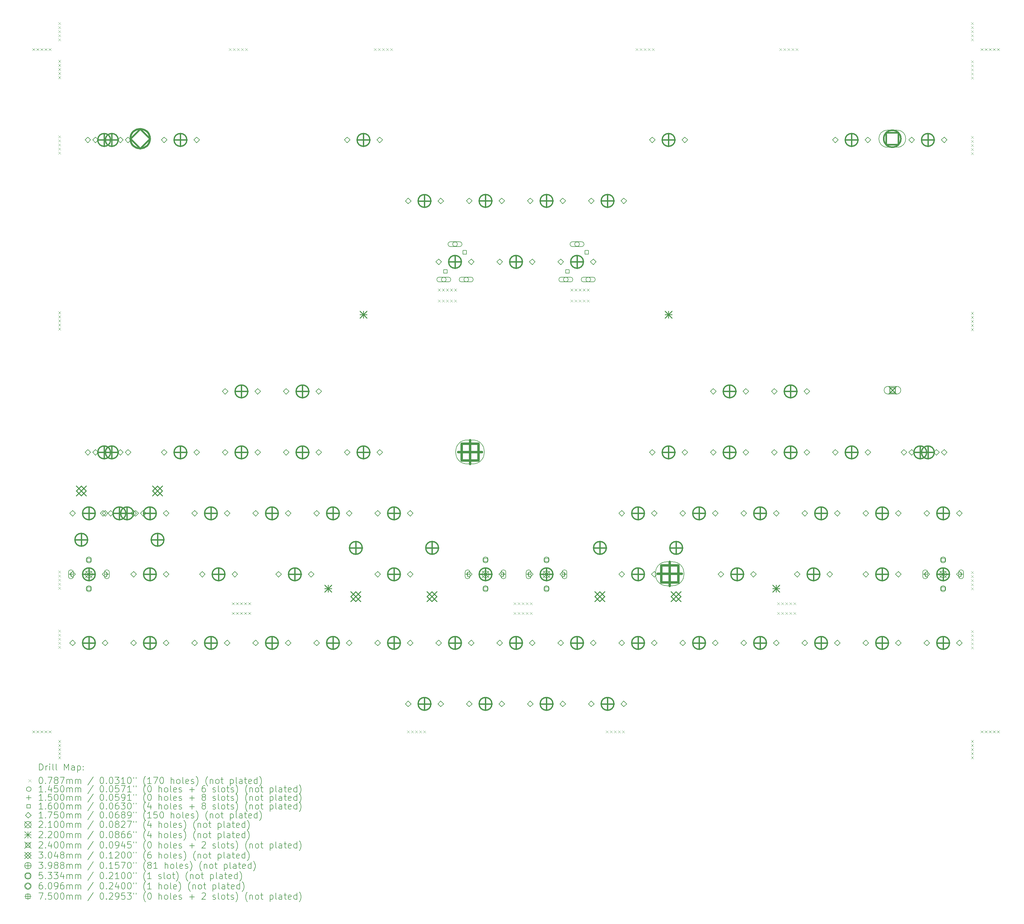
<source format=gbr>
%TF.GenerationSoftware,KiCad,Pcbnew,(6.0.10-0)*%
%TF.CreationDate,2023-02-15T16:58:27+09:00*%
%TF.ProjectId,Sandy,53616e64-792e-46b6-9963-61645f706362,v.0*%
%TF.SameCoordinates,Original*%
%TF.FileFunction,Drillmap*%
%TF.FilePolarity,Positive*%
%FSLAX45Y45*%
G04 Gerber Fmt 4.5, Leading zero omitted, Abs format (unit mm)*
G04 Created by KiCad (PCBNEW (6.0.10-0)) date 2023-02-15 16:58:27*
%MOMM*%
%LPD*%
G01*
G04 APERTURE LIST*
%ADD10C,0.200000*%
%ADD11C,0.078740*%
%ADD12C,0.145000*%
%ADD13C,0.150000*%
%ADD14C,0.160000*%
%ADD15C,0.175000*%
%ADD16C,0.210000*%
%ADD17C,0.220000*%
%ADD18C,0.240000*%
%ADD19C,0.304800*%
%ADD20C,0.398780*%
%ADD21C,0.533400*%
%ADD22C,0.609600*%
%ADD23C,0.750000*%
G04 APERTURE END LIST*
D10*
D11*
X1292270Y-23416904D02*
X1371010Y-23495644D01*
X1371010Y-23416904D02*
X1292270Y-23495644D01*
X1293270Y-2095654D02*
X1372010Y-2174394D01*
X1372010Y-2095654D02*
X1293270Y-2174394D01*
X1419270Y-23416904D02*
X1498010Y-23495644D01*
X1498010Y-23416904D02*
X1419270Y-23495644D01*
X1420270Y-2095654D02*
X1499010Y-2174394D01*
X1499010Y-2095654D02*
X1420270Y-2174394D01*
X1546270Y-23416904D02*
X1625010Y-23495644D01*
X1625010Y-23416904D02*
X1546270Y-23495644D01*
X1547270Y-2095654D02*
X1626010Y-2174394D01*
X1626010Y-2095654D02*
X1547270Y-2174394D01*
X1673270Y-23416904D02*
X1752010Y-23495644D01*
X1752010Y-23416904D02*
X1673270Y-23495644D01*
X1674270Y-2095654D02*
X1753010Y-2174394D01*
X1753010Y-2095654D02*
X1674270Y-2174394D01*
X1800270Y-23416904D02*
X1879010Y-23495644D01*
X1879010Y-23416904D02*
X1800270Y-23495644D01*
X1801270Y-2095654D02*
X1880010Y-2174394D01*
X1880010Y-2095654D02*
X1801270Y-2174394D01*
X2102895Y-1286029D02*
X2181635Y-1364769D01*
X2181635Y-1286029D02*
X2102895Y-1364769D01*
X2102895Y-1413029D02*
X2181635Y-1491769D01*
X2181635Y-1413029D02*
X2102895Y-1491769D01*
X2102895Y-1540029D02*
X2181635Y-1618769D01*
X2181635Y-1540029D02*
X2102895Y-1618769D01*
X2102895Y-1667029D02*
X2181635Y-1745769D01*
X2181635Y-1667029D02*
X2102895Y-1745769D01*
X2102895Y-1794029D02*
X2181635Y-1872769D01*
X2181635Y-1794029D02*
X2102895Y-1872769D01*
X2102895Y-2465270D02*
X2181635Y-2544010D01*
X2181635Y-2465270D02*
X2102895Y-2544010D01*
X2102895Y-2592270D02*
X2181635Y-2671010D01*
X2181635Y-2592270D02*
X2102895Y-2671010D01*
X2102895Y-2719270D02*
X2181635Y-2798010D01*
X2181635Y-2719270D02*
X2102895Y-2798010D01*
X2102895Y-2846270D02*
X2181635Y-2925010D01*
X2181635Y-2846270D02*
X2102895Y-2925010D01*
X2102895Y-2973270D02*
X2181635Y-3052010D01*
X2181635Y-2973270D02*
X2102895Y-3052010D01*
X2102895Y-4822708D02*
X2181635Y-4901448D01*
X2181635Y-4822708D02*
X2102895Y-4901448D01*
X2102895Y-4949708D02*
X2181635Y-5028448D01*
X2181635Y-4949708D02*
X2102895Y-5028448D01*
X2102895Y-5076708D02*
X2181635Y-5155448D01*
X2181635Y-5076708D02*
X2102895Y-5155448D01*
X2102895Y-5203708D02*
X2181635Y-5282448D01*
X2181635Y-5203708D02*
X2102895Y-5282448D01*
X2102895Y-5330708D02*
X2181635Y-5409448D01*
X2181635Y-5330708D02*
X2102895Y-5409448D01*
X2102895Y-10323395D02*
X2181635Y-10402135D01*
X2181635Y-10323395D02*
X2102895Y-10402135D01*
X2102895Y-10450395D02*
X2181635Y-10529135D01*
X2181635Y-10450395D02*
X2102895Y-10529135D01*
X2102895Y-10577395D02*
X2181635Y-10656135D01*
X2181635Y-10577395D02*
X2102895Y-10656135D01*
X2102895Y-10704395D02*
X2181635Y-10783135D01*
X2181635Y-10704395D02*
X2102895Y-10783135D01*
X2102895Y-10831395D02*
X2181635Y-10910135D01*
X2181635Y-10831395D02*
X2102895Y-10910135D01*
X2102895Y-18419645D02*
X2181635Y-18498385D01*
X2181635Y-18419645D02*
X2102895Y-18498385D01*
X2102895Y-18546645D02*
X2181635Y-18625385D01*
X2181635Y-18546645D02*
X2102895Y-18625385D01*
X2102895Y-18673645D02*
X2181635Y-18752385D01*
X2181635Y-18673645D02*
X2102895Y-18752385D01*
X2102895Y-18800645D02*
X2181635Y-18879385D01*
X2181635Y-18800645D02*
X2102895Y-18879385D01*
X2102895Y-18927645D02*
X2181635Y-19006385D01*
X2181635Y-18927645D02*
X2102895Y-19006385D01*
X2102895Y-20267495D02*
X2181635Y-20346235D01*
X2181635Y-20267495D02*
X2102895Y-20346235D01*
X2102895Y-20394495D02*
X2181635Y-20473235D01*
X2181635Y-20394495D02*
X2102895Y-20473235D01*
X2102895Y-20521495D02*
X2181635Y-20600235D01*
X2181635Y-20521495D02*
X2102895Y-20600235D01*
X2102895Y-20648495D02*
X2181635Y-20727235D01*
X2181635Y-20648495D02*
X2102895Y-20727235D01*
X2102895Y-20775495D02*
X2181635Y-20854235D01*
X2181635Y-20775495D02*
X2102895Y-20854235D01*
X2102895Y-23717529D02*
X2181635Y-23796269D01*
X2181635Y-23717529D02*
X2102895Y-23796269D01*
X2102895Y-23844529D02*
X2181635Y-23923269D01*
X2181635Y-23844529D02*
X2102895Y-23923269D01*
X2102895Y-23971529D02*
X2181635Y-24050269D01*
X2181635Y-23971529D02*
X2102895Y-24050269D01*
X2102895Y-24098529D02*
X2181635Y-24177269D01*
X2181635Y-24098529D02*
X2102895Y-24177269D01*
X2102895Y-24225529D02*
X2181635Y-24304269D01*
X2181635Y-24225529D02*
X2102895Y-24304269D01*
X7429348Y-2095654D02*
X7508088Y-2174394D01*
X7508088Y-2095654D02*
X7429348Y-2174394D01*
X7525348Y-19413568D02*
X7604088Y-19492308D01*
X7604088Y-19413568D02*
X7525348Y-19492308D01*
X7525348Y-19717745D02*
X7604088Y-19796485D01*
X7604088Y-19717745D02*
X7525348Y-19796485D01*
X7556348Y-2095654D02*
X7635088Y-2174394D01*
X7635088Y-2095654D02*
X7556348Y-2174394D01*
X7652348Y-19413568D02*
X7731088Y-19492308D01*
X7731088Y-19413568D02*
X7652348Y-19492308D01*
X7652348Y-19717745D02*
X7731088Y-19796485D01*
X7731088Y-19717745D02*
X7652348Y-19796485D01*
X7683348Y-2095654D02*
X7762088Y-2174394D01*
X7762088Y-2095654D02*
X7683348Y-2174394D01*
X7779348Y-19413568D02*
X7858088Y-19492308D01*
X7858088Y-19413568D02*
X7779348Y-19492308D01*
X7779348Y-19717745D02*
X7858088Y-19796485D01*
X7858088Y-19717745D02*
X7779348Y-19796485D01*
X7810348Y-2095654D02*
X7889088Y-2174394D01*
X7889088Y-2095654D02*
X7810348Y-2174394D01*
X7906348Y-19413568D02*
X7985088Y-19492308D01*
X7985088Y-19413568D02*
X7906348Y-19492308D01*
X7906348Y-19717745D02*
X7985088Y-19796485D01*
X7985088Y-19717745D02*
X7906348Y-19796485D01*
X7937348Y-2095654D02*
X8016088Y-2174394D01*
X8016088Y-2095654D02*
X7937348Y-2174394D01*
X8033348Y-19413568D02*
X8112088Y-19492308D01*
X8112088Y-19413568D02*
X8033348Y-19492308D01*
X8033348Y-19717745D02*
X8112088Y-19796485D01*
X8112088Y-19717745D02*
X8033348Y-19796485D01*
X11954286Y-2095654D02*
X12033026Y-2174394D01*
X12033026Y-2095654D02*
X11954286Y-2174394D01*
X12081286Y-2095654D02*
X12160026Y-2174394D01*
X12160026Y-2095654D02*
X12081286Y-2174394D01*
X12208286Y-2095654D02*
X12287026Y-2174394D01*
X12287026Y-2095654D02*
X12208286Y-2174394D01*
X12335286Y-2095654D02*
X12414026Y-2174394D01*
X12414026Y-2095654D02*
X12335286Y-2174394D01*
X12462286Y-2095654D02*
X12541026Y-2174394D01*
X12541026Y-2095654D02*
X12462286Y-2174394D01*
X12992786Y-23416904D02*
X13071526Y-23495644D01*
X13071526Y-23416904D02*
X12992786Y-23495644D01*
X13119786Y-23416904D02*
X13198526Y-23495644D01*
X13198526Y-23416904D02*
X13119786Y-23495644D01*
X13246786Y-23416904D02*
X13325526Y-23495644D01*
X13325526Y-23416904D02*
X13246786Y-23495644D01*
X13373786Y-23416904D02*
X13452526Y-23495644D01*
X13452526Y-23416904D02*
X13373786Y-23495644D01*
X13500786Y-23416904D02*
X13579526Y-23495644D01*
X13579526Y-23416904D02*
X13500786Y-23495644D01*
X13953723Y-9610233D02*
X14032463Y-9688973D01*
X14032463Y-9610233D02*
X13953723Y-9688973D01*
X13953723Y-9953779D02*
X14032463Y-10032519D01*
X14032463Y-9953779D02*
X13953723Y-10032519D01*
X14080723Y-9610233D02*
X14159463Y-9688973D01*
X14159463Y-9610233D02*
X14080723Y-9688973D01*
X14080723Y-9953779D02*
X14159463Y-10032519D01*
X14159463Y-9953779D02*
X14080723Y-10032519D01*
X14207723Y-9610233D02*
X14286463Y-9688973D01*
X14286463Y-9610233D02*
X14207723Y-9688973D01*
X14207723Y-9953779D02*
X14286463Y-10032519D01*
X14286463Y-9953779D02*
X14207723Y-10032519D01*
X14334723Y-9610233D02*
X14413463Y-9688973D01*
X14413463Y-9610233D02*
X14334723Y-9688973D01*
X14334723Y-9953779D02*
X14413463Y-10032519D01*
X14413463Y-9953779D02*
X14334723Y-10032519D01*
X14461723Y-9610233D02*
X14540463Y-9688973D01*
X14540463Y-9610233D02*
X14461723Y-9688973D01*
X14461723Y-9953779D02*
X14540463Y-10032519D01*
X14540463Y-9953779D02*
X14461723Y-10032519D01*
X16319098Y-19413568D02*
X16397838Y-19492308D01*
X16397838Y-19413568D02*
X16319098Y-19492308D01*
X16319098Y-19717745D02*
X16397838Y-19796485D01*
X16397838Y-19717745D02*
X16319098Y-19796485D01*
X16446098Y-19413568D02*
X16524838Y-19492308D01*
X16524838Y-19413568D02*
X16446098Y-19492308D01*
X16446098Y-19717745D02*
X16524838Y-19796485D01*
X16524838Y-19717745D02*
X16446098Y-19796485D01*
X16573098Y-19413568D02*
X16651838Y-19492308D01*
X16651838Y-19413568D02*
X16573098Y-19492308D01*
X16573098Y-19717745D02*
X16651838Y-19796485D01*
X16651838Y-19717745D02*
X16573098Y-19796485D01*
X16700098Y-19413568D02*
X16778839Y-19492308D01*
X16778839Y-19413568D02*
X16700098Y-19492308D01*
X16700098Y-19717745D02*
X16778839Y-19796485D01*
X16778839Y-19717745D02*
X16700098Y-19796485D01*
X16827099Y-19413568D02*
X16905839Y-19492308D01*
X16905839Y-19413568D02*
X16827099Y-19492308D01*
X16827099Y-19717745D02*
X16905839Y-19796485D01*
X16905839Y-19717745D02*
X16827099Y-19796485D01*
X18097099Y-9610233D02*
X18175839Y-9688973D01*
X18175839Y-9610233D02*
X18097099Y-9688973D01*
X18097099Y-9953779D02*
X18175839Y-10032519D01*
X18175839Y-9953779D02*
X18097099Y-10032519D01*
X18224099Y-9610233D02*
X18302839Y-9688973D01*
X18302839Y-9610233D02*
X18224099Y-9688973D01*
X18224099Y-9953779D02*
X18302839Y-10032519D01*
X18302839Y-9953779D02*
X18224099Y-10032519D01*
X18351099Y-9610233D02*
X18429839Y-9688973D01*
X18429839Y-9610233D02*
X18351099Y-9688973D01*
X18351099Y-9953779D02*
X18429839Y-10032519D01*
X18429839Y-9953779D02*
X18351099Y-10032519D01*
X18478099Y-9610233D02*
X18556839Y-9688973D01*
X18556839Y-9610233D02*
X18478099Y-9688973D01*
X18478099Y-9953779D02*
X18556839Y-10032519D01*
X18556839Y-9953779D02*
X18478099Y-10032519D01*
X18605099Y-9610233D02*
X18683839Y-9688973D01*
X18683839Y-9610233D02*
X18605099Y-9688973D01*
X18605099Y-9953779D02*
X18683839Y-10032519D01*
X18683839Y-9953779D02*
X18605099Y-10032519D01*
X19194974Y-23416904D02*
X19273714Y-23495644D01*
X19273714Y-23416904D02*
X19194974Y-23495644D01*
X19321974Y-23416904D02*
X19400714Y-23495644D01*
X19400714Y-23416904D02*
X19321974Y-23495644D01*
X19448974Y-23416904D02*
X19527714Y-23495644D01*
X19527714Y-23416904D02*
X19448974Y-23495644D01*
X19575974Y-23416904D02*
X19654714Y-23495644D01*
X19654714Y-23416904D02*
X19575974Y-23495644D01*
X19702974Y-23416904D02*
X19781714Y-23495644D01*
X19781714Y-23416904D02*
X19702974Y-23495644D01*
X20129911Y-2095654D02*
X20208651Y-2174394D01*
X20208651Y-2095654D02*
X20129911Y-2174394D01*
X20256911Y-2095654D02*
X20335651Y-2174394D01*
X20335651Y-2095654D02*
X20256911Y-2174394D01*
X20383911Y-2095654D02*
X20462651Y-2174394D01*
X20462651Y-2095654D02*
X20383911Y-2174394D01*
X20510911Y-2095654D02*
X20589651Y-2174394D01*
X20589651Y-2095654D02*
X20510911Y-2174394D01*
X20637911Y-2095654D02*
X20716651Y-2174394D01*
X20716651Y-2095654D02*
X20637911Y-2174394D01*
X24545473Y-19413779D02*
X24624213Y-19492519D01*
X24624213Y-19413779D02*
X24545473Y-19492519D01*
X24545473Y-19717955D02*
X24624213Y-19796695D01*
X24624213Y-19717955D02*
X24545473Y-19796695D01*
X24615911Y-2095654D02*
X24694651Y-2174394D01*
X24694651Y-2095654D02*
X24615911Y-2174394D01*
X24672473Y-19413779D02*
X24751213Y-19492519D01*
X24751213Y-19413779D02*
X24672473Y-19492519D01*
X24672473Y-19717955D02*
X24751213Y-19796695D01*
X24751213Y-19717955D02*
X24672473Y-19796695D01*
X24742911Y-2095654D02*
X24821651Y-2174394D01*
X24821651Y-2095654D02*
X24742911Y-2174394D01*
X24799473Y-19413779D02*
X24878213Y-19492519D01*
X24878213Y-19413779D02*
X24799473Y-19492519D01*
X24799473Y-19717955D02*
X24878213Y-19796695D01*
X24878213Y-19717955D02*
X24799473Y-19796695D01*
X24869911Y-2095654D02*
X24948651Y-2174394D01*
X24948651Y-2095654D02*
X24869911Y-2174394D01*
X24926473Y-19413779D02*
X25005213Y-19492519D01*
X25005213Y-19413779D02*
X24926473Y-19492519D01*
X24926473Y-19717955D02*
X25005213Y-19796695D01*
X25005213Y-19717955D02*
X24926473Y-19796695D01*
X24996911Y-2095654D02*
X25075651Y-2174394D01*
X25075651Y-2095654D02*
X24996911Y-2174394D01*
X25053473Y-19413779D02*
X25132213Y-19492519D01*
X25132213Y-19413779D02*
X25053473Y-19492519D01*
X25053473Y-19717955D02*
X25132213Y-19796695D01*
X25132213Y-19717955D02*
X25053473Y-19796695D01*
X25123911Y-2095654D02*
X25202651Y-2174394D01*
X25202651Y-2095654D02*
X25123911Y-2174394D01*
X30601151Y-1285029D02*
X30679891Y-1363769D01*
X30679891Y-1285029D02*
X30601151Y-1363769D01*
X30601151Y-1412029D02*
X30679891Y-1490769D01*
X30679891Y-1412029D02*
X30601151Y-1490769D01*
X30601151Y-1539029D02*
X30679891Y-1617769D01*
X30679891Y-1539029D02*
X30601151Y-1617769D01*
X30601151Y-1666029D02*
X30679891Y-1744769D01*
X30679891Y-1666029D02*
X30601151Y-1744769D01*
X30601151Y-1793029D02*
X30679891Y-1871769D01*
X30679891Y-1793029D02*
X30601151Y-1871769D01*
X30601473Y-2480392D02*
X30680213Y-2559132D01*
X30680213Y-2480392D02*
X30601473Y-2559132D01*
X30601473Y-2607392D02*
X30680213Y-2686132D01*
X30680213Y-2607392D02*
X30601473Y-2686132D01*
X30601473Y-2734392D02*
X30680213Y-2813131D01*
X30680213Y-2734392D02*
X30601473Y-2813131D01*
X30601473Y-2861391D02*
X30680213Y-2940131D01*
X30680213Y-2861391D02*
X30601473Y-2940131D01*
X30601473Y-2988391D02*
X30680213Y-3067131D01*
X30680213Y-2988391D02*
X30601473Y-3067131D01*
X30601473Y-4837829D02*
X30680213Y-4916569D01*
X30680213Y-4837829D02*
X30601473Y-4916569D01*
X30601473Y-4964829D02*
X30680213Y-5043569D01*
X30680213Y-4964829D02*
X30601473Y-5043569D01*
X30601473Y-5091829D02*
X30680213Y-5170569D01*
X30680213Y-5091829D02*
X30601473Y-5170569D01*
X30601473Y-5218829D02*
X30680213Y-5297569D01*
X30680213Y-5218829D02*
X30601473Y-5297569D01*
X30601473Y-5345829D02*
X30680213Y-5424569D01*
X30680213Y-5345829D02*
X30601473Y-5424569D01*
X30601473Y-10338517D02*
X30680213Y-10417257D01*
X30680213Y-10338517D02*
X30601473Y-10417257D01*
X30601473Y-10465517D02*
X30680213Y-10544257D01*
X30680213Y-10465517D02*
X30601473Y-10544257D01*
X30601473Y-10592517D02*
X30680213Y-10671257D01*
X30680213Y-10592517D02*
X30601473Y-10671257D01*
X30601473Y-10719517D02*
X30680213Y-10798257D01*
X30680213Y-10719517D02*
X30601473Y-10798257D01*
X30601473Y-10846517D02*
X30680213Y-10925257D01*
X30680213Y-10846517D02*
X30601473Y-10925257D01*
X30601473Y-18434767D02*
X30680213Y-18513507D01*
X30680213Y-18434767D02*
X30601473Y-18513507D01*
X30601473Y-18561767D02*
X30680213Y-18640507D01*
X30680213Y-18561767D02*
X30601473Y-18640507D01*
X30601473Y-18688767D02*
X30680213Y-18767507D01*
X30680213Y-18688767D02*
X30601473Y-18767507D01*
X30601473Y-18815767D02*
X30680213Y-18894507D01*
X30680213Y-18815767D02*
X30601473Y-18894507D01*
X30601473Y-18942767D02*
X30680213Y-19021507D01*
X30680213Y-18942767D02*
X30601473Y-19021507D01*
X30601473Y-20282617D02*
X30680213Y-20361357D01*
X30680213Y-20282617D02*
X30601473Y-20361357D01*
X30601473Y-20409617D02*
X30680213Y-20488357D01*
X30680213Y-20409617D02*
X30601473Y-20488357D01*
X30601473Y-20536617D02*
X30680213Y-20615357D01*
X30680213Y-20536617D02*
X30601473Y-20615357D01*
X30601473Y-20663617D02*
X30680213Y-20742357D01*
X30680213Y-20663617D02*
X30601473Y-20742357D01*
X30601473Y-20790617D02*
X30680213Y-20869357D01*
X30680213Y-20790617D02*
X30601473Y-20869357D01*
X30601473Y-23717529D02*
X30680213Y-23796269D01*
X30680213Y-23717529D02*
X30601473Y-23796269D01*
X30601473Y-23844529D02*
X30680213Y-23923269D01*
X30680213Y-23844529D02*
X30601473Y-23923269D01*
X30601473Y-23971529D02*
X30680213Y-24050269D01*
X30680213Y-23971529D02*
X30601473Y-24050269D01*
X30601473Y-24098529D02*
X30680213Y-24177269D01*
X30680213Y-24098529D02*
X30601473Y-24177269D01*
X30601473Y-24225529D02*
X30680213Y-24304269D01*
X30680213Y-24225529D02*
X30601473Y-24304269D01*
X30902098Y-2095654D02*
X30980838Y-2174394D01*
X30980838Y-2095654D02*
X30902098Y-2174394D01*
X30902098Y-23416904D02*
X30980838Y-23495644D01*
X30980838Y-23416904D02*
X30902098Y-23495644D01*
X31029098Y-2095654D02*
X31107838Y-2174394D01*
X31107838Y-2095654D02*
X31029098Y-2174394D01*
X31029098Y-23416904D02*
X31107838Y-23495644D01*
X31107838Y-23416904D02*
X31029098Y-23495644D01*
X31156098Y-2095654D02*
X31234838Y-2174394D01*
X31234838Y-2095654D02*
X31156098Y-2174394D01*
X31156098Y-23416904D02*
X31234838Y-23495644D01*
X31234838Y-23416904D02*
X31156098Y-23495644D01*
X31283098Y-2095654D02*
X31361838Y-2174394D01*
X31361838Y-2095654D02*
X31283098Y-2174394D01*
X31283098Y-23416904D02*
X31361838Y-23495644D01*
X31361838Y-23416904D02*
X31283098Y-23495644D01*
X31410098Y-2095654D02*
X31488838Y-2174394D01*
X31488838Y-2095654D02*
X31410098Y-2174394D01*
X31410098Y-23416904D02*
X31488838Y-23495644D01*
X31488838Y-23416904D02*
X31410098Y-23495644D01*
D12*
X14210843Y-9325028D02*
G75*
G03*
X14210843Y-9325028I-72500J0D01*
G01*
D10*
X13990843Y-9397528D02*
X14285843Y-9397528D01*
X13990843Y-9252528D02*
X14285843Y-9252528D01*
X14285843Y-9397528D02*
G75*
G03*
X14285843Y-9252528I0J72500D01*
G01*
X13990843Y-9252528D02*
G75*
G03*
X13990843Y-9397528I0J-72500D01*
G01*
D12*
X14560843Y-8220028D02*
G75*
G03*
X14560843Y-8220028I-72500J0D01*
G01*
D10*
X14340843Y-8292528D02*
X14635843Y-8292528D01*
X14340843Y-8147528D02*
X14635843Y-8147528D01*
X14635843Y-8292528D02*
G75*
G03*
X14635843Y-8147528I0J72500D01*
G01*
X14340843Y-8147528D02*
G75*
G03*
X14340843Y-8292528I0J-72500D01*
G01*
D12*
X14910843Y-9325028D02*
G75*
G03*
X14910843Y-9325028I-72500J0D01*
G01*
D10*
X14690843Y-9397528D02*
X14985843Y-9397528D01*
X14690843Y-9252528D02*
X14985843Y-9252528D01*
X14985843Y-9397528D02*
G75*
G03*
X14985843Y-9252528I0J72500D01*
G01*
X14690843Y-9252528D02*
G75*
G03*
X14690843Y-9397528I0J-72500D01*
G01*
D12*
X18020844Y-9325028D02*
G75*
G03*
X18020844Y-9325028I-72500J0D01*
G01*
D10*
X17800844Y-9397528D02*
X18095844Y-9397528D01*
X17800844Y-9252528D02*
X18095844Y-9252528D01*
X18095844Y-9397528D02*
G75*
G03*
X18095844Y-9252528I0J72500D01*
G01*
X17800844Y-9252528D02*
G75*
G03*
X17800844Y-9397528I0J-72500D01*
G01*
D12*
X18370844Y-8220028D02*
G75*
G03*
X18370844Y-8220028I-72500J0D01*
G01*
D10*
X18150844Y-8292528D02*
X18445844Y-8292528D01*
X18150844Y-8147528D02*
X18445844Y-8147528D01*
X18445844Y-8292528D02*
G75*
G03*
X18445844Y-8147528I0J72500D01*
G01*
X18150844Y-8147528D02*
G75*
G03*
X18150844Y-8292528I0J-72500D01*
G01*
D12*
X18720844Y-9325028D02*
G75*
G03*
X18720844Y-9325028I-72500J0D01*
G01*
D10*
X18500844Y-9397528D02*
X18795844Y-9397528D01*
X18500844Y-9252528D02*
X18795844Y-9252528D01*
X18795844Y-9397528D02*
G75*
G03*
X18795844Y-9252528I0J72500D01*
G01*
X18500844Y-9252528D02*
G75*
G03*
X18500844Y-9397528I0J-72500D01*
G01*
D13*
X2498348Y-18460689D02*
X2498348Y-18610689D01*
X2423348Y-18535689D02*
X2573348Y-18535689D01*
D10*
X2423348Y-18470689D02*
X2423348Y-18600689D01*
X2573348Y-18470689D02*
X2573348Y-18600689D01*
X2423348Y-18600689D02*
G75*
G03*
X2573348Y-18600689I75000J0D01*
G01*
X2573348Y-18470689D02*
G75*
G03*
X2423348Y-18470689I-75000J0D01*
G01*
D13*
X3618347Y-18460689D02*
X3618347Y-18610689D01*
X3543347Y-18535689D02*
X3693347Y-18535689D01*
D10*
X3543347Y-18470689D02*
X3543347Y-18600689D01*
X3693347Y-18470689D02*
X3693347Y-18600689D01*
X3543347Y-18600689D02*
G75*
G03*
X3693347Y-18600689I75000J0D01*
G01*
X3693347Y-18470689D02*
G75*
G03*
X3543347Y-18470689I-75000J0D01*
G01*
D13*
X14880847Y-18460653D02*
X14880847Y-18610653D01*
X14805847Y-18535653D02*
X14955847Y-18535653D01*
D10*
X14805847Y-18470653D02*
X14805847Y-18600653D01*
X14955847Y-18470653D02*
X14955847Y-18600653D01*
X14805847Y-18600653D02*
G75*
G03*
X14955847Y-18600653I75000J0D01*
G01*
X14955847Y-18470653D02*
G75*
G03*
X14805847Y-18470653I-75000J0D01*
G01*
D13*
X16000847Y-18460653D02*
X16000847Y-18610653D01*
X15925847Y-18535653D02*
X16075847Y-18535653D01*
D10*
X15925847Y-18470653D02*
X15925847Y-18600653D01*
X16075847Y-18470653D02*
X16075847Y-18600653D01*
X15925847Y-18600653D02*
G75*
G03*
X16075847Y-18600653I75000J0D01*
G01*
X16075847Y-18470653D02*
G75*
G03*
X15925847Y-18470653I-75000J0D01*
G01*
D13*
X16785848Y-18460689D02*
X16785848Y-18610689D01*
X16710847Y-18535689D02*
X16860848Y-18535689D01*
D10*
X16710847Y-18470689D02*
X16710847Y-18600689D01*
X16860848Y-18470689D02*
X16860848Y-18600689D01*
X16710847Y-18600689D02*
G75*
G03*
X16860848Y-18600689I75000J0D01*
G01*
X16860848Y-18470689D02*
G75*
G03*
X16710847Y-18470689I-75000J0D01*
G01*
D13*
X17905848Y-18460689D02*
X17905848Y-18610689D01*
X17830848Y-18535689D02*
X17980848Y-18535689D01*
D10*
X17830848Y-18470689D02*
X17830848Y-18600689D01*
X17980848Y-18470689D02*
X17980848Y-18600689D01*
X17830848Y-18600689D02*
G75*
G03*
X17980848Y-18600689I75000J0D01*
G01*
X17980848Y-18470689D02*
G75*
G03*
X17830848Y-18470689I-75000J0D01*
G01*
D13*
X29168459Y-18460689D02*
X29168459Y-18610689D01*
X29093459Y-18535689D02*
X29243459Y-18535689D01*
D10*
X29093459Y-18470689D02*
X29093459Y-18600689D01*
X29243459Y-18470689D02*
X29243459Y-18600689D01*
X29093459Y-18600689D02*
G75*
G03*
X29243459Y-18600689I75000J0D01*
G01*
X29243459Y-18470689D02*
G75*
G03*
X29093459Y-18470689I-75000J0D01*
G01*
D13*
X30288459Y-18460689D02*
X30288459Y-18610689D01*
X30213459Y-18535689D02*
X30363459Y-18535689D01*
D10*
X30213459Y-18470689D02*
X30213459Y-18600689D01*
X30363459Y-18470689D02*
X30363459Y-18600689D01*
X30213459Y-18600689D02*
G75*
G03*
X30363459Y-18600689I75000J0D01*
G01*
X30363459Y-18470689D02*
G75*
G03*
X30213459Y-18470689I-75000J0D01*
G01*
D14*
X3114917Y-18142258D02*
X3114917Y-18029120D01*
X3001778Y-18029120D01*
X3001778Y-18142258D01*
X3114917Y-18142258D01*
D10*
X2978347Y-18070689D02*
X2978347Y-18100689D01*
X3138347Y-18070689D02*
X3138347Y-18100689D01*
X2978347Y-18100689D02*
G75*
G03*
X3138347Y-18100689I80000J0D01*
G01*
X3138347Y-18070689D02*
G75*
G03*
X2978347Y-18070689I-80000J0D01*
G01*
D14*
X3114917Y-19042258D02*
X3114917Y-18929120D01*
X3001778Y-18929120D01*
X3001778Y-19042258D01*
X3114917Y-19042258D01*
D10*
X2978347Y-18970689D02*
X2978347Y-19000689D01*
X3138347Y-18970689D02*
X3138347Y-19000689D01*
X2978347Y-19000689D02*
G75*
G03*
X3138347Y-19000689I80000J0D01*
G01*
X3138347Y-18970689D02*
G75*
G03*
X2978347Y-18970689I-80000J0D01*
G01*
D14*
X14244913Y-9129097D02*
X14244913Y-9015959D01*
X14131774Y-9015959D01*
X14131774Y-9129097D01*
X14244913Y-9129097D01*
X14844913Y-8529097D02*
X14844913Y-8415959D01*
X14731774Y-8415959D01*
X14731774Y-8529097D01*
X14844913Y-8529097D01*
X15497417Y-18142222D02*
X15497417Y-18029084D01*
X15384278Y-18029084D01*
X15384278Y-18142222D01*
X15497417Y-18142222D01*
D10*
X15360847Y-18070653D02*
X15360847Y-18100653D01*
X15520847Y-18070653D02*
X15520847Y-18100653D01*
X15360847Y-18100653D02*
G75*
G03*
X15520847Y-18100653I80000J0D01*
G01*
X15520847Y-18070653D02*
G75*
G03*
X15360847Y-18070653I-80000J0D01*
G01*
D14*
X15497417Y-19042222D02*
X15497417Y-18929084D01*
X15384278Y-18929084D01*
X15384278Y-19042222D01*
X15497417Y-19042222D01*
D10*
X15360847Y-18970653D02*
X15360847Y-19000653D01*
X15520847Y-18970653D02*
X15520847Y-19000653D01*
X15360847Y-19000653D02*
G75*
G03*
X15520847Y-19000653I80000J0D01*
G01*
X15520847Y-18970653D02*
G75*
G03*
X15360847Y-18970653I-80000J0D01*
G01*
D14*
X17402417Y-18142258D02*
X17402417Y-18029120D01*
X17289278Y-18029120D01*
X17289278Y-18142258D01*
X17402417Y-18142258D01*
D10*
X17265848Y-18070689D02*
X17265848Y-18100689D01*
X17425848Y-18070689D02*
X17425848Y-18100689D01*
X17265848Y-18100689D02*
G75*
G03*
X17425848Y-18100689I80000J0D01*
G01*
X17425848Y-18070689D02*
G75*
G03*
X17265848Y-18070689I-80000J0D01*
G01*
D14*
X17402417Y-19042258D02*
X17402417Y-18929120D01*
X17289278Y-18929120D01*
X17289278Y-19042258D01*
X17402417Y-19042258D01*
D10*
X17265848Y-18970689D02*
X17265848Y-19000689D01*
X17425848Y-18970689D02*
X17425848Y-19000689D01*
X17265848Y-19000689D02*
G75*
G03*
X17425848Y-19000689I80000J0D01*
G01*
X17425848Y-18970689D02*
G75*
G03*
X17265848Y-18970689I-80000J0D01*
G01*
D14*
X18054913Y-9129097D02*
X18054913Y-9015959D01*
X17941774Y-9015959D01*
X17941774Y-9129097D01*
X18054913Y-9129097D01*
X18654913Y-8529097D02*
X18654913Y-8415959D01*
X18541774Y-8415959D01*
X18541774Y-8529097D01*
X18654913Y-8529097D01*
X29785029Y-18142258D02*
X29785029Y-18029120D01*
X29671890Y-18029120D01*
X29671890Y-18142258D01*
X29785029Y-18142258D01*
D10*
X29648459Y-18070689D02*
X29648459Y-18100689D01*
X29808459Y-18070689D02*
X29808459Y-18100689D01*
X29648459Y-18100689D02*
G75*
G03*
X29808459Y-18100689I80000J0D01*
G01*
X29808459Y-18070689D02*
G75*
G03*
X29648459Y-18070689I-80000J0D01*
G01*
D14*
X29785029Y-19042258D02*
X29785029Y-18929120D01*
X29671890Y-18929120D01*
X29671890Y-19042258D01*
X29785029Y-19042258D01*
D10*
X29648459Y-18970689D02*
X29648459Y-19000689D01*
X29808459Y-18970689D02*
X29808459Y-19000689D01*
X29648459Y-19000689D02*
G75*
G03*
X29808459Y-19000689I80000J0D01*
G01*
X29808459Y-18970689D02*
G75*
G03*
X29648459Y-18970689I-80000J0D01*
G01*
D15*
X2550344Y-20766278D02*
X2637844Y-20678778D01*
X2550344Y-20591278D01*
X2462844Y-20678778D01*
X2550344Y-20766278D01*
X2550348Y-16718189D02*
X2637848Y-16630689D01*
X2550348Y-16543189D01*
X2462848Y-16630689D01*
X2550348Y-16718189D01*
X2550348Y-18623189D02*
X2637848Y-18535689D01*
X2550348Y-18448189D01*
X2462848Y-18535689D01*
X2550348Y-18623189D01*
X3026593Y-5050028D02*
X3114093Y-4962528D01*
X3026593Y-4875028D01*
X2939093Y-4962528D01*
X3026593Y-5050028D01*
X3026597Y-14813189D02*
X3114097Y-14725689D01*
X3026597Y-14638189D01*
X2939097Y-14725689D01*
X3026597Y-14813189D01*
X3264718Y-5050028D02*
X3352218Y-4962528D01*
X3264718Y-4875028D01*
X3177218Y-4962528D01*
X3264718Y-5050028D01*
X3264725Y-14813173D02*
X3352225Y-14725673D01*
X3264725Y-14638173D01*
X3177225Y-14725673D01*
X3264725Y-14813173D01*
X3502847Y-16718189D02*
X3590347Y-16630689D01*
X3502847Y-16543189D01*
X3415347Y-16630689D01*
X3502847Y-16718189D01*
X3566343Y-20766278D02*
X3653843Y-20678778D01*
X3566343Y-20591278D01*
X3478843Y-20678778D01*
X3566343Y-20766278D01*
X3566347Y-16718189D02*
X3653847Y-16630689D01*
X3566347Y-16543189D01*
X3478847Y-16630689D01*
X3566347Y-16718189D01*
X3566347Y-18623189D02*
X3653847Y-18535689D01*
X3566347Y-18448189D01*
X3478847Y-18535689D01*
X3566347Y-18623189D01*
X3740968Y-16718153D02*
X3828468Y-16630653D01*
X3740968Y-16543153D01*
X3653468Y-16630653D01*
X3740968Y-16718153D01*
X4042593Y-5050028D02*
X4130093Y-4962528D01*
X4042593Y-4875028D01*
X3955093Y-4962528D01*
X4042593Y-5050028D01*
X4042597Y-14813189D02*
X4130097Y-14725689D01*
X4042597Y-14638189D01*
X3955097Y-14725689D01*
X4042597Y-14813189D01*
X4280719Y-5050028D02*
X4368219Y-4962528D01*
X4280719Y-4875028D01*
X4193218Y-4962528D01*
X4280719Y-5050028D01*
X4280726Y-14813173D02*
X4368226Y-14725673D01*
X4280726Y-14638173D01*
X4193225Y-14725673D01*
X4280726Y-14813173D01*
X4455344Y-20766278D02*
X4542844Y-20678778D01*
X4455344Y-20591278D01*
X4367844Y-20678778D01*
X4455344Y-20766278D01*
X4455348Y-16718189D02*
X4542848Y-16630689D01*
X4455348Y-16543189D01*
X4367848Y-16630689D01*
X4455348Y-16718189D01*
X4455348Y-18623189D02*
X4542848Y-18535689D01*
X4455348Y-18448189D01*
X4367848Y-18535689D01*
X4455348Y-18623189D01*
X4518848Y-16718189D02*
X4606348Y-16630689D01*
X4518848Y-16543189D01*
X4431348Y-16630689D01*
X4518848Y-16718189D01*
X4756969Y-16718153D02*
X4844469Y-16630653D01*
X4756969Y-16543153D01*
X4669469Y-16630653D01*
X4756969Y-16718153D01*
X5407844Y-5050028D02*
X5495344Y-4962528D01*
X5407844Y-4875028D01*
X5320344Y-4962528D01*
X5407844Y-5050028D01*
X5407844Y-14813169D02*
X5495344Y-14725669D01*
X5407844Y-14638169D01*
X5320344Y-14725669D01*
X5407844Y-14813169D01*
X5471344Y-20766278D02*
X5558844Y-20678778D01*
X5471344Y-20591278D01*
X5383844Y-20678778D01*
X5471344Y-20766278D01*
X5471348Y-16718189D02*
X5558848Y-16630689D01*
X5471348Y-16543189D01*
X5383848Y-16630689D01*
X5471348Y-16718189D01*
X5471348Y-18623189D02*
X5558848Y-18535689D01*
X5471348Y-18448189D01*
X5383848Y-18535689D01*
X5471348Y-18623189D01*
X6360343Y-16718177D02*
X6447843Y-16630677D01*
X6360343Y-16543177D01*
X6272843Y-16630677D01*
X6360343Y-16718177D01*
X6360343Y-20766278D02*
X6447843Y-20678778D01*
X6360343Y-20591278D01*
X6272843Y-20678778D01*
X6360343Y-20766278D01*
X6423843Y-5050028D02*
X6511343Y-4962528D01*
X6423843Y-4875028D01*
X6336343Y-4962528D01*
X6423843Y-5050028D01*
X6423843Y-14813169D02*
X6511343Y-14725669D01*
X6423843Y-14638169D01*
X6336343Y-14725669D01*
X6423843Y-14813169D01*
X6598472Y-18623189D02*
X6685972Y-18535689D01*
X6598472Y-18448189D01*
X6510972Y-18535689D01*
X6598472Y-18623189D01*
X7312843Y-12908161D02*
X7400343Y-12820661D01*
X7312843Y-12733161D01*
X7225343Y-12820661D01*
X7312843Y-12908161D01*
X7312843Y-14813169D02*
X7400343Y-14725669D01*
X7312843Y-14638169D01*
X7225343Y-14725669D01*
X7312843Y-14813169D01*
X7376343Y-16718177D02*
X7463843Y-16630677D01*
X7376343Y-16543177D01*
X7288843Y-16630677D01*
X7376343Y-16718177D01*
X7376343Y-20766278D02*
X7463843Y-20678778D01*
X7376343Y-20591278D01*
X7288843Y-20678778D01*
X7376343Y-20766278D01*
X7614472Y-18623189D02*
X7701972Y-18535689D01*
X7614472Y-18448189D01*
X7526972Y-18535689D01*
X7614472Y-18623189D01*
X8265343Y-16718177D02*
X8352843Y-16630677D01*
X8265343Y-16543177D01*
X8177843Y-16630677D01*
X8265343Y-16718177D01*
X8265343Y-20766278D02*
X8352843Y-20678778D01*
X8265343Y-20591278D01*
X8177843Y-20678778D01*
X8265343Y-20766278D01*
X8328843Y-12908161D02*
X8416344Y-12820661D01*
X8328843Y-12733161D01*
X8241343Y-12820661D01*
X8328843Y-12908161D01*
X8328843Y-14813169D02*
X8416344Y-14725669D01*
X8328843Y-14638169D01*
X8241343Y-14725669D01*
X8328843Y-14813169D01*
X8979750Y-18623189D02*
X9067250Y-18535689D01*
X8979750Y-18448189D01*
X8892250Y-18535689D01*
X8979750Y-18623189D01*
X9217844Y-12908161D02*
X9305344Y-12820661D01*
X9217844Y-12733161D01*
X9130344Y-12820661D01*
X9217844Y-12908161D01*
X9217844Y-14813169D02*
X9305344Y-14725669D01*
X9217844Y-14638169D01*
X9130344Y-14725669D01*
X9217844Y-14813169D01*
X9281344Y-16718177D02*
X9368844Y-16630677D01*
X9281344Y-16543177D01*
X9193844Y-16630677D01*
X9281344Y-16718177D01*
X9281344Y-20766278D02*
X9368844Y-20678778D01*
X9281344Y-20591278D01*
X9193844Y-20678778D01*
X9281344Y-20766278D01*
X9995750Y-18623189D02*
X10083250Y-18535689D01*
X9995750Y-18448189D01*
X9908250Y-18535689D01*
X9995750Y-18623189D01*
X10170344Y-16718177D02*
X10257844Y-16630677D01*
X10170344Y-16543177D01*
X10082844Y-16630677D01*
X10170344Y-16718177D01*
X10170344Y-20766278D02*
X10257844Y-20678778D01*
X10170344Y-20591278D01*
X10082844Y-20678778D01*
X10170344Y-20766278D01*
X10233844Y-12908161D02*
X10321344Y-12820661D01*
X10233844Y-12733161D01*
X10146344Y-12820661D01*
X10233844Y-12908161D01*
X10233844Y-14813169D02*
X10321344Y-14725669D01*
X10233844Y-14638169D01*
X10146344Y-14725669D01*
X10233844Y-14813169D01*
X11122844Y-5050028D02*
X11210343Y-4962528D01*
X11122844Y-4875028D01*
X11035344Y-4962528D01*
X11122844Y-5050028D01*
X11122844Y-14813169D02*
X11210343Y-14725669D01*
X11122844Y-14638169D01*
X11035344Y-14725669D01*
X11122844Y-14813169D01*
X11186343Y-16718177D02*
X11273843Y-16630677D01*
X11186343Y-16543177D01*
X11098844Y-16630677D01*
X11186343Y-16718177D01*
X11186343Y-20766278D02*
X11273843Y-20678778D01*
X11186343Y-20591278D01*
X11098844Y-20678778D01*
X11186343Y-20766278D01*
X12075343Y-16718177D02*
X12162843Y-16630677D01*
X12075343Y-16543177D01*
X11987843Y-16630677D01*
X12075343Y-16718177D01*
X12075343Y-20766278D02*
X12162843Y-20678778D01*
X12075343Y-20591278D01*
X11987843Y-20678778D01*
X12075343Y-20766278D01*
X12075387Y-18623189D02*
X12162887Y-18535689D01*
X12075387Y-18448189D01*
X11987887Y-18535689D01*
X12075387Y-18623189D01*
X12138843Y-5050028D02*
X12226343Y-4962528D01*
X12138843Y-4875028D01*
X12051343Y-4962528D01*
X12138843Y-5050028D01*
X12138843Y-14813169D02*
X12226343Y-14725669D01*
X12138843Y-14638169D01*
X12051343Y-14725669D01*
X12138843Y-14813169D01*
X13027843Y-6957532D02*
X13115343Y-6870032D01*
X13027843Y-6782532D01*
X12940343Y-6870032D01*
X13027843Y-6957532D01*
X13027843Y-22671278D02*
X13115343Y-22583778D01*
X13027843Y-22496278D01*
X12940343Y-22583778D01*
X13027843Y-22671278D01*
X13091343Y-16718177D02*
X13178843Y-16630677D01*
X13091343Y-16543177D01*
X13003843Y-16630677D01*
X13091343Y-16718177D01*
X13091343Y-20766278D02*
X13178843Y-20678778D01*
X13091343Y-20591278D01*
X13003843Y-20678778D01*
X13091343Y-20766278D01*
X13091387Y-18623189D02*
X13178887Y-18535689D01*
X13091387Y-18448189D01*
X13003887Y-18535689D01*
X13091387Y-18623189D01*
X13980343Y-8860028D02*
X14067843Y-8772528D01*
X13980343Y-8685028D01*
X13892843Y-8772528D01*
X13980343Y-8860028D01*
X13980343Y-20766278D02*
X14067843Y-20678778D01*
X13980343Y-20591278D01*
X13892843Y-20678778D01*
X13980343Y-20766278D01*
X14043843Y-6957532D02*
X14131343Y-6870032D01*
X14043843Y-6782532D01*
X13956343Y-6870032D01*
X14043843Y-6957532D01*
X14043843Y-22671278D02*
X14131343Y-22583778D01*
X14043843Y-22496278D01*
X13956343Y-22583778D01*
X14043843Y-22671278D01*
X14932843Y-6955028D02*
X15020343Y-6867528D01*
X14932843Y-6780028D01*
X14845343Y-6867528D01*
X14932843Y-6955028D01*
X14932843Y-22671278D02*
X15020343Y-22583778D01*
X14932843Y-22496278D01*
X14845343Y-22583778D01*
X14932843Y-22671278D01*
X14932847Y-18623153D02*
X15020347Y-18535653D01*
X14932847Y-18448153D01*
X14845347Y-18535653D01*
X14932847Y-18623153D01*
X14996343Y-8860028D02*
X15083843Y-8772528D01*
X14996343Y-8685028D01*
X14908843Y-8772528D01*
X14996343Y-8860028D01*
X14996343Y-20766278D02*
X15083843Y-20678778D01*
X14996343Y-20591278D01*
X14908843Y-20678778D01*
X14996343Y-20766278D01*
X15885343Y-8860028D02*
X15972843Y-8772528D01*
X15885343Y-8685028D01*
X15797843Y-8772528D01*
X15885343Y-8860028D01*
X15885343Y-20766278D02*
X15972843Y-20678778D01*
X15885343Y-20591278D01*
X15797843Y-20678778D01*
X15885343Y-20766278D01*
X15948843Y-6955028D02*
X16036343Y-6867528D01*
X15948843Y-6780028D01*
X15861343Y-6867528D01*
X15948843Y-6955028D01*
X15948843Y-22671278D02*
X16036343Y-22583778D01*
X15948843Y-22496278D01*
X15861343Y-22583778D01*
X15948843Y-22671278D01*
X15948847Y-18623153D02*
X16036347Y-18535653D01*
X15948847Y-18448153D01*
X15861347Y-18535653D01*
X15948847Y-18623153D01*
X16837844Y-6955028D02*
X16925344Y-6867528D01*
X16837844Y-6780028D01*
X16750343Y-6867528D01*
X16837844Y-6955028D01*
X16837844Y-22671278D02*
X16925344Y-22583778D01*
X16837844Y-22496278D01*
X16750343Y-22583778D01*
X16837844Y-22671278D01*
X16837848Y-18623189D02*
X16925348Y-18535689D01*
X16837848Y-18448189D01*
X16750347Y-18535689D01*
X16837848Y-18623189D01*
X16901344Y-8860028D02*
X16988844Y-8772528D01*
X16901344Y-8685028D01*
X16813844Y-8772528D01*
X16901344Y-8860028D01*
X16901344Y-20766278D02*
X16988844Y-20678778D01*
X16901344Y-20591278D01*
X16813844Y-20678778D01*
X16901344Y-20766278D01*
X17790344Y-8860028D02*
X17877844Y-8772528D01*
X17790344Y-8685028D01*
X17702844Y-8772528D01*
X17790344Y-8860028D01*
X17790344Y-20766278D02*
X17877844Y-20678778D01*
X17790344Y-20591278D01*
X17702844Y-20678778D01*
X17790344Y-20766278D01*
X17853844Y-6955028D02*
X17941344Y-6867528D01*
X17853844Y-6780028D01*
X17766344Y-6867528D01*
X17853844Y-6955028D01*
X17853844Y-22671278D02*
X17941344Y-22583778D01*
X17853844Y-22496278D01*
X17766344Y-22583778D01*
X17853844Y-22671278D01*
X17853848Y-18623189D02*
X17941348Y-18535689D01*
X17853848Y-18448189D01*
X17766348Y-18535689D01*
X17853848Y-18623189D01*
X18742844Y-6955028D02*
X18830344Y-6867528D01*
X18742844Y-6780028D01*
X18655344Y-6867528D01*
X18742844Y-6955028D01*
X18742844Y-22671278D02*
X18830344Y-22583778D01*
X18742844Y-22496278D01*
X18655344Y-22583778D01*
X18742844Y-22671278D01*
X18806344Y-8860028D02*
X18893844Y-8772528D01*
X18806344Y-8685028D01*
X18718844Y-8772528D01*
X18806344Y-8860028D01*
X18806344Y-20766278D02*
X18893844Y-20678778D01*
X18806344Y-20591278D01*
X18718844Y-20678778D01*
X18806344Y-20766278D01*
X19695344Y-20766278D02*
X19782844Y-20678778D01*
X19695344Y-20591278D01*
X19607844Y-20678778D01*
X19695344Y-20766278D01*
X19695348Y-18623189D02*
X19782848Y-18535689D01*
X19695348Y-18448189D01*
X19607848Y-18535689D01*
X19695348Y-18623189D01*
X19695404Y-16718177D02*
X19782904Y-16630677D01*
X19695404Y-16543177D01*
X19607904Y-16630677D01*
X19695404Y-16718177D01*
X19758844Y-6955028D02*
X19846344Y-6867528D01*
X19758844Y-6780028D01*
X19671344Y-6867528D01*
X19758844Y-6955028D01*
X19758844Y-22671278D02*
X19846344Y-22583778D01*
X19758844Y-22496278D01*
X19671344Y-22583778D01*
X19758844Y-22671278D01*
X20647844Y-5050028D02*
X20735344Y-4962528D01*
X20647844Y-4875028D01*
X20560344Y-4962528D01*
X20647844Y-5050028D01*
X20647908Y-14813169D02*
X20735408Y-14725669D01*
X20647908Y-14638169D01*
X20560408Y-14725669D01*
X20647908Y-14813169D01*
X20711344Y-20766278D02*
X20798844Y-20678778D01*
X20711344Y-20591278D01*
X20623844Y-20678778D01*
X20711344Y-20766278D01*
X20711348Y-18623189D02*
X20798848Y-18535689D01*
X20711348Y-18448189D01*
X20623848Y-18535689D01*
X20711348Y-18623189D01*
X20711404Y-16718177D02*
X20798904Y-16630677D01*
X20711404Y-16543177D01*
X20623904Y-16630677D01*
X20711404Y-16718177D01*
X21600344Y-20766278D02*
X21687844Y-20678778D01*
X21600344Y-20591278D01*
X21512844Y-20678778D01*
X21600344Y-20766278D01*
X21600412Y-16718177D02*
X21687912Y-16630677D01*
X21600412Y-16543177D01*
X21512912Y-16630677D01*
X21600412Y-16718177D01*
X21663844Y-5050028D02*
X21751344Y-4962528D01*
X21663844Y-4875028D01*
X21576344Y-4962528D01*
X21663844Y-5050028D01*
X21663908Y-14813169D02*
X21751408Y-14725669D01*
X21663908Y-14638169D01*
X21576408Y-14725669D01*
X21663908Y-14813169D01*
X22552915Y-12908165D02*
X22640415Y-12820665D01*
X22552915Y-12733165D01*
X22465415Y-12820665D01*
X22552915Y-12908165D01*
X22552915Y-14813173D02*
X22640415Y-14725673D01*
X22552915Y-14638173D01*
X22465415Y-14725673D01*
X22552915Y-14813173D01*
X22616343Y-20766278D02*
X22703843Y-20678778D01*
X22616343Y-20591278D01*
X22528843Y-20678778D01*
X22616343Y-20766278D01*
X22616411Y-16718177D02*
X22703911Y-16630677D01*
X22616411Y-16543177D01*
X22528911Y-16630677D01*
X22616411Y-16718177D01*
X22790972Y-18623189D02*
X22878472Y-18535689D01*
X22790972Y-18448189D01*
X22703472Y-18535689D01*
X22790972Y-18623189D01*
X23505343Y-20766278D02*
X23592843Y-20678778D01*
X23505343Y-20591278D01*
X23417843Y-20678778D01*
X23505343Y-20766278D01*
X23505419Y-16718181D02*
X23592919Y-16630681D01*
X23505419Y-16543181D01*
X23417919Y-16630681D01*
X23505419Y-16718181D01*
X23568915Y-12908165D02*
X23656415Y-12820665D01*
X23568915Y-12733165D01*
X23481415Y-12820665D01*
X23568915Y-12908165D01*
X23568915Y-14813173D02*
X23656415Y-14725673D01*
X23568915Y-14638173D01*
X23481415Y-14725673D01*
X23568915Y-14813173D01*
X23806972Y-18623189D02*
X23894472Y-18535689D01*
X23806972Y-18448189D01*
X23719472Y-18535689D01*
X23806972Y-18623189D01*
X24457923Y-12908165D02*
X24545423Y-12820665D01*
X24457923Y-12733165D01*
X24370423Y-12820665D01*
X24457923Y-12908165D01*
X24457923Y-14813173D02*
X24545423Y-14725673D01*
X24457923Y-14638173D01*
X24370423Y-14725673D01*
X24457923Y-14813173D01*
X24521343Y-20766278D02*
X24608843Y-20678778D01*
X24521343Y-20591278D01*
X24433843Y-20678778D01*
X24521343Y-20766278D01*
X24521419Y-16718181D02*
X24608919Y-16630681D01*
X24521419Y-16543181D01*
X24433919Y-16630681D01*
X24521419Y-16718181D01*
X25172218Y-18623153D02*
X25259718Y-18535653D01*
X25172218Y-18448153D01*
X25084718Y-18535653D01*
X25172218Y-18623153D01*
X25410343Y-20766278D02*
X25497843Y-20678778D01*
X25410343Y-20591278D01*
X25322843Y-20678778D01*
X25410343Y-20766278D01*
X25410427Y-16718181D02*
X25497927Y-16630681D01*
X25410427Y-16543181D01*
X25322927Y-16630681D01*
X25410427Y-16718181D01*
X25473923Y-12908165D02*
X25561423Y-12820665D01*
X25473923Y-12733165D01*
X25386423Y-12820665D01*
X25473923Y-12908165D01*
X25473923Y-14813173D02*
X25561423Y-14725673D01*
X25473923Y-14638173D01*
X25386423Y-14725673D01*
X25473923Y-14813173D01*
X26188218Y-18623153D02*
X26275718Y-18535653D01*
X26188218Y-18448153D01*
X26100718Y-18535653D01*
X26188218Y-18623153D01*
X26362843Y-5050028D02*
X26450343Y-4962528D01*
X26362843Y-4875028D01*
X26275343Y-4962528D01*
X26362843Y-5050028D01*
X26362847Y-14813189D02*
X26450347Y-14725689D01*
X26362847Y-14638189D01*
X26275347Y-14725689D01*
X26362847Y-14813189D01*
X26426343Y-20766278D02*
X26513843Y-20678778D01*
X26426343Y-20591278D01*
X26338843Y-20678778D01*
X26426343Y-20766278D01*
X26426427Y-16718181D02*
X26513927Y-16630681D01*
X26426427Y-16543181D01*
X26338927Y-16630681D01*
X26426427Y-16718181D01*
X27315343Y-20766278D02*
X27402843Y-20678778D01*
X27315343Y-20591278D01*
X27227843Y-20678778D01*
X27315343Y-20766278D01*
X27315451Y-16718181D02*
X27402951Y-16630681D01*
X27315451Y-16543181D01*
X27227951Y-16630681D01*
X27315451Y-16718181D01*
X27315451Y-18623185D02*
X27402951Y-18535685D01*
X27315451Y-18448185D01*
X27227951Y-18535685D01*
X27315451Y-18623185D01*
X27378843Y-5050028D02*
X27466343Y-4962528D01*
X27378843Y-4875028D01*
X27291343Y-4962528D01*
X27378843Y-5050028D01*
X27378847Y-14813189D02*
X27466347Y-14725689D01*
X27378847Y-14638189D01*
X27291347Y-14725689D01*
X27378847Y-14813189D01*
X28331343Y-20766278D02*
X28418843Y-20678778D01*
X28331343Y-20591278D01*
X28243843Y-20678778D01*
X28331343Y-20766278D01*
X28331451Y-16718181D02*
X28418951Y-16630681D01*
X28331451Y-16543181D01*
X28243951Y-16630681D01*
X28331451Y-16718181D01*
X28331451Y-18623185D02*
X28418951Y-18535685D01*
X28331451Y-18448185D01*
X28243951Y-18535685D01*
X28331451Y-18623185D01*
X28505968Y-14813173D02*
X28593468Y-14725673D01*
X28505968Y-14638173D01*
X28418468Y-14725673D01*
X28505968Y-14813173D01*
X28744093Y-5050028D02*
X28831593Y-4962528D01*
X28744093Y-4875028D01*
X28656593Y-4962528D01*
X28744093Y-5050028D01*
X28744191Y-14813173D02*
X28831691Y-14725673D01*
X28744191Y-14638173D01*
X28656691Y-14725673D01*
X28744191Y-14813173D01*
X29220343Y-20766278D02*
X29307843Y-20678778D01*
X29220343Y-20591278D01*
X29132843Y-20678778D01*
X29220343Y-20766278D01*
X29220459Y-16718181D02*
X29307959Y-16630681D01*
X29220459Y-16543181D01*
X29132959Y-16630681D01*
X29220459Y-16718181D01*
X29220459Y-18623189D02*
X29307959Y-18535689D01*
X29220459Y-18448189D01*
X29132959Y-18535689D01*
X29220459Y-18623189D01*
X29521968Y-14813173D02*
X29609468Y-14725673D01*
X29521968Y-14638173D01*
X29434468Y-14725673D01*
X29521968Y-14813173D01*
X29760093Y-5050028D02*
X29847593Y-4962528D01*
X29760093Y-4875028D01*
X29672593Y-4962528D01*
X29760093Y-5050028D01*
X29760191Y-14813173D02*
X29847691Y-14725673D01*
X29760191Y-14638173D01*
X29672691Y-14725673D01*
X29760191Y-14813173D01*
X30236343Y-20766278D02*
X30323843Y-20678778D01*
X30236343Y-20591278D01*
X30148843Y-20678778D01*
X30236343Y-20766278D01*
X30236459Y-16718181D02*
X30323959Y-16630681D01*
X30236459Y-16543181D01*
X30148959Y-16630681D01*
X30236459Y-16718181D01*
X30236459Y-18623189D02*
X30323959Y-18535689D01*
X30236459Y-18448189D01*
X30148959Y-18535689D01*
X30236459Y-18623189D01*
D16*
X2953347Y-18430689D02*
X3163347Y-18640689D01*
X3163347Y-18430689D02*
X2953347Y-18640689D01*
X3163347Y-18535689D02*
G75*
G03*
X3163347Y-18535689I-105000J0D01*
G01*
X15335847Y-18430653D02*
X15545847Y-18640653D01*
X15545847Y-18430653D02*
X15335847Y-18640653D01*
X15545847Y-18535653D02*
G75*
G03*
X15545847Y-18535653I-105000J0D01*
G01*
X17240848Y-18430689D02*
X17450848Y-18640689D01*
X17450848Y-18430689D02*
X17240848Y-18640689D01*
X17450848Y-18535689D02*
G75*
G03*
X17450848Y-18535689I-105000J0D01*
G01*
X29623459Y-18430689D02*
X29833459Y-18640689D01*
X29833459Y-18430689D02*
X29623459Y-18640689D01*
X29833459Y-18535689D02*
G75*
G03*
X29833459Y-18535689I-105000J0D01*
G01*
D17*
X10415844Y-18868149D02*
X10635844Y-19088149D01*
X10635844Y-18868149D02*
X10415844Y-19088149D01*
X10525844Y-18868149D02*
X10525844Y-19088149D01*
X10415844Y-18978149D02*
X10635844Y-18978149D01*
X11520843Y-10308149D02*
X11740843Y-10528149D01*
X11740843Y-10308149D02*
X11520843Y-10528149D01*
X11630843Y-10308149D02*
X11630843Y-10528149D01*
X11520843Y-10418149D02*
X11740843Y-10418149D01*
X21045844Y-10308149D02*
X21265844Y-10528149D01*
X21265844Y-10308149D02*
X21045844Y-10528149D01*
X21155844Y-10308149D02*
X21155844Y-10528149D01*
X21045844Y-10418149D02*
X21265844Y-10418149D01*
X24405843Y-18868149D02*
X24625843Y-19088149D01*
X24625843Y-18868149D02*
X24405843Y-19088149D01*
X24515843Y-18868149D02*
X24515843Y-19088149D01*
X24405843Y-18978149D02*
X24625843Y-18978149D01*
D18*
X28025843Y-12663149D02*
X28265843Y-12903149D01*
X28265843Y-12663149D02*
X28025843Y-12903149D01*
X28230697Y-12868003D02*
X28230697Y-12698295D01*
X28060990Y-12698295D01*
X28060990Y-12868003D01*
X28230697Y-12868003D01*
D10*
X28005843Y-12903149D02*
X28285843Y-12903149D01*
X28005843Y-12663149D02*
X28285843Y-12663149D01*
X28285843Y-12903149D02*
G75*
G03*
X28285843Y-12663149I0J120000D01*
G01*
X28005843Y-12663149D02*
G75*
G03*
X28005843Y-12903149I0J-120000D01*
G01*
D18*
X28025843Y-12663149D02*
X28265843Y-12903149D01*
X28265843Y-12663149D02*
X28025843Y-12903149D01*
X28230697Y-12868003D02*
X28230697Y-12698295D01*
X28060990Y-12698295D01*
X28060990Y-12868003D01*
X28230697Y-12868003D01*
D10*
X28005843Y-12903149D02*
X28285843Y-12903149D01*
X28005843Y-12663149D02*
X28285843Y-12663149D01*
X28285843Y-12903149D02*
G75*
G03*
X28285843Y-12663149I0J120000D01*
G01*
X28005843Y-12663149D02*
G75*
G03*
X28005843Y-12903149I0J-120000D01*
G01*
D19*
X2667823Y-15779789D02*
X2972622Y-16084589D01*
X2972622Y-15779789D02*
X2667823Y-16084589D01*
X2820222Y-16084589D02*
X2972622Y-15932189D01*
X2820222Y-15779789D01*
X2667823Y-15932189D01*
X2820222Y-16084589D01*
X5049073Y-15779789D02*
X5353873Y-16084589D01*
X5353873Y-15779789D02*
X5049073Y-16084589D01*
X5201473Y-16084589D02*
X5353873Y-15932189D01*
X5201473Y-15779789D01*
X5049073Y-15932189D01*
X5201473Y-16084589D01*
X11240362Y-19081789D02*
X11545162Y-19386589D01*
X11545162Y-19081789D02*
X11240362Y-19386589D01*
X11392762Y-19386589D02*
X11545162Y-19234189D01*
X11392762Y-19081789D01*
X11240362Y-19234189D01*
X11392762Y-19386589D01*
X13621612Y-19081789D02*
X13926412Y-19386589D01*
X13926412Y-19081789D02*
X13621612Y-19386589D01*
X13774012Y-19386589D02*
X13926412Y-19234189D01*
X13774012Y-19081789D01*
X13621612Y-19234189D01*
X13774012Y-19386589D01*
X18860323Y-19081789D02*
X19165123Y-19386589D01*
X19165123Y-19081789D02*
X18860323Y-19386589D01*
X19012723Y-19386589D02*
X19165123Y-19234189D01*
X19012723Y-19081789D01*
X18860323Y-19234189D01*
X19012723Y-19386589D01*
X21241573Y-19081789D02*
X21546373Y-19386589D01*
X21546373Y-19081789D02*
X21241573Y-19386589D01*
X21393973Y-19386589D02*
X21546373Y-19234189D01*
X21393973Y-19081789D01*
X21241573Y-19234189D01*
X21393973Y-19386589D01*
D20*
X2820222Y-17256799D02*
X2820222Y-17655579D01*
X2620833Y-17456189D02*
X3019612Y-17456189D01*
X3019612Y-17456189D02*
G75*
G03*
X3019612Y-17456189I-199390J0D01*
G01*
X3058343Y-20479388D02*
X3058343Y-20878168D01*
X2858953Y-20678778D02*
X3257733Y-20678778D01*
X3257733Y-20678778D02*
G75*
G03*
X3257733Y-20678778I-199390J0D01*
G01*
X3058347Y-16431299D02*
X3058347Y-16830079D01*
X2858957Y-16630689D02*
X3257737Y-16630689D01*
X3257737Y-16630689D02*
G75*
G03*
X3257737Y-16630689I-199390J0D01*
G01*
X3058347Y-18336299D02*
X3058347Y-18735079D01*
X2858957Y-18535689D02*
X3257737Y-18535689D01*
X3257737Y-18535689D02*
G75*
G03*
X3257737Y-18535689I-199390J0D01*
G01*
X3534593Y-4763138D02*
X3534593Y-5161918D01*
X3335203Y-4962528D02*
X3733983Y-4962528D01*
X3733983Y-4962528D02*
G75*
G03*
X3733983Y-4962528I-199390J0D01*
G01*
X3534597Y-14526299D02*
X3534597Y-14925079D01*
X3335207Y-14725689D02*
X3733987Y-14725689D01*
X3733987Y-14725689D02*
G75*
G03*
X3733987Y-14725689I-199390J0D01*
G01*
X3772718Y-4763138D02*
X3772718Y-5161918D01*
X3573328Y-4962528D02*
X3972108Y-4962528D01*
X3972108Y-4962528D02*
G75*
G03*
X3972108Y-4962528I-199390J0D01*
G01*
X3772725Y-14526283D02*
X3772725Y-14925063D01*
X3573335Y-14725673D02*
X3972115Y-14725673D01*
X3972115Y-14725673D02*
G75*
G03*
X3972115Y-14725673I-199390J0D01*
G01*
X4010847Y-16431299D02*
X4010847Y-16830079D01*
X3811457Y-16630689D02*
X4210238Y-16630689D01*
X4210238Y-16630689D02*
G75*
G03*
X4210238Y-16630689I-199390J0D01*
G01*
X4248969Y-16431263D02*
X4248969Y-16830043D01*
X4049578Y-16630653D02*
X4448359Y-16630653D01*
X4448359Y-16630653D02*
G75*
G03*
X4448359Y-16630653I-199390J0D01*
G01*
X4963344Y-20479388D02*
X4963344Y-20878168D01*
X4763954Y-20678778D02*
X5162734Y-20678778D01*
X5162734Y-20678778D02*
G75*
G03*
X5162734Y-20678778I-199390J0D01*
G01*
X4963348Y-16431299D02*
X4963348Y-16830079D01*
X4763958Y-16630689D02*
X5162738Y-16630689D01*
X5162738Y-16630689D02*
G75*
G03*
X5162738Y-16630689I-199390J0D01*
G01*
X4963348Y-18336299D02*
X4963348Y-18735079D01*
X4763958Y-18535689D02*
X5162738Y-18535689D01*
X5162738Y-18535689D02*
G75*
G03*
X5162738Y-18535689I-199390J0D01*
G01*
X5201473Y-17256799D02*
X5201473Y-17655579D01*
X5002083Y-17456189D02*
X5400863Y-17456189D01*
X5400863Y-17456189D02*
G75*
G03*
X5400863Y-17456189I-199390J0D01*
G01*
X5915843Y-4763138D02*
X5915843Y-5161918D01*
X5716453Y-4962528D02*
X6115233Y-4962528D01*
X6115233Y-4962528D02*
G75*
G03*
X6115233Y-4962528I-199390J0D01*
G01*
X5915843Y-14526279D02*
X5915843Y-14925059D01*
X5716453Y-14725669D02*
X6115233Y-14725669D01*
X6115233Y-14725669D02*
G75*
G03*
X6115233Y-14725669I-199390J0D01*
G01*
X6868343Y-16431287D02*
X6868343Y-16830067D01*
X6668953Y-16630677D02*
X7067733Y-16630677D01*
X7067733Y-16630677D02*
G75*
G03*
X7067733Y-16630677I-199390J0D01*
G01*
X6868343Y-20479388D02*
X6868343Y-20878168D01*
X6668953Y-20678778D02*
X7067733Y-20678778D01*
X7067733Y-20678778D02*
G75*
G03*
X7067733Y-20678778I-199390J0D01*
G01*
X7106472Y-18336299D02*
X7106472Y-18735079D01*
X6907082Y-18535689D02*
X7305862Y-18535689D01*
X7305862Y-18535689D02*
G75*
G03*
X7305862Y-18535689I-199390J0D01*
G01*
X7820843Y-12621271D02*
X7820843Y-13020051D01*
X7621453Y-12820661D02*
X8020233Y-12820661D01*
X8020233Y-12820661D02*
G75*
G03*
X8020233Y-12820661I-199390J0D01*
G01*
X7820843Y-14526279D02*
X7820843Y-14925059D01*
X7621453Y-14725669D02*
X8020233Y-14725669D01*
X8020233Y-14725669D02*
G75*
G03*
X8020233Y-14725669I-199390J0D01*
G01*
X8773344Y-16431287D02*
X8773344Y-16830067D01*
X8573954Y-16630677D02*
X8972734Y-16630677D01*
X8972734Y-16630677D02*
G75*
G03*
X8972734Y-16630677I-199390J0D01*
G01*
X8773344Y-20479388D02*
X8773344Y-20878168D01*
X8573954Y-20678778D02*
X8972734Y-20678778D01*
X8972734Y-20678778D02*
G75*
G03*
X8972734Y-20678778I-199390J0D01*
G01*
X9487750Y-18336299D02*
X9487750Y-18735079D01*
X9288360Y-18535689D02*
X9687140Y-18535689D01*
X9687140Y-18535689D02*
G75*
G03*
X9687140Y-18535689I-199390J0D01*
G01*
X9725844Y-12621271D02*
X9725844Y-13020051D01*
X9526454Y-12820661D02*
X9925234Y-12820661D01*
X9925234Y-12820661D02*
G75*
G03*
X9925234Y-12820661I-199390J0D01*
G01*
X9725844Y-14526279D02*
X9725844Y-14925059D01*
X9526454Y-14725669D02*
X9925234Y-14725669D01*
X9925234Y-14725669D02*
G75*
G03*
X9925234Y-14725669I-199390J0D01*
G01*
X10678344Y-16431287D02*
X10678344Y-16830067D01*
X10478954Y-16630677D02*
X10877734Y-16630677D01*
X10877734Y-16630677D02*
G75*
G03*
X10877734Y-16630677I-199390J0D01*
G01*
X10678344Y-20479388D02*
X10678344Y-20878168D01*
X10478954Y-20678778D02*
X10877734Y-20678778D01*
X10877734Y-20678778D02*
G75*
G03*
X10877734Y-20678778I-199390J0D01*
G01*
X11392762Y-17510799D02*
X11392762Y-17909579D01*
X11193372Y-17710189D02*
X11592152Y-17710189D01*
X11592152Y-17710189D02*
G75*
G03*
X11592152Y-17710189I-199390J0D01*
G01*
X11630843Y-4763138D02*
X11630843Y-5161918D01*
X11431453Y-4962528D02*
X11830233Y-4962528D01*
X11830233Y-4962528D02*
G75*
G03*
X11830233Y-4962528I-199390J0D01*
G01*
X11630843Y-14526279D02*
X11630843Y-14925059D01*
X11431453Y-14725669D02*
X11830233Y-14725669D01*
X11830233Y-14725669D02*
G75*
G03*
X11830233Y-14725669I-199390J0D01*
G01*
X12583343Y-16431287D02*
X12583343Y-16830067D01*
X12383953Y-16630677D02*
X12782733Y-16630677D01*
X12782733Y-16630677D02*
G75*
G03*
X12782733Y-16630677I-199390J0D01*
G01*
X12583343Y-20479388D02*
X12583343Y-20878168D01*
X12383953Y-20678778D02*
X12782733Y-20678778D01*
X12782733Y-20678778D02*
G75*
G03*
X12782733Y-20678778I-199390J0D01*
G01*
X12583387Y-18336299D02*
X12583387Y-18735079D01*
X12383997Y-18535689D02*
X12782777Y-18535689D01*
X12782777Y-18535689D02*
G75*
G03*
X12782777Y-18535689I-199390J0D01*
G01*
X13535843Y-6670642D02*
X13535843Y-7069422D01*
X13336453Y-6870032D02*
X13735233Y-6870032D01*
X13735233Y-6870032D02*
G75*
G03*
X13735233Y-6870032I-199390J0D01*
G01*
X13535843Y-22384388D02*
X13535843Y-22783168D01*
X13336453Y-22583778D02*
X13735233Y-22583778D01*
X13735233Y-22583778D02*
G75*
G03*
X13735233Y-22583778I-199390J0D01*
G01*
X13774012Y-17510799D02*
X13774012Y-17909579D01*
X13574622Y-17710189D02*
X13973402Y-17710189D01*
X13973402Y-17710189D02*
G75*
G03*
X13973402Y-17710189I-199390J0D01*
G01*
X14488343Y-8573138D02*
X14488343Y-8971918D01*
X14288953Y-8772528D02*
X14687733Y-8772528D01*
X14687733Y-8772528D02*
G75*
G03*
X14687733Y-8772528I-199390J0D01*
G01*
X14488343Y-20479388D02*
X14488343Y-20878168D01*
X14288953Y-20678778D02*
X14687733Y-20678778D01*
X14687733Y-20678778D02*
G75*
G03*
X14687733Y-20678778I-199390J0D01*
G01*
X15440843Y-6668138D02*
X15440843Y-7066918D01*
X15241453Y-6867528D02*
X15640233Y-6867528D01*
X15640233Y-6867528D02*
G75*
G03*
X15640233Y-6867528I-199390J0D01*
G01*
X15440843Y-22384388D02*
X15440843Y-22783168D01*
X15241453Y-22583778D02*
X15640233Y-22583778D01*
X15640233Y-22583778D02*
G75*
G03*
X15640233Y-22583778I-199390J0D01*
G01*
X15440847Y-18336263D02*
X15440847Y-18735043D01*
X15241457Y-18535653D02*
X15640237Y-18535653D01*
X15640237Y-18535653D02*
G75*
G03*
X15640237Y-18535653I-199390J0D01*
G01*
X16393343Y-8573138D02*
X16393343Y-8971918D01*
X16193953Y-8772528D02*
X16592733Y-8772528D01*
X16592733Y-8772528D02*
G75*
G03*
X16592733Y-8772528I-199390J0D01*
G01*
X16393343Y-20479388D02*
X16393343Y-20878168D01*
X16193953Y-20678778D02*
X16592733Y-20678778D01*
X16592733Y-20678778D02*
G75*
G03*
X16592733Y-20678778I-199390J0D01*
G01*
X17345844Y-6668138D02*
X17345844Y-7066918D01*
X17146454Y-6867528D02*
X17545234Y-6867528D01*
X17545234Y-6867528D02*
G75*
G03*
X17545234Y-6867528I-199390J0D01*
G01*
X17345844Y-22384388D02*
X17345844Y-22783168D01*
X17146454Y-22583778D02*
X17545234Y-22583778D01*
X17545234Y-22583778D02*
G75*
G03*
X17545234Y-22583778I-199390J0D01*
G01*
X17345848Y-18336299D02*
X17345848Y-18735079D01*
X17146458Y-18535689D02*
X17545238Y-18535689D01*
X17545238Y-18535689D02*
G75*
G03*
X17545238Y-18535689I-199390J0D01*
G01*
X18298344Y-8573138D02*
X18298344Y-8971918D01*
X18098954Y-8772528D02*
X18497734Y-8772528D01*
X18497734Y-8772528D02*
G75*
G03*
X18497734Y-8772528I-199390J0D01*
G01*
X18298344Y-20479388D02*
X18298344Y-20878168D01*
X18098954Y-20678778D02*
X18497734Y-20678778D01*
X18497734Y-20678778D02*
G75*
G03*
X18497734Y-20678778I-199390J0D01*
G01*
X19012723Y-17510799D02*
X19012723Y-17909579D01*
X18813333Y-17710189D02*
X19212113Y-17710189D01*
X19212113Y-17710189D02*
G75*
G03*
X19212113Y-17710189I-199390J0D01*
G01*
X19250844Y-6668138D02*
X19250844Y-7066918D01*
X19051454Y-6867528D02*
X19450234Y-6867528D01*
X19450234Y-6867528D02*
G75*
G03*
X19450234Y-6867528I-199390J0D01*
G01*
X19250844Y-22384388D02*
X19250844Y-22783168D01*
X19051454Y-22583778D02*
X19450234Y-22583778D01*
X19450234Y-22583778D02*
G75*
G03*
X19450234Y-22583778I-199390J0D01*
G01*
X20203344Y-20479388D02*
X20203344Y-20878168D01*
X20003954Y-20678778D02*
X20402734Y-20678778D01*
X20402734Y-20678778D02*
G75*
G03*
X20402734Y-20678778I-199390J0D01*
G01*
X20203348Y-18336299D02*
X20203348Y-18735079D01*
X20003958Y-18535689D02*
X20402738Y-18535689D01*
X20402738Y-18535689D02*
G75*
G03*
X20402738Y-18535689I-199390J0D01*
G01*
X20203404Y-16431287D02*
X20203404Y-16830067D01*
X20004014Y-16630677D02*
X20402794Y-16630677D01*
X20402794Y-16630677D02*
G75*
G03*
X20402794Y-16630677I-199390J0D01*
G01*
X21155844Y-4763138D02*
X21155844Y-5161918D01*
X20956454Y-4962528D02*
X21355234Y-4962528D01*
X21355234Y-4962528D02*
G75*
G03*
X21355234Y-4962528I-199390J0D01*
G01*
X21155908Y-14526279D02*
X21155908Y-14925059D01*
X20956518Y-14725669D02*
X21355298Y-14725669D01*
X21355298Y-14725669D02*
G75*
G03*
X21355298Y-14725669I-199390J0D01*
G01*
X21393973Y-17510799D02*
X21393973Y-17909579D01*
X21194583Y-17710189D02*
X21593363Y-17710189D01*
X21593363Y-17710189D02*
G75*
G03*
X21593363Y-17710189I-199390J0D01*
G01*
X22108344Y-20479388D02*
X22108344Y-20878168D01*
X21908954Y-20678778D02*
X22307734Y-20678778D01*
X22307734Y-20678778D02*
G75*
G03*
X22307734Y-20678778I-199390J0D01*
G01*
X22108412Y-16431287D02*
X22108412Y-16830067D01*
X21909022Y-16630677D02*
X22307802Y-16630677D01*
X22307802Y-16630677D02*
G75*
G03*
X22307802Y-16630677I-199390J0D01*
G01*
X23060915Y-12621275D02*
X23060915Y-13020055D01*
X22861525Y-12820665D02*
X23260305Y-12820665D01*
X23260305Y-12820665D02*
G75*
G03*
X23260305Y-12820665I-199390J0D01*
G01*
X23060915Y-14526283D02*
X23060915Y-14925063D01*
X22861525Y-14725673D02*
X23260305Y-14725673D01*
X23260305Y-14725673D02*
G75*
G03*
X23260305Y-14725673I-199390J0D01*
G01*
X23298972Y-18336299D02*
X23298972Y-18735079D01*
X23099582Y-18535689D02*
X23498362Y-18535689D01*
X23498362Y-18535689D02*
G75*
G03*
X23498362Y-18535689I-199390J0D01*
G01*
X24013343Y-20479388D02*
X24013343Y-20878168D01*
X23813953Y-20678778D02*
X24212733Y-20678778D01*
X24212733Y-20678778D02*
G75*
G03*
X24212733Y-20678778I-199390J0D01*
G01*
X24013419Y-16431291D02*
X24013419Y-16830071D01*
X23814029Y-16630681D02*
X24212809Y-16630681D01*
X24212809Y-16630681D02*
G75*
G03*
X24212809Y-16630681I-199390J0D01*
G01*
X24965923Y-12621275D02*
X24965923Y-13020055D01*
X24766533Y-12820665D02*
X25165313Y-12820665D01*
X25165313Y-12820665D02*
G75*
G03*
X25165313Y-12820665I-199390J0D01*
G01*
X24965923Y-14526283D02*
X24965923Y-14925063D01*
X24766533Y-14725673D02*
X25165313Y-14725673D01*
X25165313Y-14725673D02*
G75*
G03*
X25165313Y-14725673I-199390J0D01*
G01*
X25680218Y-18336263D02*
X25680218Y-18735043D01*
X25480828Y-18535653D02*
X25879608Y-18535653D01*
X25879608Y-18535653D02*
G75*
G03*
X25879608Y-18535653I-199390J0D01*
G01*
X25918343Y-20479388D02*
X25918343Y-20878168D01*
X25718953Y-20678778D02*
X26117733Y-20678778D01*
X26117733Y-20678778D02*
G75*
G03*
X26117733Y-20678778I-199390J0D01*
G01*
X25918427Y-16431291D02*
X25918427Y-16830071D01*
X25719037Y-16630681D02*
X26117817Y-16630681D01*
X26117817Y-16630681D02*
G75*
G03*
X26117817Y-16630681I-199390J0D01*
G01*
X26870843Y-4763138D02*
X26870843Y-5161918D01*
X26671453Y-4962528D02*
X27070233Y-4962528D01*
X27070233Y-4962528D02*
G75*
G03*
X27070233Y-4962528I-199390J0D01*
G01*
X26870847Y-14526299D02*
X26870847Y-14925079D01*
X26671457Y-14725689D02*
X27070237Y-14725689D01*
X27070237Y-14725689D02*
G75*
G03*
X27070237Y-14725689I-199390J0D01*
G01*
X27823343Y-20479388D02*
X27823343Y-20878168D01*
X27623953Y-20678778D02*
X28022733Y-20678778D01*
X28022733Y-20678778D02*
G75*
G03*
X28022733Y-20678778I-199390J0D01*
G01*
X27823451Y-16431291D02*
X27823451Y-16830071D01*
X27624061Y-16630681D02*
X28022841Y-16630681D01*
X28022841Y-16630681D02*
G75*
G03*
X28022841Y-16630681I-199390J0D01*
G01*
X27823451Y-18336295D02*
X27823451Y-18735075D01*
X27624061Y-18535685D02*
X28022841Y-18535685D01*
X28022841Y-18535685D02*
G75*
G03*
X28022841Y-18535685I-199390J0D01*
G01*
X29013968Y-14526283D02*
X29013968Y-14925063D01*
X28814578Y-14725673D02*
X29213358Y-14725673D01*
X29213358Y-14725673D02*
G75*
G03*
X29213358Y-14725673I-199390J0D01*
G01*
X29252093Y-4763138D02*
X29252093Y-5161918D01*
X29052703Y-4962528D02*
X29451483Y-4962528D01*
X29451483Y-4962528D02*
G75*
G03*
X29451483Y-4962528I-199390J0D01*
G01*
X29252191Y-14526283D02*
X29252191Y-14925063D01*
X29052801Y-14725673D02*
X29451581Y-14725673D01*
X29451581Y-14725673D02*
G75*
G03*
X29451581Y-14725673I-199390J0D01*
G01*
X29728343Y-20479388D02*
X29728343Y-20878168D01*
X29528953Y-20678778D02*
X29927733Y-20678778D01*
X29927733Y-20678778D02*
G75*
G03*
X29927733Y-20678778I-199390J0D01*
G01*
X29728459Y-16431291D02*
X29728459Y-16830071D01*
X29529069Y-16630681D02*
X29927849Y-16630681D01*
X29927849Y-16630681D02*
G75*
G03*
X29927849Y-16630681I-199390J0D01*
G01*
X29728459Y-18336299D02*
X29728459Y-18735079D01*
X29529069Y-18535689D02*
X29927849Y-18535689D01*
X29927849Y-18535689D02*
G75*
G03*
X29927849Y-18535689I-199390J0D01*
G01*
D21*
X28329431Y-5113765D02*
X28329431Y-4736591D01*
X27952256Y-4736591D01*
X27952256Y-5113765D01*
X28329431Y-5113765D01*
X28407543Y-4925178D02*
G75*
G03*
X28407543Y-4925178I-266700J0D01*
G01*
D10*
X27988444Y-5191878D02*
X28293243Y-5191878D01*
X27988444Y-4658478D02*
X28293243Y-4658478D01*
X28293243Y-5191878D02*
G75*
G03*
X28293243Y-4658478I0J266700D01*
G01*
X27988444Y-4658478D02*
G75*
G03*
X27988444Y-5191878I0J-266700D01*
G01*
D22*
X4658544Y-5229228D02*
X4963344Y-4924428D01*
X4658544Y-4619628D01*
X4353744Y-4924428D01*
X4658544Y-5229228D01*
X4963344Y-4924428D02*
G75*
G03*
X4963344Y-4924428I-304800J0D01*
G01*
D23*
X14955843Y-14338149D02*
X14955843Y-15088149D01*
X14580843Y-14713149D02*
X15330843Y-14713149D01*
X15221011Y-14978317D02*
X15221011Y-14447981D01*
X14690676Y-14447981D01*
X14690676Y-14978317D01*
X15221011Y-14978317D01*
D10*
X14880843Y-15088149D02*
X15030843Y-15088149D01*
X14880843Y-14338149D02*
X15030843Y-14338149D01*
X15030843Y-15088149D02*
G75*
G03*
X15030843Y-14338149I0J375000D01*
G01*
X14880843Y-14338149D02*
G75*
G03*
X14880843Y-15088149I0J-375000D01*
G01*
D23*
X21190960Y-18143695D02*
X21190960Y-18893695D01*
X20815960Y-18518695D02*
X21565960Y-18518695D01*
X21456128Y-18783862D02*
X21456128Y-18253527D01*
X20925793Y-18253527D01*
X20925793Y-18783862D01*
X21456128Y-18783862D01*
D10*
X21115960Y-18893695D02*
X21265960Y-18893695D01*
X21115960Y-18143695D02*
X21265960Y-18143695D01*
X21265960Y-18893695D02*
G75*
G03*
X21265960Y-18143695I0J375000D01*
G01*
X21115960Y-18143695D02*
G75*
G03*
X21115960Y-18893695I0J-375000D01*
G01*
X1511759Y-24654875D02*
X1511759Y-24454875D01*
X1559378Y-24454875D01*
X1587949Y-24464399D01*
X1606997Y-24483447D01*
X1616521Y-24502494D01*
X1626045Y-24540589D01*
X1626045Y-24569161D01*
X1616521Y-24607256D01*
X1606997Y-24626304D01*
X1587949Y-24645351D01*
X1559378Y-24654875D01*
X1511759Y-24654875D01*
X1711759Y-24654875D02*
X1711759Y-24521542D01*
X1711759Y-24559637D02*
X1721283Y-24540589D01*
X1730806Y-24531066D01*
X1749854Y-24521542D01*
X1768902Y-24521542D01*
X1835568Y-24654875D02*
X1835568Y-24521542D01*
X1835568Y-24454875D02*
X1826045Y-24464399D01*
X1835568Y-24473923D01*
X1845092Y-24464399D01*
X1835568Y-24454875D01*
X1835568Y-24473923D01*
X1959378Y-24654875D02*
X1940330Y-24645351D01*
X1930806Y-24626304D01*
X1930806Y-24454875D01*
X2064140Y-24654875D02*
X2045092Y-24645351D01*
X2035568Y-24626304D01*
X2035568Y-24454875D01*
X2292711Y-24654875D02*
X2292711Y-24454875D01*
X2359378Y-24597732D01*
X2426045Y-24454875D01*
X2426045Y-24654875D01*
X2606997Y-24654875D02*
X2606997Y-24550113D01*
X2597473Y-24531066D01*
X2578426Y-24521542D01*
X2540330Y-24521542D01*
X2521283Y-24531066D01*
X2606997Y-24645351D02*
X2587949Y-24654875D01*
X2540330Y-24654875D01*
X2521283Y-24645351D01*
X2511759Y-24626304D01*
X2511759Y-24607256D01*
X2521283Y-24588208D01*
X2540330Y-24578685D01*
X2587949Y-24578685D01*
X2606997Y-24569161D01*
X2702235Y-24521542D02*
X2702235Y-24721542D01*
X2702235Y-24531066D02*
X2721283Y-24521542D01*
X2759378Y-24521542D01*
X2778426Y-24531066D01*
X2787949Y-24540589D01*
X2797473Y-24559637D01*
X2797473Y-24616780D01*
X2787949Y-24635827D01*
X2778426Y-24645351D01*
X2759378Y-24654875D01*
X2721283Y-24654875D01*
X2702235Y-24645351D01*
X2883187Y-24635827D02*
X2892711Y-24645351D01*
X2883187Y-24654875D01*
X2873664Y-24645351D01*
X2883187Y-24635827D01*
X2883187Y-24654875D01*
X2883187Y-24531066D02*
X2892711Y-24540589D01*
X2883187Y-24550113D01*
X2873664Y-24540589D01*
X2883187Y-24531066D01*
X2883187Y-24550113D01*
D11*
X1175400Y-24945029D02*
X1254140Y-25023769D01*
X1254140Y-24945029D02*
X1175400Y-25023769D01*
D10*
X1549854Y-24874875D02*
X1568902Y-24874875D01*
X1587949Y-24884399D01*
X1597473Y-24893923D01*
X1606997Y-24912970D01*
X1616521Y-24951066D01*
X1616521Y-24998685D01*
X1606997Y-25036780D01*
X1597473Y-25055827D01*
X1587949Y-25065351D01*
X1568902Y-25074875D01*
X1549854Y-25074875D01*
X1530806Y-25065351D01*
X1521283Y-25055827D01*
X1511759Y-25036780D01*
X1502235Y-24998685D01*
X1502235Y-24951066D01*
X1511759Y-24912970D01*
X1521283Y-24893923D01*
X1530806Y-24884399D01*
X1549854Y-24874875D01*
X1702235Y-25055827D02*
X1711759Y-25065351D01*
X1702235Y-25074875D01*
X1692711Y-25065351D01*
X1702235Y-25055827D01*
X1702235Y-25074875D01*
X1778426Y-24874875D02*
X1911759Y-24874875D01*
X1826045Y-25074875D01*
X2016521Y-24960589D02*
X1997473Y-24951066D01*
X1987949Y-24941542D01*
X1978426Y-24922494D01*
X1978426Y-24912970D01*
X1987949Y-24893923D01*
X1997473Y-24884399D01*
X2016521Y-24874875D01*
X2054616Y-24874875D01*
X2073664Y-24884399D01*
X2083187Y-24893923D01*
X2092711Y-24912970D01*
X2092711Y-24922494D01*
X2083187Y-24941542D01*
X2073664Y-24951066D01*
X2054616Y-24960589D01*
X2016521Y-24960589D01*
X1997473Y-24970113D01*
X1987949Y-24979637D01*
X1978426Y-24998685D01*
X1978426Y-25036780D01*
X1987949Y-25055827D01*
X1997473Y-25065351D01*
X2016521Y-25074875D01*
X2054616Y-25074875D01*
X2073664Y-25065351D01*
X2083187Y-25055827D01*
X2092711Y-25036780D01*
X2092711Y-24998685D01*
X2083187Y-24979637D01*
X2073664Y-24970113D01*
X2054616Y-24960589D01*
X2159378Y-24874875D02*
X2292711Y-24874875D01*
X2206997Y-25074875D01*
X2368902Y-25074875D02*
X2368902Y-24941542D01*
X2368902Y-24960589D02*
X2378426Y-24951066D01*
X2397473Y-24941542D01*
X2426045Y-24941542D01*
X2445092Y-24951066D01*
X2454616Y-24970113D01*
X2454616Y-25074875D01*
X2454616Y-24970113D02*
X2464140Y-24951066D01*
X2483188Y-24941542D01*
X2511759Y-24941542D01*
X2530807Y-24951066D01*
X2540330Y-24970113D01*
X2540330Y-25074875D01*
X2635568Y-25074875D02*
X2635568Y-24941542D01*
X2635568Y-24960589D02*
X2645092Y-24951066D01*
X2664140Y-24941542D01*
X2692711Y-24941542D01*
X2711759Y-24951066D01*
X2721283Y-24970113D01*
X2721283Y-25074875D01*
X2721283Y-24970113D02*
X2730807Y-24951066D01*
X2749854Y-24941542D01*
X2778426Y-24941542D01*
X2797473Y-24951066D01*
X2806997Y-24970113D01*
X2806997Y-25074875D01*
X3197473Y-24865351D02*
X3026045Y-25122494D01*
X3454616Y-24874875D02*
X3473664Y-24874875D01*
X3492711Y-24884399D01*
X3502235Y-24893923D01*
X3511759Y-24912970D01*
X3521283Y-24951066D01*
X3521283Y-24998685D01*
X3511759Y-25036780D01*
X3502235Y-25055827D01*
X3492711Y-25065351D01*
X3473664Y-25074875D01*
X3454616Y-25074875D01*
X3435568Y-25065351D01*
X3426045Y-25055827D01*
X3416521Y-25036780D01*
X3406997Y-24998685D01*
X3406997Y-24951066D01*
X3416521Y-24912970D01*
X3426045Y-24893923D01*
X3435568Y-24884399D01*
X3454616Y-24874875D01*
X3606997Y-25055827D02*
X3616521Y-25065351D01*
X3606997Y-25074875D01*
X3597473Y-25065351D01*
X3606997Y-25055827D01*
X3606997Y-25074875D01*
X3740330Y-24874875D02*
X3759378Y-24874875D01*
X3778426Y-24884399D01*
X3787949Y-24893923D01*
X3797473Y-24912970D01*
X3806997Y-24951066D01*
X3806997Y-24998685D01*
X3797473Y-25036780D01*
X3787949Y-25055827D01*
X3778426Y-25065351D01*
X3759378Y-25074875D01*
X3740330Y-25074875D01*
X3721283Y-25065351D01*
X3711759Y-25055827D01*
X3702235Y-25036780D01*
X3692711Y-24998685D01*
X3692711Y-24951066D01*
X3702235Y-24912970D01*
X3711759Y-24893923D01*
X3721283Y-24884399D01*
X3740330Y-24874875D01*
X3873664Y-24874875D02*
X3997473Y-24874875D01*
X3930806Y-24951066D01*
X3959378Y-24951066D01*
X3978426Y-24960589D01*
X3987949Y-24970113D01*
X3997473Y-24989161D01*
X3997473Y-25036780D01*
X3987949Y-25055827D01*
X3978426Y-25065351D01*
X3959378Y-25074875D01*
X3902235Y-25074875D01*
X3883187Y-25065351D01*
X3873664Y-25055827D01*
X4187949Y-25074875D02*
X4073664Y-25074875D01*
X4130806Y-25074875D02*
X4130806Y-24874875D01*
X4111759Y-24903447D01*
X4092711Y-24922494D01*
X4073664Y-24932018D01*
X4311759Y-24874875D02*
X4330807Y-24874875D01*
X4349854Y-24884399D01*
X4359378Y-24893923D01*
X4368902Y-24912970D01*
X4378426Y-24951066D01*
X4378426Y-24998685D01*
X4368902Y-25036780D01*
X4359378Y-25055827D01*
X4349854Y-25065351D01*
X4330807Y-25074875D01*
X4311759Y-25074875D01*
X4292711Y-25065351D01*
X4283188Y-25055827D01*
X4273664Y-25036780D01*
X4264140Y-24998685D01*
X4264140Y-24951066D01*
X4273664Y-24912970D01*
X4283188Y-24893923D01*
X4292711Y-24884399D01*
X4311759Y-24874875D01*
X4454616Y-24874875D02*
X4454616Y-24912970D01*
X4530807Y-24874875D02*
X4530807Y-24912970D01*
X4826045Y-25151066D02*
X4816521Y-25141542D01*
X4797473Y-25112970D01*
X4787949Y-25093923D01*
X4778426Y-25065351D01*
X4768902Y-25017732D01*
X4768902Y-24979637D01*
X4778426Y-24932018D01*
X4787949Y-24903447D01*
X4797473Y-24884399D01*
X4816521Y-24855827D01*
X4826045Y-24846304D01*
X5006997Y-25074875D02*
X4892711Y-25074875D01*
X4949854Y-25074875D02*
X4949854Y-24874875D01*
X4930807Y-24903447D01*
X4911759Y-24922494D01*
X4892711Y-24932018D01*
X5073664Y-24874875D02*
X5206997Y-24874875D01*
X5121283Y-25074875D01*
X5321283Y-24874875D02*
X5340330Y-24874875D01*
X5359378Y-24884399D01*
X5368902Y-24893923D01*
X5378426Y-24912970D01*
X5387949Y-24951066D01*
X5387949Y-24998685D01*
X5378426Y-25036780D01*
X5368902Y-25055827D01*
X5359378Y-25065351D01*
X5340330Y-25074875D01*
X5321283Y-25074875D01*
X5302235Y-25065351D01*
X5292711Y-25055827D01*
X5283188Y-25036780D01*
X5273664Y-24998685D01*
X5273664Y-24951066D01*
X5283188Y-24912970D01*
X5292711Y-24893923D01*
X5302235Y-24884399D01*
X5321283Y-24874875D01*
X5626045Y-25074875D02*
X5626045Y-24874875D01*
X5711759Y-25074875D02*
X5711759Y-24970113D01*
X5702235Y-24951066D01*
X5683187Y-24941542D01*
X5654616Y-24941542D01*
X5635568Y-24951066D01*
X5626045Y-24960589D01*
X5835568Y-25074875D02*
X5816521Y-25065351D01*
X5806997Y-25055827D01*
X5797473Y-25036780D01*
X5797473Y-24979637D01*
X5806997Y-24960589D01*
X5816521Y-24951066D01*
X5835568Y-24941542D01*
X5864140Y-24941542D01*
X5883187Y-24951066D01*
X5892711Y-24960589D01*
X5902235Y-24979637D01*
X5902235Y-25036780D01*
X5892711Y-25055827D01*
X5883187Y-25065351D01*
X5864140Y-25074875D01*
X5835568Y-25074875D01*
X6016521Y-25074875D02*
X5997473Y-25065351D01*
X5987949Y-25046304D01*
X5987949Y-24874875D01*
X6168902Y-25065351D02*
X6149854Y-25074875D01*
X6111759Y-25074875D01*
X6092711Y-25065351D01*
X6083187Y-25046304D01*
X6083187Y-24970113D01*
X6092711Y-24951066D01*
X6111759Y-24941542D01*
X6149854Y-24941542D01*
X6168902Y-24951066D01*
X6178426Y-24970113D01*
X6178426Y-24989161D01*
X6083187Y-25008208D01*
X6254616Y-25065351D02*
X6273664Y-25074875D01*
X6311759Y-25074875D01*
X6330806Y-25065351D01*
X6340330Y-25046304D01*
X6340330Y-25036780D01*
X6330806Y-25017732D01*
X6311759Y-25008208D01*
X6283187Y-25008208D01*
X6264140Y-24998685D01*
X6254616Y-24979637D01*
X6254616Y-24970113D01*
X6264140Y-24951066D01*
X6283187Y-24941542D01*
X6311759Y-24941542D01*
X6330806Y-24951066D01*
X6406997Y-25151066D02*
X6416521Y-25141542D01*
X6435568Y-25112970D01*
X6445092Y-25093923D01*
X6454616Y-25065351D01*
X6464140Y-25017732D01*
X6464140Y-24979637D01*
X6454616Y-24932018D01*
X6445092Y-24903447D01*
X6435568Y-24884399D01*
X6416521Y-24855827D01*
X6406997Y-24846304D01*
X6768902Y-25151066D02*
X6759378Y-25141542D01*
X6740330Y-25112970D01*
X6730806Y-25093923D01*
X6721283Y-25065351D01*
X6711759Y-25017732D01*
X6711759Y-24979637D01*
X6721283Y-24932018D01*
X6730806Y-24903447D01*
X6740330Y-24884399D01*
X6759378Y-24855827D01*
X6768902Y-24846304D01*
X6845092Y-24941542D02*
X6845092Y-25074875D01*
X6845092Y-24960589D02*
X6854616Y-24951066D01*
X6873664Y-24941542D01*
X6902235Y-24941542D01*
X6921283Y-24951066D01*
X6930806Y-24970113D01*
X6930806Y-25074875D01*
X7054616Y-25074875D02*
X7035568Y-25065351D01*
X7026045Y-25055827D01*
X7016521Y-25036780D01*
X7016521Y-24979637D01*
X7026045Y-24960589D01*
X7035568Y-24951066D01*
X7054616Y-24941542D01*
X7083187Y-24941542D01*
X7102235Y-24951066D01*
X7111759Y-24960589D01*
X7121283Y-24979637D01*
X7121283Y-25036780D01*
X7111759Y-25055827D01*
X7102235Y-25065351D01*
X7083187Y-25074875D01*
X7054616Y-25074875D01*
X7178426Y-24941542D02*
X7254616Y-24941542D01*
X7206997Y-24874875D02*
X7206997Y-25046304D01*
X7216521Y-25065351D01*
X7235568Y-25074875D01*
X7254616Y-25074875D01*
X7473664Y-24941542D02*
X7473664Y-25141542D01*
X7473664Y-24951066D02*
X7492711Y-24941542D01*
X7530806Y-24941542D01*
X7549854Y-24951066D01*
X7559378Y-24960589D01*
X7568902Y-24979637D01*
X7568902Y-25036780D01*
X7559378Y-25055827D01*
X7549854Y-25065351D01*
X7530806Y-25074875D01*
X7492711Y-25074875D01*
X7473664Y-25065351D01*
X7683187Y-25074875D02*
X7664140Y-25065351D01*
X7654616Y-25046304D01*
X7654616Y-24874875D01*
X7845092Y-25074875D02*
X7845092Y-24970113D01*
X7835568Y-24951066D01*
X7816521Y-24941542D01*
X7778426Y-24941542D01*
X7759378Y-24951066D01*
X7845092Y-25065351D02*
X7826045Y-25074875D01*
X7778426Y-25074875D01*
X7759378Y-25065351D01*
X7749854Y-25046304D01*
X7749854Y-25027256D01*
X7759378Y-25008208D01*
X7778426Y-24998685D01*
X7826045Y-24998685D01*
X7845092Y-24989161D01*
X7911759Y-24941542D02*
X7987949Y-24941542D01*
X7940330Y-24874875D02*
X7940330Y-25046304D01*
X7949854Y-25065351D01*
X7968902Y-25074875D01*
X7987949Y-25074875D01*
X8130806Y-25065351D02*
X8111759Y-25074875D01*
X8073664Y-25074875D01*
X8054616Y-25065351D01*
X8045092Y-25046304D01*
X8045092Y-24970113D01*
X8054616Y-24951066D01*
X8073664Y-24941542D01*
X8111759Y-24941542D01*
X8130806Y-24951066D01*
X8140330Y-24970113D01*
X8140330Y-24989161D01*
X8045092Y-25008208D01*
X8311759Y-25074875D02*
X8311759Y-24874875D01*
X8311759Y-25065351D02*
X8292711Y-25074875D01*
X8254616Y-25074875D01*
X8235568Y-25065351D01*
X8226045Y-25055827D01*
X8216521Y-25036780D01*
X8216521Y-24979637D01*
X8226045Y-24960589D01*
X8235568Y-24951066D01*
X8254616Y-24941542D01*
X8292711Y-24941542D01*
X8311759Y-24951066D01*
X8387949Y-25151066D02*
X8397473Y-25141542D01*
X8416521Y-25112970D01*
X8426045Y-25093923D01*
X8435568Y-25065351D01*
X8445092Y-25017732D01*
X8445092Y-24979637D01*
X8435568Y-24932018D01*
X8426045Y-24903447D01*
X8416521Y-24884399D01*
X8397473Y-24855827D01*
X8387949Y-24846304D01*
D12*
X1254140Y-25248399D02*
G75*
G03*
X1254140Y-25248399I-72500J0D01*
G01*
D10*
X1616521Y-25338875D02*
X1502235Y-25338875D01*
X1559378Y-25338875D02*
X1559378Y-25138875D01*
X1540330Y-25167447D01*
X1521283Y-25186494D01*
X1502235Y-25196018D01*
X1702235Y-25319827D02*
X1711759Y-25329351D01*
X1702235Y-25338875D01*
X1692711Y-25329351D01*
X1702235Y-25319827D01*
X1702235Y-25338875D01*
X1883187Y-25205542D02*
X1883187Y-25338875D01*
X1835568Y-25129351D02*
X1787949Y-25272208D01*
X1911759Y-25272208D01*
X2083187Y-25138875D02*
X1987949Y-25138875D01*
X1978426Y-25234113D01*
X1987949Y-25224589D01*
X2006997Y-25215066D01*
X2054616Y-25215066D01*
X2073664Y-25224589D01*
X2083187Y-25234113D01*
X2092711Y-25253161D01*
X2092711Y-25300780D01*
X2083187Y-25319827D01*
X2073664Y-25329351D01*
X2054616Y-25338875D01*
X2006997Y-25338875D01*
X1987949Y-25329351D01*
X1978426Y-25319827D01*
X2216521Y-25138875D02*
X2235568Y-25138875D01*
X2254616Y-25148399D01*
X2264140Y-25157923D01*
X2273664Y-25176970D01*
X2283188Y-25215066D01*
X2283188Y-25262685D01*
X2273664Y-25300780D01*
X2264140Y-25319827D01*
X2254616Y-25329351D01*
X2235568Y-25338875D01*
X2216521Y-25338875D01*
X2197473Y-25329351D01*
X2187949Y-25319827D01*
X2178426Y-25300780D01*
X2168902Y-25262685D01*
X2168902Y-25215066D01*
X2178426Y-25176970D01*
X2187949Y-25157923D01*
X2197473Y-25148399D01*
X2216521Y-25138875D01*
X2368902Y-25338875D02*
X2368902Y-25205542D01*
X2368902Y-25224589D02*
X2378426Y-25215066D01*
X2397473Y-25205542D01*
X2426045Y-25205542D01*
X2445092Y-25215066D01*
X2454616Y-25234113D01*
X2454616Y-25338875D01*
X2454616Y-25234113D02*
X2464140Y-25215066D01*
X2483188Y-25205542D01*
X2511759Y-25205542D01*
X2530807Y-25215066D01*
X2540330Y-25234113D01*
X2540330Y-25338875D01*
X2635568Y-25338875D02*
X2635568Y-25205542D01*
X2635568Y-25224589D02*
X2645092Y-25215066D01*
X2664140Y-25205542D01*
X2692711Y-25205542D01*
X2711759Y-25215066D01*
X2721283Y-25234113D01*
X2721283Y-25338875D01*
X2721283Y-25234113D02*
X2730807Y-25215066D01*
X2749854Y-25205542D01*
X2778426Y-25205542D01*
X2797473Y-25215066D01*
X2806997Y-25234113D01*
X2806997Y-25338875D01*
X3197473Y-25129351D02*
X3026045Y-25386494D01*
X3454616Y-25138875D02*
X3473664Y-25138875D01*
X3492711Y-25148399D01*
X3502235Y-25157923D01*
X3511759Y-25176970D01*
X3521283Y-25215066D01*
X3521283Y-25262685D01*
X3511759Y-25300780D01*
X3502235Y-25319827D01*
X3492711Y-25329351D01*
X3473664Y-25338875D01*
X3454616Y-25338875D01*
X3435568Y-25329351D01*
X3426045Y-25319827D01*
X3416521Y-25300780D01*
X3406997Y-25262685D01*
X3406997Y-25215066D01*
X3416521Y-25176970D01*
X3426045Y-25157923D01*
X3435568Y-25148399D01*
X3454616Y-25138875D01*
X3606997Y-25319827D02*
X3616521Y-25329351D01*
X3606997Y-25338875D01*
X3597473Y-25329351D01*
X3606997Y-25319827D01*
X3606997Y-25338875D01*
X3740330Y-25138875D02*
X3759378Y-25138875D01*
X3778426Y-25148399D01*
X3787949Y-25157923D01*
X3797473Y-25176970D01*
X3806997Y-25215066D01*
X3806997Y-25262685D01*
X3797473Y-25300780D01*
X3787949Y-25319827D01*
X3778426Y-25329351D01*
X3759378Y-25338875D01*
X3740330Y-25338875D01*
X3721283Y-25329351D01*
X3711759Y-25319827D01*
X3702235Y-25300780D01*
X3692711Y-25262685D01*
X3692711Y-25215066D01*
X3702235Y-25176970D01*
X3711759Y-25157923D01*
X3721283Y-25148399D01*
X3740330Y-25138875D01*
X3987949Y-25138875D02*
X3892711Y-25138875D01*
X3883187Y-25234113D01*
X3892711Y-25224589D01*
X3911759Y-25215066D01*
X3959378Y-25215066D01*
X3978426Y-25224589D01*
X3987949Y-25234113D01*
X3997473Y-25253161D01*
X3997473Y-25300780D01*
X3987949Y-25319827D01*
X3978426Y-25329351D01*
X3959378Y-25338875D01*
X3911759Y-25338875D01*
X3892711Y-25329351D01*
X3883187Y-25319827D01*
X4064140Y-25138875D02*
X4197473Y-25138875D01*
X4111759Y-25338875D01*
X4378426Y-25338875D02*
X4264140Y-25338875D01*
X4321283Y-25338875D02*
X4321283Y-25138875D01*
X4302235Y-25167447D01*
X4283188Y-25186494D01*
X4264140Y-25196018D01*
X4454616Y-25138875D02*
X4454616Y-25176970D01*
X4530807Y-25138875D02*
X4530807Y-25176970D01*
X4826045Y-25415066D02*
X4816521Y-25405542D01*
X4797473Y-25376970D01*
X4787949Y-25357923D01*
X4778426Y-25329351D01*
X4768902Y-25281732D01*
X4768902Y-25243637D01*
X4778426Y-25196018D01*
X4787949Y-25167447D01*
X4797473Y-25148399D01*
X4816521Y-25119827D01*
X4826045Y-25110304D01*
X4940330Y-25138875D02*
X4959378Y-25138875D01*
X4978426Y-25148399D01*
X4987949Y-25157923D01*
X4997473Y-25176970D01*
X5006997Y-25215066D01*
X5006997Y-25262685D01*
X4997473Y-25300780D01*
X4987949Y-25319827D01*
X4978426Y-25329351D01*
X4959378Y-25338875D01*
X4940330Y-25338875D01*
X4921283Y-25329351D01*
X4911759Y-25319827D01*
X4902235Y-25300780D01*
X4892711Y-25262685D01*
X4892711Y-25215066D01*
X4902235Y-25176970D01*
X4911759Y-25157923D01*
X4921283Y-25148399D01*
X4940330Y-25138875D01*
X5245092Y-25338875D02*
X5245092Y-25138875D01*
X5330807Y-25338875D02*
X5330807Y-25234113D01*
X5321283Y-25215066D01*
X5302235Y-25205542D01*
X5273664Y-25205542D01*
X5254616Y-25215066D01*
X5245092Y-25224589D01*
X5454616Y-25338875D02*
X5435568Y-25329351D01*
X5426045Y-25319827D01*
X5416521Y-25300780D01*
X5416521Y-25243637D01*
X5426045Y-25224589D01*
X5435568Y-25215066D01*
X5454616Y-25205542D01*
X5483188Y-25205542D01*
X5502235Y-25215066D01*
X5511759Y-25224589D01*
X5521283Y-25243637D01*
X5521283Y-25300780D01*
X5511759Y-25319827D01*
X5502235Y-25329351D01*
X5483188Y-25338875D01*
X5454616Y-25338875D01*
X5635568Y-25338875D02*
X5616521Y-25329351D01*
X5606997Y-25310304D01*
X5606997Y-25138875D01*
X5787949Y-25329351D02*
X5768902Y-25338875D01*
X5730806Y-25338875D01*
X5711759Y-25329351D01*
X5702235Y-25310304D01*
X5702235Y-25234113D01*
X5711759Y-25215066D01*
X5730806Y-25205542D01*
X5768902Y-25205542D01*
X5787949Y-25215066D01*
X5797473Y-25234113D01*
X5797473Y-25253161D01*
X5702235Y-25272208D01*
X5873664Y-25329351D02*
X5892711Y-25338875D01*
X5930806Y-25338875D01*
X5949854Y-25329351D01*
X5959378Y-25310304D01*
X5959378Y-25300780D01*
X5949854Y-25281732D01*
X5930806Y-25272208D01*
X5902235Y-25272208D01*
X5883187Y-25262685D01*
X5873664Y-25243637D01*
X5873664Y-25234113D01*
X5883187Y-25215066D01*
X5902235Y-25205542D01*
X5930806Y-25205542D01*
X5949854Y-25215066D01*
X6197473Y-25262685D02*
X6349854Y-25262685D01*
X6273664Y-25338875D02*
X6273664Y-25186494D01*
X6683187Y-25138875D02*
X6645092Y-25138875D01*
X6626045Y-25148399D01*
X6616521Y-25157923D01*
X6597473Y-25186494D01*
X6587949Y-25224589D01*
X6587949Y-25300780D01*
X6597473Y-25319827D01*
X6606997Y-25329351D01*
X6626045Y-25338875D01*
X6664140Y-25338875D01*
X6683187Y-25329351D01*
X6692711Y-25319827D01*
X6702235Y-25300780D01*
X6702235Y-25253161D01*
X6692711Y-25234113D01*
X6683187Y-25224589D01*
X6664140Y-25215066D01*
X6626045Y-25215066D01*
X6606997Y-25224589D01*
X6597473Y-25234113D01*
X6587949Y-25253161D01*
X6930806Y-25329351D02*
X6949854Y-25338875D01*
X6987949Y-25338875D01*
X7006997Y-25329351D01*
X7016521Y-25310304D01*
X7016521Y-25300780D01*
X7006997Y-25281732D01*
X6987949Y-25272208D01*
X6959378Y-25272208D01*
X6940330Y-25262685D01*
X6930806Y-25243637D01*
X6930806Y-25234113D01*
X6940330Y-25215066D01*
X6959378Y-25205542D01*
X6987949Y-25205542D01*
X7006997Y-25215066D01*
X7130806Y-25338875D02*
X7111759Y-25329351D01*
X7102235Y-25310304D01*
X7102235Y-25138875D01*
X7235568Y-25338875D02*
X7216521Y-25329351D01*
X7206997Y-25319827D01*
X7197473Y-25300780D01*
X7197473Y-25243637D01*
X7206997Y-25224589D01*
X7216521Y-25215066D01*
X7235568Y-25205542D01*
X7264140Y-25205542D01*
X7283187Y-25215066D01*
X7292711Y-25224589D01*
X7302235Y-25243637D01*
X7302235Y-25300780D01*
X7292711Y-25319827D01*
X7283187Y-25329351D01*
X7264140Y-25338875D01*
X7235568Y-25338875D01*
X7359378Y-25205542D02*
X7435568Y-25205542D01*
X7387949Y-25138875D02*
X7387949Y-25310304D01*
X7397473Y-25329351D01*
X7416521Y-25338875D01*
X7435568Y-25338875D01*
X7492711Y-25329351D02*
X7511759Y-25338875D01*
X7549854Y-25338875D01*
X7568902Y-25329351D01*
X7578426Y-25310304D01*
X7578426Y-25300780D01*
X7568902Y-25281732D01*
X7549854Y-25272208D01*
X7521283Y-25272208D01*
X7502235Y-25262685D01*
X7492711Y-25243637D01*
X7492711Y-25234113D01*
X7502235Y-25215066D01*
X7521283Y-25205542D01*
X7549854Y-25205542D01*
X7568902Y-25215066D01*
X7645092Y-25415066D02*
X7654616Y-25405542D01*
X7673664Y-25376970D01*
X7683187Y-25357923D01*
X7692711Y-25329351D01*
X7702235Y-25281732D01*
X7702235Y-25243637D01*
X7692711Y-25196018D01*
X7683187Y-25167447D01*
X7673664Y-25148399D01*
X7654616Y-25119827D01*
X7645092Y-25110304D01*
X8006997Y-25415066D02*
X7997473Y-25405542D01*
X7978426Y-25376970D01*
X7968902Y-25357923D01*
X7959378Y-25329351D01*
X7949854Y-25281732D01*
X7949854Y-25243637D01*
X7959378Y-25196018D01*
X7968902Y-25167447D01*
X7978426Y-25148399D01*
X7997473Y-25119827D01*
X8006997Y-25110304D01*
X8083187Y-25205542D02*
X8083187Y-25338875D01*
X8083187Y-25224589D02*
X8092711Y-25215066D01*
X8111759Y-25205542D01*
X8140330Y-25205542D01*
X8159378Y-25215066D01*
X8168902Y-25234113D01*
X8168902Y-25338875D01*
X8292711Y-25338875D02*
X8273664Y-25329351D01*
X8264140Y-25319827D01*
X8254616Y-25300780D01*
X8254616Y-25243637D01*
X8264140Y-25224589D01*
X8273664Y-25215066D01*
X8292711Y-25205542D01*
X8321283Y-25205542D01*
X8340330Y-25215066D01*
X8349854Y-25224589D01*
X8359378Y-25243637D01*
X8359378Y-25300780D01*
X8349854Y-25319827D01*
X8340330Y-25329351D01*
X8321283Y-25338875D01*
X8292711Y-25338875D01*
X8416521Y-25205542D02*
X8492711Y-25205542D01*
X8445092Y-25138875D02*
X8445092Y-25310304D01*
X8454616Y-25329351D01*
X8473664Y-25338875D01*
X8492711Y-25338875D01*
X8711759Y-25205542D02*
X8711759Y-25405542D01*
X8711759Y-25215066D02*
X8730807Y-25205542D01*
X8768902Y-25205542D01*
X8787949Y-25215066D01*
X8797473Y-25224589D01*
X8806997Y-25243637D01*
X8806997Y-25300780D01*
X8797473Y-25319827D01*
X8787949Y-25329351D01*
X8768902Y-25338875D01*
X8730807Y-25338875D01*
X8711759Y-25329351D01*
X8921283Y-25338875D02*
X8902235Y-25329351D01*
X8892711Y-25310304D01*
X8892711Y-25138875D01*
X9083188Y-25338875D02*
X9083188Y-25234113D01*
X9073664Y-25215066D01*
X9054616Y-25205542D01*
X9016521Y-25205542D01*
X8997473Y-25215066D01*
X9083188Y-25329351D02*
X9064140Y-25338875D01*
X9016521Y-25338875D01*
X8997473Y-25329351D01*
X8987949Y-25310304D01*
X8987949Y-25291256D01*
X8997473Y-25272208D01*
X9016521Y-25262685D01*
X9064140Y-25262685D01*
X9083188Y-25253161D01*
X9149854Y-25205542D02*
X9226045Y-25205542D01*
X9178426Y-25138875D02*
X9178426Y-25310304D01*
X9187949Y-25329351D01*
X9206997Y-25338875D01*
X9226045Y-25338875D01*
X9368902Y-25329351D02*
X9349854Y-25338875D01*
X9311759Y-25338875D01*
X9292711Y-25329351D01*
X9283188Y-25310304D01*
X9283188Y-25234113D01*
X9292711Y-25215066D01*
X9311759Y-25205542D01*
X9349854Y-25205542D01*
X9368902Y-25215066D01*
X9378426Y-25234113D01*
X9378426Y-25253161D01*
X9283188Y-25272208D01*
X9549854Y-25338875D02*
X9549854Y-25138875D01*
X9549854Y-25329351D02*
X9530807Y-25338875D01*
X9492711Y-25338875D01*
X9473664Y-25329351D01*
X9464140Y-25319827D01*
X9454616Y-25300780D01*
X9454616Y-25243637D01*
X9464140Y-25224589D01*
X9473664Y-25215066D01*
X9492711Y-25205542D01*
X9530807Y-25205542D01*
X9549854Y-25215066D01*
X9626045Y-25415066D02*
X9635568Y-25405542D01*
X9654616Y-25376970D01*
X9664140Y-25357923D01*
X9673664Y-25329351D01*
X9683188Y-25281732D01*
X9683188Y-25243637D01*
X9673664Y-25196018D01*
X9664140Y-25167447D01*
X9654616Y-25148399D01*
X9635568Y-25119827D01*
X9626045Y-25110304D01*
D13*
X1179140Y-25438399D02*
X1179140Y-25588399D01*
X1104140Y-25513399D02*
X1254140Y-25513399D01*
D10*
X1616521Y-25603875D02*
X1502235Y-25603875D01*
X1559378Y-25603875D02*
X1559378Y-25403875D01*
X1540330Y-25432447D01*
X1521283Y-25451494D01*
X1502235Y-25461018D01*
X1702235Y-25584827D02*
X1711759Y-25594351D01*
X1702235Y-25603875D01*
X1692711Y-25594351D01*
X1702235Y-25584827D01*
X1702235Y-25603875D01*
X1892711Y-25403875D02*
X1797473Y-25403875D01*
X1787949Y-25499113D01*
X1797473Y-25489589D01*
X1816521Y-25480066D01*
X1864140Y-25480066D01*
X1883187Y-25489589D01*
X1892711Y-25499113D01*
X1902235Y-25518161D01*
X1902235Y-25565780D01*
X1892711Y-25584827D01*
X1883187Y-25594351D01*
X1864140Y-25603875D01*
X1816521Y-25603875D01*
X1797473Y-25594351D01*
X1787949Y-25584827D01*
X2026045Y-25403875D02*
X2045092Y-25403875D01*
X2064140Y-25413399D01*
X2073664Y-25422923D01*
X2083187Y-25441970D01*
X2092711Y-25480066D01*
X2092711Y-25527685D01*
X2083187Y-25565780D01*
X2073664Y-25584827D01*
X2064140Y-25594351D01*
X2045092Y-25603875D01*
X2026045Y-25603875D01*
X2006997Y-25594351D01*
X1997473Y-25584827D01*
X1987949Y-25565780D01*
X1978426Y-25527685D01*
X1978426Y-25480066D01*
X1987949Y-25441970D01*
X1997473Y-25422923D01*
X2006997Y-25413399D01*
X2026045Y-25403875D01*
X2216521Y-25403875D02*
X2235568Y-25403875D01*
X2254616Y-25413399D01*
X2264140Y-25422923D01*
X2273664Y-25441970D01*
X2283188Y-25480066D01*
X2283188Y-25527685D01*
X2273664Y-25565780D01*
X2264140Y-25584827D01*
X2254616Y-25594351D01*
X2235568Y-25603875D01*
X2216521Y-25603875D01*
X2197473Y-25594351D01*
X2187949Y-25584827D01*
X2178426Y-25565780D01*
X2168902Y-25527685D01*
X2168902Y-25480066D01*
X2178426Y-25441970D01*
X2187949Y-25422923D01*
X2197473Y-25413399D01*
X2216521Y-25403875D01*
X2368902Y-25603875D02*
X2368902Y-25470542D01*
X2368902Y-25489589D02*
X2378426Y-25480066D01*
X2397473Y-25470542D01*
X2426045Y-25470542D01*
X2445092Y-25480066D01*
X2454616Y-25499113D01*
X2454616Y-25603875D01*
X2454616Y-25499113D02*
X2464140Y-25480066D01*
X2483188Y-25470542D01*
X2511759Y-25470542D01*
X2530807Y-25480066D01*
X2540330Y-25499113D01*
X2540330Y-25603875D01*
X2635568Y-25603875D02*
X2635568Y-25470542D01*
X2635568Y-25489589D02*
X2645092Y-25480066D01*
X2664140Y-25470542D01*
X2692711Y-25470542D01*
X2711759Y-25480066D01*
X2721283Y-25499113D01*
X2721283Y-25603875D01*
X2721283Y-25499113D02*
X2730807Y-25480066D01*
X2749854Y-25470542D01*
X2778426Y-25470542D01*
X2797473Y-25480066D01*
X2806997Y-25499113D01*
X2806997Y-25603875D01*
X3197473Y-25394351D02*
X3026045Y-25651494D01*
X3454616Y-25403875D02*
X3473664Y-25403875D01*
X3492711Y-25413399D01*
X3502235Y-25422923D01*
X3511759Y-25441970D01*
X3521283Y-25480066D01*
X3521283Y-25527685D01*
X3511759Y-25565780D01*
X3502235Y-25584827D01*
X3492711Y-25594351D01*
X3473664Y-25603875D01*
X3454616Y-25603875D01*
X3435568Y-25594351D01*
X3426045Y-25584827D01*
X3416521Y-25565780D01*
X3406997Y-25527685D01*
X3406997Y-25480066D01*
X3416521Y-25441970D01*
X3426045Y-25422923D01*
X3435568Y-25413399D01*
X3454616Y-25403875D01*
X3606997Y-25584827D02*
X3616521Y-25594351D01*
X3606997Y-25603875D01*
X3597473Y-25594351D01*
X3606997Y-25584827D01*
X3606997Y-25603875D01*
X3740330Y-25403875D02*
X3759378Y-25403875D01*
X3778426Y-25413399D01*
X3787949Y-25422923D01*
X3797473Y-25441970D01*
X3806997Y-25480066D01*
X3806997Y-25527685D01*
X3797473Y-25565780D01*
X3787949Y-25584827D01*
X3778426Y-25594351D01*
X3759378Y-25603875D01*
X3740330Y-25603875D01*
X3721283Y-25594351D01*
X3711759Y-25584827D01*
X3702235Y-25565780D01*
X3692711Y-25527685D01*
X3692711Y-25480066D01*
X3702235Y-25441970D01*
X3711759Y-25422923D01*
X3721283Y-25413399D01*
X3740330Y-25403875D01*
X3987949Y-25403875D02*
X3892711Y-25403875D01*
X3883187Y-25499113D01*
X3892711Y-25489589D01*
X3911759Y-25480066D01*
X3959378Y-25480066D01*
X3978426Y-25489589D01*
X3987949Y-25499113D01*
X3997473Y-25518161D01*
X3997473Y-25565780D01*
X3987949Y-25584827D01*
X3978426Y-25594351D01*
X3959378Y-25603875D01*
X3911759Y-25603875D01*
X3892711Y-25594351D01*
X3883187Y-25584827D01*
X4092711Y-25603875D02*
X4130806Y-25603875D01*
X4149854Y-25594351D01*
X4159378Y-25584827D01*
X4178426Y-25556256D01*
X4187949Y-25518161D01*
X4187949Y-25441970D01*
X4178426Y-25422923D01*
X4168902Y-25413399D01*
X4149854Y-25403875D01*
X4111759Y-25403875D01*
X4092711Y-25413399D01*
X4083187Y-25422923D01*
X4073664Y-25441970D01*
X4073664Y-25489589D01*
X4083187Y-25508637D01*
X4092711Y-25518161D01*
X4111759Y-25527685D01*
X4149854Y-25527685D01*
X4168902Y-25518161D01*
X4178426Y-25508637D01*
X4187949Y-25489589D01*
X4378426Y-25603875D02*
X4264140Y-25603875D01*
X4321283Y-25603875D02*
X4321283Y-25403875D01*
X4302235Y-25432447D01*
X4283188Y-25451494D01*
X4264140Y-25461018D01*
X4454616Y-25403875D02*
X4454616Y-25441970D01*
X4530807Y-25403875D02*
X4530807Y-25441970D01*
X4826045Y-25680066D02*
X4816521Y-25670542D01*
X4797473Y-25641970D01*
X4787949Y-25622923D01*
X4778426Y-25594351D01*
X4768902Y-25546732D01*
X4768902Y-25508637D01*
X4778426Y-25461018D01*
X4787949Y-25432447D01*
X4797473Y-25413399D01*
X4816521Y-25384827D01*
X4826045Y-25375304D01*
X4940330Y-25403875D02*
X4959378Y-25403875D01*
X4978426Y-25413399D01*
X4987949Y-25422923D01*
X4997473Y-25441970D01*
X5006997Y-25480066D01*
X5006997Y-25527685D01*
X4997473Y-25565780D01*
X4987949Y-25584827D01*
X4978426Y-25594351D01*
X4959378Y-25603875D01*
X4940330Y-25603875D01*
X4921283Y-25594351D01*
X4911759Y-25584827D01*
X4902235Y-25565780D01*
X4892711Y-25527685D01*
X4892711Y-25480066D01*
X4902235Y-25441970D01*
X4911759Y-25422923D01*
X4921283Y-25413399D01*
X4940330Y-25403875D01*
X5245092Y-25603875D02*
X5245092Y-25403875D01*
X5330807Y-25603875D02*
X5330807Y-25499113D01*
X5321283Y-25480066D01*
X5302235Y-25470542D01*
X5273664Y-25470542D01*
X5254616Y-25480066D01*
X5245092Y-25489589D01*
X5454616Y-25603875D02*
X5435568Y-25594351D01*
X5426045Y-25584827D01*
X5416521Y-25565780D01*
X5416521Y-25508637D01*
X5426045Y-25489589D01*
X5435568Y-25480066D01*
X5454616Y-25470542D01*
X5483188Y-25470542D01*
X5502235Y-25480066D01*
X5511759Y-25489589D01*
X5521283Y-25508637D01*
X5521283Y-25565780D01*
X5511759Y-25584827D01*
X5502235Y-25594351D01*
X5483188Y-25603875D01*
X5454616Y-25603875D01*
X5635568Y-25603875D02*
X5616521Y-25594351D01*
X5606997Y-25575304D01*
X5606997Y-25403875D01*
X5787949Y-25594351D02*
X5768902Y-25603875D01*
X5730806Y-25603875D01*
X5711759Y-25594351D01*
X5702235Y-25575304D01*
X5702235Y-25499113D01*
X5711759Y-25480066D01*
X5730806Y-25470542D01*
X5768902Y-25470542D01*
X5787949Y-25480066D01*
X5797473Y-25499113D01*
X5797473Y-25518161D01*
X5702235Y-25537208D01*
X5873664Y-25594351D02*
X5892711Y-25603875D01*
X5930806Y-25603875D01*
X5949854Y-25594351D01*
X5959378Y-25575304D01*
X5959378Y-25565780D01*
X5949854Y-25546732D01*
X5930806Y-25537208D01*
X5902235Y-25537208D01*
X5883187Y-25527685D01*
X5873664Y-25508637D01*
X5873664Y-25499113D01*
X5883187Y-25480066D01*
X5902235Y-25470542D01*
X5930806Y-25470542D01*
X5949854Y-25480066D01*
X6197473Y-25527685D02*
X6349854Y-25527685D01*
X6273664Y-25603875D02*
X6273664Y-25451494D01*
X6626045Y-25489589D02*
X6606997Y-25480066D01*
X6597473Y-25470542D01*
X6587949Y-25451494D01*
X6587949Y-25441970D01*
X6597473Y-25422923D01*
X6606997Y-25413399D01*
X6626045Y-25403875D01*
X6664140Y-25403875D01*
X6683187Y-25413399D01*
X6692711Y-25422923D01*
X6702235Y-25441970D01*
X6702235Y-25451494D01*
X6692711Y-25470542D01*
X6683187Y-25480066D01*
X6664140Y-25489589D01*
X6626045Y-25489589D01*
X6606997Y-25499113D01*
X6597473Y-25508637D01*
X6587949Y-25527685D01*
X6587949Y-25565780D01*
X6597473Y-25584827D01*
X6606997Y-25594351D01*
X6626045Y-25603875D01*
X6664140Y-25603875D01*
X6683187Y-25594351D01*
X6692711Y-25584827D01*
X6702235Y-25565780D01*
X6702235Y-25527685D01*
X6692711Y-25508637D01*
X6683187Y-25499113D01*
X6664140Y-25489589D01*
X6930806Y-25594351D02*
X6949854Y-25603875D01*
X6987949Y-25603875D01*
X7006997Y-25594351D01*
X7016521Y-25575304D01*
X7016521Y-25565780D01*
X7006997Y-25546732D01*
X6987949Y-25537208D01*
X6959378Y-25537208D01*
X6940330Y-25527685D01*
X6930806Y-25508637D01*
X6930806Y-25499113D01*
X6940330Y-25480066D01*
X6959378Y-25470542D01*
X6987949Y-25470542D01*
X7006997Y-25480066D01*
X7130806Y-25603875D02*
X7111759Y-25594351D01*
X7102235Y-25575304D01*
X7102235Y-25403875D01*
X7235568Y-25603875D02*
X7216521Y-25594351D01*
X7206997Y-25584827D01*
X7197473Y-25565780D01*
X7197473Y-25508637D01*
X7206997Y-25489589D01*
X7216521Y-25480066D01*
X7235568Y-25470542D01*
X7264140Y-25470542D01*
X7283187Y-25480066D01*
X7292711Y-25489589D01*
X7302235Y-25508637D01*
X7302235Y-25565780D01*
X7292711Y-25584827D01*
X7283187Y-25594351D01*
X7264140Y-25603875D01*
X7235568Y-25603875D01*
X7359378Y-25470542D02*
X7435568Y-25470542D01*
X7387949Y-25403875D02*
X7387949Y-25575304D01*
X7397473Y-25594351D01*
X7416521Y-25603875D01*
X7435568Y-25603875D01*
X7492711Y-25594351D02*
X7511759Y-25603875D01*
X7549854Y-25603875D01*
X7568902Y-25594351D01*
X7578426Y-25575304D01*
X7578426Y-25565780D01*
X7568902Y-25546732D01*
X7549854Y-25537208D01*
X7521283Y-25537208D01*
X7502235Y-25527685D01*
X7492711Y-25508637D01*
X7492711Y-25499113D01*
X7502235Y-25480066D01*
X7521283Y-25470542D01*
X7549854Y-25470542D01*
X7568902Y-25480066D01*
X7645092Y-25680066D02*
X7654616Y-25670542D01*
X7673664Y-25641970D01*
X7683187Y-25622923D01*
X7692711Y-25594351D01*
X7702235Y-25546732D01*
X7702235Y-25508637D01*
X7692711Y-25461018D01*
X7683187Y-25432447D01*
X7673664Y-25413399D01*
X7654616Y-25384827D01*
X7645092Y-25375304D01*
X8006997Y-25680066D02*
X7997473Y-25670542D01*
X7978426Y-25641970D01*
X7968902Y-25622923D01*
X7959378Y-25594351D01*
X7949854Y-25546732D01*
X7949854Y-25508637D01*
X7959378Y-25461018D01*
X7968902Y-25432447D01*
X7978426Y-25413399D01*
X7997473Y-25384827D01*
X8006997Y-25375304D01*
X8083187Y-25470542D02*
X8083187Y-25603875D01*
X8083187Y-25489589D02*
X8092711Y-25480066D01*
X8111759Y-25470542D01*
X8140330Y-25470542D01*
X8159378Y-25480066D01*
X8168902Y-25499113D01*
X8168902Y-25603875D01*
X8292711Y-25603875D02*
X8273664Y-25594351D01*
X8264140Y-25584827D01*
X8254616Y-25565780D01*
X8254616Y-25508637D01*
X8264140Y-25489589D01*
X8273664Y-25480066D01*
X8292711Y-25470542D01*
X8321283Y-25470542D01*
X8340330Y-25480066D01*
X8349854Y-25489589D01*
X8359378Y-25508637D01*
X8359378Y-25565780D01*
X8349854Y-25584827D01*
X8340330Y-25594351D01*
X8321283Y-25603875D01*
X8292711Y-25603875D01*
X8416521Y-25470542D02*
X8492711Y-25470542D01*
X8445092Y-25403875D02*
X8445092Y-25575304D01*
X8454616Y-25594351D01*
X8473664Y-25603875D01*
X8492711Y-25603875D01*
X8711759Y-25470542D02*
X8711759Y-25670542D01*
X8711759Y-25480066D02*
X8730807Y-25470542D01*
X8768902Y-25470542D01*
X8787949Y-25480066D01*
X8797473Y-25489589D01*
X8806997Y-25508637D01*
X8806997Y-25565780D01*
X8797473Y-25584827D01*
X8787949Y-25594351D01*
X8768902Y-25603875D01*
X8730807Y-25603875D01*
X8711759Y-25594351D01*
X8921283Y-25603875D02*
X8902235Y-25594351D01*
X8892711Y-25575304D01*
X8892711Y-25403875D01*
X9083188Y-25603875D02*
X9083188Y-25499113D01*
X9073664Y-25480066D01*
X9054616Y-25470542D01*
X9016521Y-25470542D01*
X8997473Y-25480066D01*
X9083188Y-25594351D02*
X9064140Y-25603875D01*
X9016521Y-25603875D01*
X8997473Y-25594351D01*
X8987949Y-25575304D01*
X8987949Y-25556256D01*
X8997473Y-25537208D01*
X9016521Y-25527685D01*
X9064140Y-25527685D01*
X9083188Y-25518161D01*
X9149854Y-25470542D02*
X9226045Y-25470542D01*
X9178426Y-25403875D02*
X9178426Y-25575304D01*
X9187949Y-25594351D01*
X9206997Y-25603875D01*
X9226045Y-25603875D01*
X9368902Y-25594351D02*
X9349854Y-25603875D01*
X9311759Y-25603875D01*
X9292711Y-25594351D01*
X9283188Y-25575304D01*
X9283188Y-25499113D01*
X9292711Y-25480066D01*
X9311759Y-25470542D01*
X9349854Y-25470542D01*
X9368902Y-25480066D01*
X9378426Y-25499113D01*
X9378426Y-25518161D01*
X9283188Y-25537208D01*
X9549854Y-25603875D02*
X9549854Y-25403875D01*
X9549854Y-25594351D02*
X9530807Y-25603875D01*
X9492711Y-25603875D01*
X9473664Y-25594351D01*
X9464140Y-25584827D01*
X9454616Y-25565780D01*
X9454616Y-25508637D01*
X9464140Y-25489589D01*
X9473664Y-25480066D01*
X9492711Y-25470542D01*
X9530807Y-25470542D01*
X9549854Y-25480066D01*
X9626045Y-25680066D02*
X9635568Y-25670542D01*
X9654616Y-25641970D01*
X9664140Y-25622923D01*
X9673664Y-25594351D01*
X9683188Y-25546732D01*
X9683188Y-25508637D01*
X9673664Y-25461018D01*
X9664140Y-25432447D01*
X9654616Y-25413399D01*
X9635568Y-25384827D01*
X9626045Y-25375304D01*
D14*
X1230709Y-25839968D02*
X1230709Y-25726830D01*
X1117571Y-25726830D01*
X1117571Y-25839968D01*
X1230709Y-25839968D01*
D10*
X1616521Y-25873875D02*
X1502235Y-25873875D01*
X1559378Y-25873875D02*
X1559378Y-25673875D01*
X1540330Y-25702447D01*
X1521283Y-25721494D01*
X1502235Y-25731018D01*
X1702235Y-25854827D02*
X1711759Y-25864351D01*
X1702235Y-25873875D01*
X1692711Y-25864351D01*
X1702235Y-25854827D01*
X1702235Y-25873875D01*
X1883187Y-25673875D02*
X1845092Y-25673875D01*
X1826045Y-25683399D01*
X1816521Y-25692923D01*
X1797473Y-25721494D01*
X1787949Y-25759589D01*
X1787949Y-25835780D01*
X1797473Y-25854827D01*
X1806997Y-25864351D01*
X1826045Y-25873875D01*
X1864140Y-25873875D01*
X1883187Y-25864351D01*
X1892711Y-25854827D01*
X1902235Y-25835780D01*
X1902235Y-25788161D01*
X1892711Y-25769113D01*
X1883187Y-25759589D01*
X1864140Y-25750066D01*
X1826045Y-25750066D01*
X1806997Y-25759589D01*
X1797473Y-25769113D01*
X1787949Y-25788161D01*
X2026045Y-25673875D02*
X2045092Y-25673875D01*
X2064140Y-25683399D01*
X2073664Y-25692923D01*
X2083187Y-25711970D01*
X2092711Y-25750066D01*
X2092711Y-25797685D01*
X2083187Y-25835780D01*
X2073664Y-25854827D01*
X2064140Y-25864351D01*
X2045092Y-25873875D01*
X2026045Y-25873875D01*
X2006997Y-25864351D01*
X1997473Y-25854827D01*
X1987949Y-25835780D01*
X1978426Y-25797685D01*
X1978426Y-25750066D01*
X1987949Y-25711970D01*
X1997473Y-25692923D01*
X2006997Y-25683399D01*
X2026045Y-25673875D01*
X2216521Y-25673875D02*
X2235568Y-25673875D01*
X2254616Y-25683399D01*
X2264140Y-25692923D01*
X2273664Y-25711970D01*
X2283188Y-25750066D01*
X2283188Y-25797685D01*
X2273664Y-25835780D01*
X2264140Y-25854827D01*
X2254616Y-25864351D01*
X2235568Y-25873875D01*
X2216521Y-25873875D01*
X2197473Y-25864351D01*
X2187949Y-25854827D01*
X2178426Y-25835780D01*
X2168902Y-25797685D01*
X2168902Y-25750066D01*
X2178426Y-25711970D01*
X2187949Y-25692923D01*
X2197473Y-25683399D01*
X2216521Y-25673875D01*
X2368902Y-25873875D02*
X2368902Y-25740542D01*
X2368902Y-25759589D02*
X2378426Y-25750066D01*
X2397473Y-25740542D01*
X2426045Y-25740542D01*
X2445092Y-25750066D01*
X2454616Y-25769113D01*
X2454616Y-25873875D01*
X2454616Y-25769113D02*
X2464140Y-25750066D01*
X2483188Y-25740542D01*
X2511759Y-25740542D01*
X2530807Y-25750066D01*
X2540330Y-25769113D01*
X2540330Y-25873875D01*
X2635568Y-25873875D02*
X2635568Y-25740542D01*
X2635568Y-25759589D02*
X2645092Y-25750066D01*
X2664140Y-25740542D01*
X2692711Y-25740542D01*
X2711759Y-25750066D01*
X2721283Y-25769113D01*
X2721283Y-25873875D01*
X2721283Y-25769113D02*
X2730807Y-25750066D01*
X2749854Y-25740542D01*
X2778426Y-25740542D01*
X2797473Y-25750066D01*
X2806997Y-25769113D01*
X2806997Y-25873875D01*
X3197473Y-25664351D02*
X3026045Y-25921494D01*
X3454616Y-25673875D02*
X3473664Y-25673875D01*
X3492711Y-25683399D01*
X3502235Y-25692923D01*
X3511759Y-25711970D01*
X3521283Y-25750066D01*
X3521283Y-25797685D01*
X3511759Y-25835780D01*
X3502235Y-25854827D01*
X3492711Y-25864351D01*
X3473664Y-25873875D01*
X3454616Y-25873875D01*
X3435568Y-25864351D01*
X3426045Y-25854827D01*
X3416521Y-25835780D01*
X3406997Y-25797685D01*
X3406997Y-25750066D01*
X3416521Y-25711970D01*
X3426045Y-25692923D01*
X3435568Y-25683399D01*
X3454616Y-25673875D01*
X3606997Y-25854827D02*
X3616521Y-25864351D01*
X3606997Y-25873875D01*
X3597473Y-25864351D01*
X3606997Y-25854827D01*
X3606997Y-25873875D01*
X3740330Y-25673875D02*
X3759378Y-25673875D01*
X3778426Y-25683399D01*
X3787949Y-25692923D01*
X3797473Y-25711970D01*
X3806997Y-25750066D01*
X3806997Y-25797685D01*
X3797473Y-25835780D01*
X3787949Y-25854827D01*
X3778426Y-25864351D01*
X3759378Y-25873875D01*
X3740330Y-25873875D01*
X3721283Y-25864351D01*
X3711759Y-25854827D01*
X3702235Y-25835780D01*
X3692711Y-25797685D01*
X3692711Y-25750066D01*
X3702235Y-25711970D01*
X3711759Y-25692923D01*
X3721283Y-25683399D01*
X3740330Y-25673875D01*
X3978426Y-25673875D02*
X3940330Y-25673875D01*
X3921283Y-25683399D01*
X3911759Y-25692923D01*
X3892711Y-25721494D01*
X3883187Y-25759589D01*
X3883187Y-25835780D01*
X3892711Y-25854827D01*
X3902235Y-25864351D01*
X3921283Y-25873875D01*
X3959378Y-25873875D01*
X3978426Y-25864351D01*
X3987949Y-25854827D01*
X3997473Y-25835780D01*
X3997473Y-25788161D01*
X3987949Y-25769113D01*
X3978426Y-25759589D01*
X3959378Y-25750066D01*
X3921283Y-25750066D01*
X3902235Y-25759589D01*
X3892711Y-25769113D01*
X3883187Y-25788161D01*
X4064140Y-25673875D02*
X4187949Y-25673875D01*
X4121283Y-25750066D01*
X4149854Y-25750066D01*
X4168902Y-25759589D01*
X4178426Y-25769113D01*
X4187949Y-25788161D01*
X4187949Y-25835780D01*
X4178426Y-25854827D01*
X4168902Y-25864351D01*
X4149854Y-25873875D01*
X4092711Y-25873875D01*
X4073664Y-25864351D01*
X4064140Y-25854827D01*
X4311759Y-25673875D02*
X4330807Y-25673875D01*
X4349854Y-25683399D01*
X4359378Y-25692923D01*
X4368902Y-25711970D01*
X4378426Y-25750066D01*
X4378426Y-25797685D01*
X4368902Y-25835780D01*
X4359378Y-25854827D01*
X4349854Y-25864351D01*
X4330807Y-25873875D01*
X4311759Y-25873875D01*
X4292711Y-25864351D01*
X4283188Y-25854827D01*
X4273664Y-25835780D01*
X4264140Y-25797685D01*
X4264140Y-25750066D01*
X4273664Y-25711970D01*
X4283188Y-25692923D01*
X4292711Y-25683399D01*
X4311759Y-25673875D01*
X4454616Y-25673875D02*
X4454616Y-25711970D01*
X4530807Y-25673875D02*
X4530807Y-25711970D01*
X4826045Y-25950066D02*
X4816521Y-25940542D01*
X4797473Y-25911970D01*
X4787949Y-25892923D01*
X4778426Y-25864351D01*
X4768902Y-25816732D01*
X4768902Y-25778637D01*
X4778426Y-25731018D01*
X4787949Y-25702447D01*
X4797473Y-25683399D01*
X4816521Y-25654827D01*
X4826045Y-25645304D01*
X4987949Y-25740542D02*
X4987949Y-25873875D01*
X4940330Y-25664351D02*
X4892711Y-25807208D01*
X5016521Y-25807208D01*
X5245092Y-25873875D02*
X5245092Y-25673875D01*
X5330807Y-25873875D02*
X5330807Y-25769113D01*
X5321283Y-25750066D01*
X5302235Y-25740542D01*
X5273664Y-25740542D01*
X5254616Y-25750066D01*
X5245092Y-25759589D01*
X5454616Y-25873875D02*
X5435568Y-25864351D01*
X5426045Y-25854827D01*
X5416521Y-25835780D01*
X5416521Y-25778637D01*
X5426045Y-25759589D01*
X5435568Y-25750066D01*
X5454616Y-25740542D01*
X5483188Y-25740542D01*
X5502235Y-25750066D01*
X5511759Y-25759589D01*
X5521283Y-25778637D01*
X5521283Y-25835780D01*
X5511759Y-25854827D01*
X5502235Y-25864351D01*
X5483188Y-25873875D01*
X5454616Y-25873875D01*
X5635568Y-25873875D02*
X5616521Y-25864351D01*
X5606997Y-25845304D01*
X5606997Y-25673875D01*
X5787949Y-25864351D02*
X5768902Y-25873875D01*
X5730806Y-25873875D01*
X5711759Y-25864351D01*
X5702235Y-25845304D01*
X5702235Y-25769113D01*
X5711759Y-25750066D01*
X5730806Y-25740542D01*
X5768902Y-25740542D01*
X5787949Y-25750066D01*
X5797473Y-25769113D01*
X5797473Y-25788161D01*
X5702235Y-25807208D01*
X5873664Y-25864351D02*
X5892711Y-25873875D01*
X5930806Y-25873875D01*
X5949854Y-25864351D01*
X5959378Y-25845304D01*
X5959378Y-25835780D01*
X5949854Y-25816732D01*
X5930806Y-25807208D01*
X5902235Y-25807208D01*
X5883187Y-25797685D01*
X5873664Y-25778637D01*
X5873664Y-25769113D01*
X5883187Y-25750066D01*
X5902235Y-25740542D01*
X5930806Y-25740542D01*
X5949854Y-25750066D01*
X6197473Y-25797685D02*
X6349854Y-25797685D01*
X6273664Y-25873875D02*
X6273664Y-25721494D01*
X6626045Y-25759589D02*
X6606997Y-25750066D01*
X6597473Y-25740542D01*
X6587949Y-25721494D01*
X6587949Y-25711970D01*
X6597473Y-25692923D01*
X6606997Y-25683399D01*
X6626045Y-25673875D01*
X6664140Y-25673875D01*
X6683187Y-25683399D01*
X6692711Y-25692923D01*
X6702235Y-25711970D01*
X6702235Y-25721494D01*
X6692711Y-25740542D01*
X6683187Y-25750066D01*
X6664140Y-25759589D01*
X6626045Y-25759589D01*
X6606997Y-25769113D01*
X6597473Y-25778637D01*
X6587949Y-25797685D01*
X6587949Y-25835780D01*
X6597473Y-25854827D01*
X6606997Y-25864351D01*
X6626045Y-25873875D01*
X6664140Y-25873875D01*
X6683187Y-25864351D01*
X6692711Y-25854827D01*
X6702235Y-25835780D01*
X6702235Y-25797685D01*
X6692711Y-25778637D01*
X6683187Y-25769113D01*
X6664140Y-25759589D01*
X6930806Y-25864351D02*
X6949854Y-25873875D01*
X6987949Y-25873875D01*
X7006997Y-25864351D01*
X7016521Y-25845304D01*
X7016521Y-25835780D01*
X7006997Y-25816732D01*
X6987949Y-25807208D01*
X6959378Y-25807208D01*
X6940330Y-25797685D01*
X6930806Y-25778637D01*
X6930806Y-25769113D01*
X6940330Y-25750066D01*
X6959378Y-25740542D01*
X6987949Y-25740542D01*
X7006997Y-25750066D01*
X7130806Y-25873875D02*
X7111759Y-25864351D01*
X7102235Y-25845304D01*
X7102235Y-25673875D01*
X7235568Y-25873875D02*
X7216521Y-25864351D01*
X7206997Y-25854827D01*
X7197473Y-25835780D01*
X7197473Y-25778637D01*
X7206997Y-25759589D01*
X7216521Y-25750066D01*
X7235568Y-25740542D01*
X7264140Y-25740542D01*
X7283187Y-25750066D01*
X7292711Y-25759589D01*
X7302235Y-25778637D01*
X7302235Y-25835780D01*
X7292711Y-25854827D01*
X7283187Y-25864351D01*
X7264140Y-25873875D01*
X7235568Y-25873875D01*
X7359378Y-25740542D02*
X7435568Y-25740542D01*
X7387949Y-25673875D02*
X7387949Y-25845304D01*
X7397473Y-25864351D01*
X7416521Y-25873875D01*
X7435568Y-25873875D01*
X7492711Y-25864351D02*
X7511759Y-25873875D01*
X7549854Y-25873875D01*
X7568902Y-25864351D01*
X7578426Y-25845304D01*
X7578426Y-25835780D01*
X7568902Y-25816732D01*
X7549854Y-25807208D01*
X7521283Y-25807208D01*
X7502235Y-25797685D01*
X7492711Y-25778637D01*
X7492711Y-25769113D01*
X7502235Y-25750066D01*
X7521283Y-25740542D01*
X7549854Y-25740542D01*
X7568902Y-25750066D01*
X7645092Y-25950066D02*
X7654616Y-25940542D01*
X7673664Y-25911970D01*
X7683187Y-25892923D01*
X7692711Y-25864351D01*
X7702235Y-25816732D01*
X7702235Y-25778637D01*
X7692711Y-25731018D01*
X7683187Y-25702447D01*
X7673664Y-25683399D01*
X7654616Y-25654827D01*
X7645092Y-25645304D01*
X8006997Y-25950066D02*
X7997473Y-25940542D01*
X7978426Y-25911970D01*
X7968902Y-25892923D01*
X7959378Y-25864351D01*
X7949854Y-25816732D01*
X7949854Y-25778637D01*
X7959378Y-25731018D01*
X7968902Y-25702447D01*
X7978426Y-25683399D01*
X7997473Y-25654827D01*
X8006997Y-25645304D01*
X8083187Y-25740542D02*
X8083187Y-25873875D01*
X8083187Y-25759589D02*
X8092711Y-25750066D01*
X8111759Y-25740542D01*
X8140330Y-25740542D01*
X8159378Y-25750066D01*
X8168902Y-25769113D01*
X8168902Y-25873875D01*
X8292711Y-25873875D02*
X8273664Y-25864351D01*
X8264140Y-25854827D01*
X8254616Y-25835780D01*
X8254616Y-25778637D01*
X8264140Y-25759589D01*
X8273664Y-25750066D01*
X8292711Y-25740542D01*
X8321283Y-25740542D01*
X8340330Y-25750066D01*
X8349854Y-25759589D01*
X8359378Y-25778637D01*
X8359378Y-25835780D01*
X8349854Y-25854827D01*
X8340330Y-25864351D01*
X8321283Y-25873875D01*
X8292711Y-25873875D01*
X8416521Y-25740542D02*
X8492711Y-25740542D01*
X8445092Y-25673875D02*
X8445092Y-25845304D01*
X8454616Y-25864351D01*
X8473664Y-25873875D01*
X8492711Y-25873875D01*
X8711759Y-25740542D02*
X8711759Y-25940542D01*
X8711759Y-25750066D02*
X8730807Y-25740542D01*
X8768902Y-25740542D01*
X8787949Y-25750066D01*
X8797473Y-25759589D01*
X8806997Y-25778637D01*
X8806997Y-25835780D01*
X8797473Y-25854827D01*
X8787949Y-25864351D01*
X8768902Y-25873875D01*
X8730807Y-25873875D01*
X8711759Y-25864351D01*
X8921283Y-25873875D02*
X8902235Y-25864351D01*
X8892711Y-25845304D01*
X8892711Y-25673875D01*
X9083188Y-25873875D02*
X9083188Y-25769113D01*
X9073664Y-25750066D01*
X9054616Y-25740542D01*
X9016521Y-25740542D01*
X8997473Y-25750066D01*
X9083188Y-25864351D02*
X9064140Y-25873875D01*
X9016521Y-25873875D01*
X8997473Y-25864351D01*
X8987949Y-25845304D01*
X8987949Y-25826256D01*
X8997473Y-25807208D01*
X9016521Y-25797685D01*
X9064140Y-25797685D01*
X9083188Y-25788161D01*
X9149854Y-25740542D02*
X9226045Y-25740542D01*
X9178426Y-25673875D02*
X9178426Y-25845304D01*
X9187949Y-25864351D01*
X9206997Y-25873875D01*
X9226045Y-25873875D01*
X9368902Y-25864351D02*
X9349854Y-25873875D01*
X9311759Y-25873875D01*
X9292711Y-25864351D01*
X9283188Y-25845304D01*
X9283188Y-25769113D01*
X9292711Y-25750066D01*
X9311759Y-25740542D01*
X9349854Y-25740542D01*
X9368902Y-25750066D01*
X9378426Y-25769113D01*
X9378426Y-25788161D01*
X9283188Y-25807208D01*
X9549854Y-25873875D02*
X9549854Y-25673875D01*
X9549854Y-25864351D02*
X9530807Y-25873875D01*
X9492711Y-25873875D01*
X9473664Y-25864351D01*
X9464140Y-25854827D01*
X9454616Y-25835780D01*
X9454616Y-25778637D01*
X9464140Y-25759589D01*
X9473664Y-25750066D01*
X9492711Y-25740542D01*
X9530807Y-25740542D01*
X9549854Y-25750066D01*
X9626045Y-25950066D02*
X9635568Y-25940542D01*
X9654616Y-25911970D01*
X9664140Y-25892923D01*
X9673664Y-25864351D01*
X9683188Y-25816732D01*
X9683188Y-25778637D01*
X9673664Y-25731018D01*
X9664140Y-25702447D01*
X9654616Y-25683399D01*
X9635568Y-25654827D01*
X9626045Y-25645304D01*
D15*
X1166640Y-26150899D02*
X1254140Y-26063399D01*
X1166640Y-25975899D01*
X1079140Y-26063399D01*
X1166640Y-26150899D01*
D10*
X1616521Y-26153875D02*
X1502235Y-26153875D01*
X1559378Y-26153875D02*
X1559378Y-25953875D01*
X1540330Y-25982447D01*
X1521283Y-26001494D01*
X1502235Y-26011018D01*
X1702235Y-26134827D02*
X1711759Y-26144351D01*
X1702235Y-26153875D01*
X1692711Y-26144351D01*
X1702235Y-26134827D01*
X1702235Y-26153875D01*
X1778426Y-25953875D02*
X1911759Y-25953875D01*
X1826045Y-26153875D01*
X2083187Y-25953875D02*
X1987949Y-25953875D01*
X1978426Y-26049113D01*
X1987949Y-26039589D01*
X2006997Y-26030066D01*
X2054616Y-26030066D01*
X2073664Y-26039589D01*
X2083187Y-26049113D01*
X2092711Y-26068161D01*
X2092711Y-26115780D01*
X2083187Y-26134827D01*
X2073664Y-26144351D01*
X2054616Y-26153875D01*
X2006997Y-26153875D01*
X1987949Y-26144351D01*
X1978426Y-26134827D01*
X2216521Y-25953875D02*
X2235568Y-25953875D01*
X2254616Y-25963399D01*
X2264140Y-25972923D01*
X2273664Y-25991970D01*
X2283188Y-26030066D01*
X2283188Y-26077685D01*
X2273664Y-26115780D01*
X2264140Y-26134827D01*
X2254616Y-26144351D01*
X2235568Y-26153875D01*
X2216521Y-26153875D01*
X2197473Y-26144351D01*
X2187949Y-26134827D01*
X2178426Y-26115780D01*
X2168902Y-26077685D01*
X2168902Y-26030066D01*
X2178426Y-25991970D01*
X2187949Y-25972923D01*
X2197473Y-25963399D01*
X2216521Y-25953875D01*
X2368902Y-26153875D02*
X2368902Y-26020542D01*
X2368902Y-26039589D02*
X2378426Y-26030066D01*
X2397473Y-26020542D01*
X2426045Y-26020542D01*
X2445092Y-26030066D01*
X2454616Y-26049113D01*
X2454616Y-26153875D01*
X2454616Y-26049113D02*
X2464140Y-26030066D01*
X2483188Y-26020542D01*
X2511759Y-26020542D01*
X2530807Y-26030066D01*
X2540330Y-26049113D01*
X2540330Y-26153875D01*
X2635568Y-26153875D02*
X2635568Y-26020542D01*
X2635568Y-26039589D02*
X2645092Y-26030066D01*
X2664140Y-26020542D01*
X2692711Y-26020542D01*
X2711759Y-26030066D01*
X2721283Y-26049113D01*
X2721283Y-26153875D01*
X2721283Y-26049113D02*
X2730807Y-26030066D01*
X2749854Y-26020542D01*
X2778426Y-26020542D01*
X2797473Y-26030066D01*
X2806997Y-26049113D01*
X2806997Y-26153875D01*
X3197473Y-25944351D02*
X3026045Y-26201494D01*
X3454616Y-25953875D02*
X3473664Y-25953875D01*
X3492711Y-25963399D01*
X3502235Y-25972923D01*
X3511759Y-25991970D01*
X3521283Y-26030066D01*
X3521283Y-26077685D01*
X3511759Y-26115780D01*
X3502235Y-26134827D01*
X3492711Y-26144351D01*
X3473664Y-26153875D01*
X3454616Y-26153875D01*
X3435568Y-26144351D01*
X3426045Y-26134827D01*
X3416521Y-26115780D01*
X3406997Y-26077685D01*
X3406997Y-26030066D01*
X3416521Y-25991970D01*
X3426045Y-25972923D01*
X3435568Y-25963399D01*
X3454616Y-25953875D01*
X3606997Y-26134827D02*
X3616521Y-26144351D01*
X3606997Y-26153875D01*
X3597473Y-26144351D01*
X3606997Y-26134827D01*
X3606997Y-26153875D01*
X3740330Y-25953875D02*
X3759378Y-25953875D01*
X3778426Y-25963399D01*
X3787949Y-25972923D01*
X3797473Y-25991970D01*
X3806997Y-26030066D01*
X3806997Y-26077685D01*
X3797473Y-26115780D01*
X3787949Y-26134827D01*
X3778426Y-26144351D01*
X3759378Y-26153875D01*
X3740330Y-26153875D01*
X3721283Y-26144351D01*
X3711759Y-26134827D01*
X3702235Y-26115780D01*
X3692711Y-26077685D01*
X3692711Y-26030066D01*
X3702235Y-25991970D01*
X3711759Y-25972923D01*
X3721283Y-25963399D01*
X3740330Y-25953875D01*
X3978426Y-25953875D02*
X3940330Y-25953875D01*
X3921283Y-25963399D01*
X3911759Y-25972923D01*
X3892711Y-26001494D01*
X3883187Y-26039589D01*
X3883187Y-26115780D01*
X3892711Y-26134827D01*
X3902235Y-26144351D01*
X3921283Y-26153875D01*
X3959378Y-26153875D01*
X3978426Y-26144351D01*
X3987949Y-26134827D01*
X3997473Y-26115780D01*
X3997473Y-26068161D01*
X3987949Y-26049113D01*
X3978426Y-26039589D01*
X3959378Y-26030066D01*
X3921283Y-26030066D01*
X3902235Y-26039589D01*
X3892711Y-26049113D01*
X3883187Y-26068161D01*
X4111759Y-26039589D02*
X4092711Y-26030066D01*
X4083187Y-26020542D01*
X4073664Y-26001494D01*
X4073664Y-25991970D01*
X4083187Y-25972923D01*
X4092711Y-25963399D01*
X4111759Y-25953875D01*
X4149854Y-25953875D01*
X4168902Y-25963399D01*
X4178426Y-25972923D01*
X4187949Y-25991970D01*
X4187949Y-26001494D01*
X4178426Y-26020542D01*
X4168902Y-26030066D01*
X4149854Y-26039589D01*
X4111759Y-26039589D01*
X4092711Y-26049113D01*
X4083187Y-26058637D01*
X4073664Y-26077685D01*
X4073664Y-26115780D01*
X4083187Y-26134827D01*
X4092711Y-26144351D01*
X4111759Y-26153875D01*
X4149854Y-26153875D01*
X4168902Y-26144351D01*
X4178426Y-26134827D01*
X4187949Y-26115780D01*
X4187949Y-26077685D01*
X4178426Y-26058637D01*
X4168902Y-26049113D01*
X4149854Y-26039589D01*
X4283188Y-26153875D02*
X4321283Y-26153875D01*
X4340330Y-26144351D01*
X4349854Y-26134827D01*
X4368902Y-26106256D01*
X4378426Y-26068161D01*
X4378426Y-25991970D01*
X4368902Y-25972923D01*
X4359378Y-25963399D01*
X4340330Y-25953875D01*
X4302235Y-25953875D01*
X4283188Y-25963399D01*
X4273664Y-25972923D01*
X4264140Y-25991970D01*
X4264140Y-26039589D01*
X4273664Y-26058637D01*
X4283188Y-26068161D01*
X4302235Y-26077685D01*
X4340330Y-26077685D01*
X4359378Y-26068161D01*
X4368902Y-26058637D01*
X4378426Y-26039589D01*
X4454616Y-25953875D02*
X4454616Y-25991970D01*
X4530807Y-25953875D02*
X4530807Y-25991970D01*
X4826045Y-26230066D02*
X4816521Y-26220542D01*
X4797473Y-26191970D01*
X4787949Y-26172923D01*
X4778426Y-26144351D01*
X4768902Y-26096732D01*
X4768902Y-26058637D01*
X4778426Y-26011018D01*
X4787949Y-25982447D01*
X4797473Y-25963399D01*
X4816521Y-25934827D01*
X4826045Y-25925304D01*
X5006997Y-26153875D02*
X4892711Y-26153875D01*
X4949854Y-26153875D02*
X4949854Y-25953875D01*
X4930807Y-25982447D01*
X4911759Y-26001494D01*
X4892711Y-26011018D01*
X5187949Y-25953875D02*
X5092711Y-25953875D01*
X5083188Y-26049113D01*
X5092711Y-26039589D01*
X5111759Y-26030066D01*
X5159378Y-26030066D01*
X5178426Y-26039589D01*
X5187949Y-26049113D01*
X5197473Y-26068161D01*
X5197473Y-26115780D01*
X5187949Y-26134827D01*
X5178426Y-26144351D01*
X5159378Y-26153875D01*
X5111759Y-26153875D01*
X5092711Y-26144351D01*
X5083188Y-26134827D01*
X5321283Y-25953875D02*
X5340330Y-25953875D01*
X5359378Y-25963399D01*
X5368902Y-25972923D01*
X5378426Y-25991970D01*
X5387949Y-26030066D01*
X5387949Y-26077685D01*
X5378426Y-26115780D01*
X5368902Y-26134827D01*
X5359378Y-26144351D01*
X5340330Y-26153875D01*
X5321283Y-26153875D01*
X5302235Y-26144351D01*
X5292711Y-26134827D01*
X5283188Y-26115780D01*
X5273664Y-26077685D01*
X5273664Y-26030066D01*
X5283188Y-25991970D01*
X5292711Y-25972923D01*
X5302235Y-25963399D01*
X5321283Y-25953875D01*
X5626045Y-26153875D02*
X5626045Y-25953875D01*
X5711759Y-26153875D02*
X5711759Y-26049113D01*
X5702235Y-26030066D01*
X5683187Y-26020542D01*
X5654616Y-26020542D01*
X5635568Y-26030066D01*
X5626045Y-26039589D01*
X5835568Y-26153875D02*
X5816521Y-26144351D01*
X5806997Y-26134827D01*
X5797473Y-26115780D01*
X5797473Y-26058637D01*
X5806997Y-26039589D01*
X5816521Y-26030066D01*
X5835568Y-26020542D01*
X5864140Y-26020542D01*
X5883187Y-26030066D01*
X5892711Y-26039589D01*
X5902235Y-26058637D01*
X5902235Y-26115780D01*
X5892711Y-26134827D01*
X5883187Y-26144351D01*
X5864140Y-26153875D01*
X5835568Y-26153875D01*
X6016521Y-26153875D02*
X5997473Y-26144351D01*
X5987949Y-26125304D01*
X5987949Y-25953875D01*
X6168902Y-26144351D02*
X6149854Y-26153875D01*
X6111759Y-26153875D01*
X6092711Y-26144351D01*
X6083187Y-26125304D01*
X6083187Y-26049113D01*
X6092711Y-26030066D01*
X6111759Y-26020542D01*
X6149854Y-26020542D01*
X6168902Y-26030066D01*
X6178426Y-26049113D01*
X6178426Y-26068161D01*
X6083187Y-26087208D01*
X6254616Y-26144351D02*
X6273664Y-26153875D01*
X6311759Y-26153875D01*
X6330806Y-26144351D01*
X6340330Y-26125304D01*
X6340330Y-26115780D01*
X6330806Y-26096732D01*
X6311759Y-26087208D01*
X6283187Y-26087208D01*
X6264140Y-26077685D01*
X6254616Y-26058637D01*
X6254616Y-26049113D01*
X6264140Y-26030066D01*
X6283187Y-26020542D01*
X6311759Y-26020542D01*
X6330806Y-26030066D01*
X6406997Y-26230066D02*
X6416521Y-26220542D01*
X6435568Y-26191970D01*
X6445092Y-26172923D01*
X6454616Y-26144351D01*
X6464140Y-26096732D01*
X6464140Y-26058637D01*
X6454616Y-26011018D01*
X6445092Y-25982447D01*
X6435568Y-25963399D01*
X6416521Y-25934827D01*
X6406997Y-25925304D01*
X6768902Y-26230066D02*
X6759378Y-26220542D01*
X6740330Y-26191970D01*
X6730806Y-26172923D01*
X6721283Y-26144351D01*
X6711759Y-26096732D01*
X6711759Y-26058637D01*
X6721283Y-26011018D01*
X6730806Y-25982447D01*
X6740330Y-25963399D01*
X6759378Y-25934827D01*
X6768902Y-25925304D01*
X6845092Y-26020542D02*
X6845092Y-26153875D01*
X6845092Y-26039589D02*
X6854616Y-26030066D01*
X6873664Y-26020542D01*
X6902235Y-26020542D01*
X6921283Y-26030066D01*
X6930806Y-26049113D01*
X6930806Y-26153875D01*
X7054616Y-26153875D02*
X7035568Y-26144351D01*
X7026045Y-26134827D01*
X7016521Y-26115780D01*
X7016521Y-26058637D01*
X7026045Y-26039589D01*
X7035568Y-26030066D01*
X7054616Y-26020542D01*
X7083187Y-26020542D01*
X7102235Y-26030066D01*
X7111759Y-26039589D01*
X7121283Y-26058637D01*
X7121283Y-26115780D01*
X7111759Y-26134827D01*
X7102235Y-26144351D01*
X7083187Y-26153875D01*
X7054616Y-26153875D01*
X7178426Y-26020542D02*
X7254616Y-26020542D01*
X7206997Y-25953875D02*
X7206997Y-26125304D01*
X7216521Y-26144351D01*
X7235568Y-26153875D01*
X7254616Y-26153875D01*
X7473664Y-26020542D02*
X7473664Y-26220542D01*
X7473664Y-26030066D02*
X7492711Y-26020542D01*
X7530806Y-26020542D01*
X7549854Y-26030066D01*
X7559378Y-26039589D01*
X7568902Y-26058637D01*
X7568902Y-26115780D01*
X7559378Y-26134827D01*
X7549854Y-26144351D01*
X7530806Y-26153875D01*
X7492711Y-26153875D01*
X7473664Y-26144351D01*
X7683187Y-26153875D02*
X7664140Y-26144351D01*
X7654616Y-26125304D01*
X7654616Y-25953875D01*
X7845092Y-26153875D02*
X7845092Y-26049113D01*
X7835568Y-26030066D01*
X7816521Y-26020542D01*
X7778426Y-26020542D01*
X7759378Y-26030066D01*
X7845092Y-26144351D02*
X7826045Y-26153875D01*
X7778426Y-26153875D01*
X7759378Y-26144351D01*
X7749854Y-26125304D01*
X7749854Y-26106256D01*
X7759378Y-26087208D01*
X7778426Y-26077685D01*
X7826045Y-26077685D01*
X7845092Y-26068161D01*
X7911759Y-26020542D02*
X7987949Y-26020542D01*
X7940330Y-25953875D02*
X7940330Y-26125304D01*
X7949854Y-26144351D01*
X7968902Y-26153875D01*
X7987949Y-26153875D01*
X8130806Y-26144351D02*
X8111759Y-26153875D01*
X8073664Y-26153875D01*
X8054616Y-26144351D01*
X8045092Y-26125304D01*
X8045092Y-26049113D01*
X8054616Y-26030066D01*
X8073664Y-26020542D01*
X8111759Y-26020542D01*
X8130806Y-26030066D01*
X8140330Y-26049113D01*
X8140330Y-26068161D01*
X8045092Y-26087208D01*
X8311759Y-26153875D02*
X8311759Y-25953875D01*
X8311759Y-26144351D02*
X8292711Y-26153875D01*
X8254616Y-26153875D01*
X8235568Y-26144351D01*
X8226045Y-26134827D01*
X8216521Y-26115780D01*
X8216521Y-26058637D01*
X8226045Y-26039589D01*
X8235568Y-26030066D01*
X8254616Y-26020542D01*
X8292711Y-26020542D01*
X8311759Y-26030066D01*
X8387949Y-26230066D02*
X8397473Y-26220542D01*
X8416521Y-26191970D01*
X8426045Y-26172923D01*
X8435568Y-26144351D01*
X8445092Y-26096732D01*
X8445092Y-26058637D01*
X8435568Y-26011018D01*
X8426045Y-25982447D01*
X8416521Y-25963399D01*
X8397473Y-25934827D01*
X8387949Y-25925304D01*
X1054140Y-26258399D02*
X1254140Y-26458399D01*
X1254140Y-26258399D02*
X1054140Y-26458399D01*
X1254140Y-26358399D02*
G75*
G03*
X1254140Y-26358399I-100000J0D01*
G01*
X1502235Y-26267923D02*
X1511759Y-26258399D01*
X1530806Y-26248875D01*
X1578426Y-26248875D01*
X1597473Y-26258399D01*
X1606997Y-26267923D01*
X1616521Y-26286970D01*
X1616521Y-26306018D01*
X1606997Y-26334589D01*
X1492711Y-26448875D01*
X1616521Y-26448875D01*
X1702235Y-26429827D02*
X1711759Y-26439351D01*
X1702235Y-26448875D01*
X1692711Y-26439351D01*
X1702235Y-26429827D01*
X1702235Y-26448875D01*
X1902235Y-26448875D02*
X1787949Y-26448875D01*
X1845092Y-26448875D02*
X1845092Y-26248875D01*
X1826045Y-26277447D01*
X1806997Y-26296494D01*
X1787949Y-26306018D01*
X2026045Y-26248875D02*
X2045092Y-26248875D01*
X2064140Y-26258399D01*
X2073664Y-26267923D01*
X2083187Y-26286970D01*
X2092711Y-26325066D01*
X2092711Y-26372685D01*
X2083187Y-26410780D01*
X2073664Y-26429827D01*
X2064140Y-26439351D01*
X2045092Y-26448875D01*
X2026045Y-26448875D01*
X2006997Y-26439351D01*
X1997473Y-26429827D01*
X1987949Y-26410780D01*
X1978426Y-26372685D01*
X1978426Y-26325066D01*
X1987949Y-26286970D01*
X1997473Y-26267923D01*
X2006997Y-26258399D01*
X2026045Y-26248875D01*
X2216521Y-26248875D02*
X2235568Y-26248875D01*
X2254616Y-26258399D01*
X2264140Y-26267923D01*
X2273664Y-26286970D01*
X2283188Y-26325066D01*
X2283188Y-26372685D01*
X2273664Y-26410780D01*
X2264140Y-26429827D01*
X2254616Y-26439351D01*
X2235568Y-26448875D01*
X2216521Y-26448875D01*
X2197473Y-26439351D01*
X2187949Y-26429827D01*
X2178426Y-26410780D01*
X2168902Y-26372685D01*
X2168902Y-26325066D01*
X2178426Y-26286970D01*
X2187949Y-26267923D01*
X2197473Y-26258399D01*
X2216521Y-26248875D01*
X2368902Y-26448875D02*
X2368902Y-26315542D01*
X2368902Y-26334589D02*
X2378426Y-26325066D01*
X2397473Y-26315542D01*
X2426045Y-26315542D01*
X2445092Y-26325066D01*
X2454616Y-26344113D01*
X2454616Y-26448875D01*
X2454616Y-26344113D02*
X2464140Y-26325066D01*
X2483188Y-26315542D01*
X2511759Y-26315542D01*
X2530807Y-26325066D01*
X2540330Y-26344113D01*
X2540330Y-26448875D01*
X2635568Y-26448875D02*
X2635568Y-26315542D01*
X2635568Y-26334589D02*
X2645092Y-26325066D01*
X2664140Y-26315542D01*
X2692711Y-26315542D01*
X2711759Y-26325066D01*
X2721283Y-26344113D01*
X2721283Y-26448875D01*
X2721283Y-26344113D02*
X2730807Y-26325066D01*
X2749854Y-26315542D01*
X2778426Y-26315542D01*
X2797473Y-26325066D01*
X2806997Y-26344113D01*
X2806997Y-26448875D01*
X3197473Y-26239351D02*
X3026045Y-26496494D01*
X3454616Y-26248875D02*
X3473664Y-26248875D01*
X3492711Y-26258399D01*
X3502235Y-26267923D01*
X3511759Y-26286970D01*
X3521283Y-26325066D01*
X3521283Y-26372685D01*
X3511759Y-26410780D01*
X3502235Y-26429827D01*
X3492711Y-26439351D01*
X3473664Y-26448875D01*
X3454616Y-26448875D01*
X3435568Y-26439351D01*
X3426045Y-26429827D01*
X3416521Y-26410780D01*
X3406997Y-26372685D01*
X3406997Y-26325066D01*
X3416521Y-26286970D01*
X3426045Y-26267923D01*
X3435568Y-26258399D01*
X3454616Y-26248875D01*
X3606997Y-26429827D02*
X3616521Y-26439351D01*
X3606997Y-26448875D01*
X3597473Y-26439351D01*
X3606997Y-26429827D01*
X3606997Y-26448875D01*
X3740330Y-26248875D02*
X3759378Y-26248875D01*
X3778426Y-26258399D01*
X3787949Y-26267923D01*
X3797473Y-26286970D01*
X3806997Y-26325066D01*
X3806997Y-26372685D01*
X3797473Y-26410780D01*
X3787949Y-26429827D01*
X3778426Y-26439351D01*
X3759378Y-26448875D01*
X3740330Y-26448875D01*
X3721283Y-26439351D01*
X3711759Y-26429827D01*
X3702235Y-26410780D01*
X3692711Y-26372685D01*
X3692711Y-26325066D01*
X3702235Y-26286970D01*
X3711759Y-26267923D01*
X3721283Y-26258399D01*
X3740330Y-26248875D01*
X3921283Y-26334589D02*
X3902235Y-26325066D01*
X3892711Y-26315542D01*
X3883187Y-26296494D01*
X3883187Y-26286970D01*
X3892711Y-26267923D01*
X3902235Y-26258399D01*
X3921283Y-26248875D01*
X3959378Y-26248875D01*
X3978426Y-26258399D01*
X3987949Y-26267923D01*
X3997473Y-26286970D01*
X3997473Y-26296494D01*
X3987949Y-26315542D01*
X3978426Y-26325066D01*
X3959378Y-26334589D01*
X3921283Y-26334589D01*
X3902235Y-26344113D01*
X3892711Y-26353637D01*
X3883187Y-26372685D01*
X3883187Y-26410780D01*
X3892711Y-26429827D01*
X3902235Y-26439351D01*
X3921283Y-26448875D01*
X3959378Y-26448875D01*
X3978426Y-26439351D01*
X3987949Y-26429827D01*
X3997473Y-26410780D01*
X3997473Y-26372685D01*
X3987949Y-26353637D01*
X3978426Y-26344113D01*
X3959378Y-26334589D01*
X4073664Y-26267923D02*
X4083187Y-26258399D01*
X4102235Y-26248875D01*
X4149854Y-26248875D01*
X4168902Y-26258399D01*
X4178426Y-26267923D01*
X4187949Y-26286970D01*
X4187949Y-26306018D01*
X4178426Y-26334589D01*
X4064140Y-26448875D01*
X4187949Y-26448875D01*
X4254616Y-26248875D02*
X4387949Y-26248875D01*
X4302235Y-26448875D01*
X4454616Y-26248875D02*
X4454616Y-26286970D01*
X4530807Y-26248875D02*
X4530807Y-26286970D01*
X4826045Y-26525066D02*
X4816521Y-26515542D01*
X4797473Y-26486970D01*
X4787949Y-26467923D01*
X4778426Y-26439351D01*
X4768902Y-26391732D01*
X4768902Y-26353637D01*
X4778426Y-26306018D01*
X4787949Y-26277447D01*
X4797473Y-26258399D01*
X4816521Y-26229827D01*
X4826045Y-26220304D01*
X4987949Y-26315542D02*
X4987949Y-26448875D01*
X4940330Y-26239351D02*
X4892711Y-26382208D01*
X5016521Y-26382208D01*
X5245092Y-26448875D02*
X5245092Y-26248875D01*
X5330807Y-26448875D02*
X5330807Y-26344113D01*
X5321283Y-26325066D01*
X5302235Y-26315542D01*
X5273664Y-26315542D01*
X5254616Y-26325066D01*
X5245092Y-26334589D01*
X5454616Y-26448875D02*
X5435568Y-26439351D01*
X5426045Y-26429827D01*
X5416521Y-26410780D01*
X5416521Y-26353637D01*
X5426045Y-26334589D01*
X5435568Y-26325066D01*
X5454616Y-26315542D01*
X5483188Y-26315542D01*
X5502235Y-26325066D01*
X5511759Y-26334589D01*
X5521283Y-26353637D01*
X5521283Y-26410780D01*
X5511759Y-26429827D01*
X5502235Y-26439351D01*
X5483188Y-26448875D01*
X5454616Y-26448875D01*
X5635568Y-26448875D02*
X5616521Y-26439351D01*
X5606997Y-26420304D01*
X5606997Y-26248875D01*
X5787949Y-26439351D02*
X5768902Y-26448875D01*
X5730806Y-26448875D01*
X5711759Y-26439351D01*
X5702235Y-26420304D01*
X5702235Y-26344113D01*
X5711759Y-26325066D01*
X5730806Y-26315542D01*
X5768902Y-26315542D01*
X5787949Y-26325066D01*
X5797473Y-26344113D01*
X5797473Y-26363161D01*
X5702235Y-26382208D01*
X5873664Y-26439351D02*
X5892711Y-26448875D01*
X5930806Y-26448875D01*
X5949854Y-26439351D01*
X5959378Y-26420304D01*
X5959378Y-26410780D01*
X5949854Y-26391732D01*
X5930806Y-26382208D01*
X5902235Y-26382208D01*
X5883187Y-26372685D01*
X5873664Y-26353637D01*
X5873664Y-26344113D01*
X5883187Y-26325066D01*
X5902235Y-26315542D01*
X5930806Y-26315542D01*
X5949854Y-26325066D01*
X6026045Y-26525066D02*
X6035568Y-26515542D01*
X6054616Y-26486970D01*
X6064140Y-26467923D01*
X6073664Y-26439351D01*
X6083187Y-26391732D01*
X6083187Y-26353637D01*
X6073664Y-26306018D01*
X6064140Y-26277447D01*
X6054616Y-26258399D01*
X6035568Y-26229827D01*
X6026045Y-26220304D01*
X6387949Y-26525066D02*
X6378426Y-26515542D01*
X6359378Y-26486970D01*
X6349854Y-26467923D01*
X6340330Y-26439351D01*
X6330806Y-26391732D01*
X6330806Y-26353637D01*
X6340330Y-26306018D01*
X6349854Y-26277447D01*
X6359378Y-26258399D01*
X6378426Y-26229827D01*
X6387949Y-26220304D01*
X6464140Y-26315542D02*
X6464140Y-26448875D01*
X6464140Y-26334589D02*
X6473664Y-26325066D01*
X6492711Y-26315542D01*
X6521283Y-26315542D01*
X6540330Y-26325066D01*
X6549854Y-26344113D01*
X6549854Y-26448875D01*
X6673664Y-26448875D02*
X6654616Y-26439351D01*
X6645092Y-26429827D01*
X6635568Y-26410780D01*
X6635568Y-26353637D01*
X6645092Y-26334589D01*
X6654616Y-26325066D01*
X6673664Y-26315542D01*
X6702235Y-26315542D01*
X6721283Y-26325066D01*
X6730806Y-26334589D01*
X6740330Y-26353637D01*
X6740330Y-26410780D01*
X6730806Y-26429827D01*
X6721283Y-26439351D01*
X6702235Y-26448875D01*
X6673664Y-26448875D01*
X6797473Y-26315542D02*
X6873664Y-26315542D01*
X6826045Y-26248875D02*
X6826045Y-26420304D01*
X6835568Y-26439351D01*
X6854616Y-26448875D01*
X6873664Y-26448875D01*
X7092711Y-26315542D02*
X7092711Y-26515542D01*
X7092711Y-26325066D02*
X7111759Y-26315542D01*
X7149854Y-26315542D01*
X7168902Y-26325066D01*
X7178426Y-26334589D01*
X7187949Y-26353637D01*
X7187949Y-26410780D01*
X7178426Y-26429827D01*
X7168902Y-26439351D01*
X7149854Y-26448875D01*
X7111759Y-26448875D01*
X7092711Y-26439351D01*
X7302235Y-26448875D02*
X7283187Y-26439351D01*
X7273664Y-26420304D01*
X7273664Y-26248875D01*
X7464140Y-26448875D02*
X7464140Y-26344113D01*
X7454616Y-26325066D01*
X7435568Y-26315542D01*
X7397473Y-26315542D01*
X7378426Y-26325066D01*
X7464140Y-26439351D02*
X7445092Y-26448875D01*
X7397473Y-26448875D01*
X7378426Y-26439351D01*
X7368902Y-26420304D01*
X7368902Y-26401256D01*
X7378426Y-26382208D01*
X7397473Y-26372685D01*
X7445092Y-26372685D01*
X7464140Y-26363161D01*
X7530806Y-26315542D02*
X7606997Y-26315542D01*
X7559378Y-26248875D02*
X7559378Y-26420304D01*
X7568902Y-26439351D01*
X7587949Y-26448875D01*
X7606997Y-26448875D01*
X7749854Y-26439351D02*
X7730806Y-26448875D01*
X7692711Y-26448875D01*
X7673664Y-26439351D01*
X7664140Y-26420304D01*
X7664140Y-26344113D01*
X7673664Y-26325066D01*
X7692711Y-26315542D01*
X7730806Y-26315542D01*
X7749854Y-26325066D01*
X7759378Y-26344113D01*
X7759378Y-26363161D01*
X7664140Y-26382208D01*
X7930806Y-26448875D02*
X7930806Y-26248875D01*
X7930806Y-26439351D02*
X7911759Y-26448875D01*
X7873664Y-26448875D01*
X7854616Y-26439351D01*
X7845092Y-26429827D01*
X7835568Y-26410780D01*
X7835568Y-26353637D01*
X7845092Y-26334589D01*
X7854616Y-26325066D01*
X7873664Y-26315542D01*
X7911759Y-26315542D01*
X7930806Y-26325066D01*
X8006997Y-26525066D02*
X8016521Y-26515542D01*
X8035568Y-26486970D01*
X8045092Y-26467923D01*
X8054616Y-26439351D01*
X8064140Y-26391732D01*
X8064140Y-26353637D01*
X8054616Y-26306018D01*
X8045092Y-26277447D01*
X8035568Y-26258399D01*
X8016521Y-26229827D01*
X8006997Y-26220304D01*
X1054140Y-26578399D02*
X1254140Y-26778399D01*
X1254140Y-26578399D02*
X1054140Y-26778399D01*
X1154140Y-26578399D02*
X1154140Y-26778399D01*
X1054140Y-26678399D02*
X1254140Y-26678399D01*
X1502235Y-26587923D02*
X1511759Y-26578399D01*
X1530806Y-26568875D01*
X1578426Y-26568875D01*
X1597473Y-26578399D01*
X1606997Y-26587923D01*
X1616521Y-26606970D01*
X1616521Y-26626018D01*
X1606997Y-26654589D01*
X1492711Y-26768875D01*
X1616521Y-26768875D01*
X1702235Y-26749827D02*
X1711759Y-26759351D01*
X1702235Y-26768875D01*
X1692711Y-26759351D01*
X1702235Y-26749827D01*
X1702235Y-26768875D01*
X1787949Y-26587923D02*
X1797473Y-26578399D01*
X1816521Y-26568875D01*
X1864140Y-26568875D01*
X1883187Y-26578399D01*
X1892711Y-26587923D01*
X1902235Y-26606970D01*
X1902235Y-26626018D01*
X1892711Y-26654589D01*
X1778426Y-26768875D01*
X1902235Y-26768875D01*
X2026045Y-26568875D02*
X2045092Y-26568875D01*
X2064140Y-26578399D01*
X2073664Y-26587923D01*
X2083187Y-26606970D01*
X2092711Y-26645066D01*
X2092711Y-26692685D01*
X2083187Y-26730780D01*
X2073664Y-26749827D01*
X2064140Y-26759351D01*
X2045092Y-26768875D01*
X2026045Y-26768875D01*
X2006997Y-26759351D01*
X1997473Y-26749827D01*
X1987949Y-26730780D01*
X1978426Y-26692685D01*
X1978426Y-26645066D01*
X1987949Y-26606970D01*
X1997473Y-26587923D01*
X2006997Y-26578399D01*
X2026045Y-26568875D01*
X2216521Y-26568875D02*
X2235568Y-26568875D01*
X2254616Y-26578399D01*
X2264140Y-26587923D01*
X2273664Y-26606970D01*
X2283188Y-26645066D01*
X2283188Y-26692685D01*
X2273664Y-26730780D01*
X2264140Y-26749827D01*
X2254616Y-26759351D01*
X2235568Y-26768875D01*
X2216521Y-26768875D01*
X2197473Y-26759351D01*
X2187949Y-26749827D01*
X2178426Y-26730780D01*
X2168902Y-26692685D01*
X2168902Y-26645066D01*
X2178426Y-26606970D01*
X2187949Y-26587923D01*
X2197473Y-26578399D01*
X2216521Y-26568875D01*
X2368902Y-26768875D02*
X2368902Y-26635542D01*
X2368902Y-26654589D02*
X2378426Y-26645066D01*
X2397473Y-26635542D01*
X2426045Y-26635542D01*
X2445092Y-26645066D01*
X2454616Y-26664113D01*
X2454616Y-26768875D01*
X2454616Y-26664113D02*
X2464140Y-26645066D01*
X2483188Y-26635542D01*
X2511759Y-26635542D01*
X2530807Y-26645066D01*
X2540330Y-26664113D01*
X2540330Y-26768875D01*
X2635568Y-26768875D02*
X2635568Y-26635542D01*
X2635568Y-26654589D02*
X2645092Y-26645066D01*
X2664140Y-26635542D01*
X2692711Y-26635542D01*
X2711759Y-26645066D01*
X2721283Y-26664113D01*
X2721283Y-26768875D01*
X2721283Y-26664113D02*
X2730807Y-26645066D01*
X2749854Y-26635542D01*
X2778426Y-26635542D01*
X2797473Y-26645066D01*
X2806997Y-26664113D01*
X2806997Y-26768875D01*
X3197473Y-26559351D02*
X3026045Y-26816494D01*
X3454616Y-26568875D02*
X3473664Y-26568875D01*
X3492711Y-26578399D01*
X3502235Y-26587923D01*
X3511759Y-26606970D01*
X3521283Y-26645066D01*
X3521283Y-26692685D01*
X3511759Y-26730780D01*
X3502235Y-26749827D01*
X3492711Y-26759351D01*
X3473664Y-26768875D01*
X3454616Y-26768875D01*
X3435568Y-26759351D01*
X3426045Y-26749827D01*
X3416521Y-26730780D01*
X3406997Y-26692685D01*
X3406997Y-26645066D01*
X3416521Y-26606970D01*
X3426045Y-26587923D01*
X3435568Y-26578399D01*
X3454616Y-26568875D01*
X3606997Y-26749827D02*
X3616521Y-26759351D01*
X3606997Y-26768875D01*
X3597473Y-26759351D01*
X3606997Y-26749827D01*
X3606997Y-26768875D01*
X3740330Y-26568875D02*
X3759378Y-26568875D01*
X3778426Y-26578399D01*
X3787949Y-26587923D01*
X3797473Y-26606970D01*
X3806997Y-26645066D01*
X3806997Y-26692685D01*
X3797473Y-26730780D01*
X3787949Y-26749827D01*
X3778426Y-26759351D01*
X3759378Y-26768875D01*
X3740330Y-26768875D01*
X3721283Y-26759351D01*
X3711759Y-26749827D01*
X3702235Y-26730780D01*
X3692711Y-26692685D01*
X3692711Y-26645066D01*
X3702235Y-26606970D01*
X3711759Y-26587923D01*
X3721283Y-26578399D01*
X3740330Y-26568875D01*
X3921283Y-26654589D02*
X3902235Y-26645066D01*
X3892711Y-26635542D01*
X3883187Y-26616494D01*
X3883187Y-26606970D01*
X3892711Y-26587923D01*
X3902235Y-26578399D01*
X3921283Y-26568875D01*
X3959378Y-26568875D01*
X3978426Y-26578399D01*
X3987949Y-26587923D01*
X3997473Y-26606970D01*
X3997473Y-26616494D01*
X3987949Y-26635542D01*
X3978426Y-26645066D01*
X3959378Y-26654589D01*
X3921283Y-26654589D01*
X3902235Y-26664113D01*
X3892711Y-26673637D01*
X3883187Y-26692685D01*
X3883187Y-26730780D01*
X3892711Y-26749827D01*
X3902235Y-26759351D01*
X3921283Y-26768875D01*
X3959378Y-26768875D01*
X3978426Y-26759351D01*
X3987949Y-26749827D01*
X3997473Y-26730780D01*
X3997473Y-26692685D01*
X3987949Y-26673637D01*
X3978426Y-26664113D01*
X3959378Y-26654589D01*
X4168902Y-26568875D02*
X4130806Y-26568875D01*
X4111759Y-26578399D01*
X4102235Y-26587923D01*
X4083187Y-26616494D01*
X4073664Y-26654589D01*
X4073664Y-26730780D01*
X4083187Y-26749827D01*
X4092711Y-26759351D01*
X4111759Y-26768875D01*
X4149854Y-26768875D01*
X4168902Y-26759351D01*
X4178426Y-26749827D01*
X4187949Y-26730780D01*
X4187949Y-26683161D01*
X4178426Y-26664113D01*
X4168902Y-26654589D01*
X4149854Y-26645066D01*
X4111759Y-26645066D01*
X4092711Y-26654589D01*
X4083187Y-26664113D01*
X4073664Y-26683161D01*
X4359378Y-26568875D02*
X4321283Y-26568875D01*
X4302235Y-26578399D01*
X4292711Y-26587923D01*
X4273664Y-26616494D01*
X4264140Y-26654589D01*
X4264140Y-26730780D01*
X4273664Y-26749827D01*
X4283188Y-26759351D01*
X4302235Y-26768875D01*
X4340330Y-26768875D01*
X4359378Y-26759351D01*
X4368902Y-26749827D01*
X4378426Y-26730780D01*
X4378426Y-26683161D01*
X4368902Y-26664113D01*
X4359378Y-26654589D01*
X4340330Y-26645066D01*
X4302235Y-26645066D01*
X4283188Y-26654589D01*
X4273664Y-26664113D01*
X4264140Y-26683161D01*
X4454616Y-26568875D02*
X4454616Y-26606970D01*
X4530807Y-26568875D02*
X4530807Y-26606970D01*
X4826045Y-26845066D02*
X4816521Y-26835542D01*
X4797473Y-26806970D01*
X4787949Y-26787923D01*
X4778426Y-26759351D01*
X4768902Y-26711732D01*
X4768902Y-26673637D01*
X4778426Y-26626018D01*
X4787949Y-26597447D01*
X4797473Y-26578399D01*
X4816521Y-26549827D01*
X4826045Y-26540304D01*
X4987949Y-26635542D02*
X4987949Y-26768875D01*
X4940330Y-26559351D02*
X4892711Y-26702208D01*
X5016521Y-26702208D01*
X5245092Y-26768875D02*
X5245092Y-26568875D01*
X5330807Y-26768875D02*
X5330807Y-26664113D01*
X5321283Y-26645066D01*
X5302235Y-26635542D01*
X5273664Y-26635542D01*
X5254616Y-26645066D01*
X5245092Y-26654589D01*
X5454616Y-26768875D02*
X5435568Y-26759351D01*
X5426045Y-26749827D01*
X5416521Y-26730780D01*
X5416521Y-26673637D01*
X5426045Y-26654589D01*
X5435568Y-26645066D01*
X5454616Y-26635542D01*
X5483188Y-26635542D01*
X5502235Y-26645066D01*
X5511759Y-26654589D01*
X5521283Y-26673637D01*
X5521283Y-26730780D01*
X5511759Y-26749827D01*
X5502235Y-26759351D01*
X5483188Y-26768875D01*
X5454616Y-26768875D01*
X5635568Y-26768875D02*
X5616521Y-26759351D01*
X5606997Y-26740304D01*
X5606997Y-26568875D01*
X5787949Y-26759351D02*
X5768902Y-26768875D01*
X5730806Y-26768875D01*
X5711759Y-26759351D01*
X5702235Y-26740304D01*
X5702235Y-26664113D01*
X5711759Y-26645066D01*
X5730806Y-26635542D01*
X5768902Y-26635542D01*
X5787949Y-26645066D01*
X5797473Y-26664113D01*
X5797473Y-26683161D01*
X5702235Y-26702208D01*
X5873664Y-26759351D02*
X5892711Y-26768875D01*
X5930806Y-26768875D01*
X5949854Y-26759351D01*
X5959378Y-26740304D01*
X5959378Y-26730780D01*
X5949854Y-26711732D01*
X5930806Y-26702208D01*
X5902235Y-26702208D01*
X5883187Y-26692685D01*
X5873664Y-26673637D01*
X5873664Y-26664113D01*
X5883187Y-26645066D01*
X5902235Y-26635542D01*
X5930806Y-26635542D01*
X5949854Y-26645066D01*
X6026045Y-26845066D02*
X6035568Y-26835542D01*
X6054616Y-26806970D01*
X6064140Y-26787923D01*
X6073664Y-26759351D01*
X6083187Y-26711732D01*
X6083187Y-26673637D01*
X6073664Y-26626018D01*
X6064140Y-26597447D01*
X6054616Y-26578399D01*
X6035568Y-26549827D01*
X6026045Y-26540304D01*
X6387949Y-26845066D02*
X6378426Y-26835542D01*
X6359378Y-26806970D01*
X6349854Y-26787923D01*
X6340330Y-26759351D01*
X6330806Y-26711732D01*
X6330806Y-26673637D01*
X6340330Y-26626018D01*
X6349854Y-26597447D01*
X6359378Y-26578399D01*
X6378426Y-26549827D01*
X6387949Y-26540304D01*
X6464140Y-26635542D02*
X6464140Y-26768875D01*
X6464140Y-26654589D02*
X6473664Y-26645066D01*
X6492711Y-26635542D01*
X6521283Y-26635542D01*
X6540330Y-26645066D01*
X6549854Y-26664113D01*
X6549854Y-26768875D01*
X6673664Y-26768875D02*
X6654616Y-26759351D01*
X6645092Y-26749827D01*
X6635568Y-26730780D01*
X6635568Y-26673637D01*
X6645092Y-26654589D01*
X6654616Y-26645066D01*
X6673664Y-26635542D01*
X6702235Y-26635542D01*
X6721283Y-26645066D01*
X6730806Y-26654589D01*
X6740330Y-26673637D01*
X6740330Y-26730780D01*
X6730806Y-26749827D01*
X6721283Y-26759351D01*
X6702235Y-26768875D01*
X6673664Y-26768875D01*
X6797473Y-26635542D02*
X6873664Y-26635542D01*
X6826045Y-26568875D02*
X6826045Y-26740304D01*
X6835568Y-26759351D01*
X6854616Y-26768875D01*
X6873664Y-26768875D01*
X7092711Y-26635542D02*
X7092711Y-26835542D01*
X7092711Y-26645066D02*
X7111759Y-26635542D01*
X7149854Y-26635542D01*
X7168902Y-26645066D01*
X7178426Y-26654589D01*
X7187949Y-26673637D01*
X7187949Y-26730780D01*
X7178426Y-26749827D01*
X7168902Y-26759351D01*
X7149854Y-26768875D01*
X7111759Y-26768875D01*
X7092711Y-26759351D01*
X7302235Y-26768875D02*
X7283187Y-26759351D01*
X7273664Y-26740304D01*
X7273664Y-26568875D01*
X7464140Y-26768875D02*
X7464140Y-26664113D01*
X7454616Y-26645066D01*
X7435568Y-26635542D01*
X7397473Y-26635542D01*
X7378426Y-26645066D01*
X7464140Y-26759351D02*
X7445092Y-26768875D01*
X7397473Y-26768875D01*
X7378426Y-26759351D01*
X7368902Y-26740304D01*
X7368902Y-26721256D01*
X7378426Y-26702208D01*
X7397473Y-26692685D01*
X7445092Y-26692685D01*
X7464140Y-26683161D01*
X7530806Y-26635542D02*
X7606997Y-26635542D01*
X7559378Y-26568875D02*
X7559378Y-26740304D01*
X7568902Y-26759351D01*
X7587949Y-26768875D01*
X7606997Y-26768875D01*
X7749854Y-26759351D02*
X7730806Y-26768875D01*
X7692711Y-26768875D01*
X7673664Y-26759351D01*
X7664140Y-26740304D01*
X7664140Y-26664113D01*
X7673664Y-26645066D01*
X7692711Y-26635542D01*
X7730806Y-26635542D01*
X7749854Y-26645066D01*
X7759378Y-26664113D01*
X7759378Y-26683161D01*
X7664140Y-26702208D01*
X7930806Y-26768875D02*
X7930806Y-26568875D01*
X7930806Y-26759351D02*
X7911759Y-26768875D01*
X7873664Y-26768875D01*
X7854616Y-26759351D01*
X7845092Y-26749827D01*
X7835568Y-26730780D01*
X7835568Y-26673637D01*
X7845092Y-26654589D01*
X7854616Y-26645066D01*
X7873664Y-26635542D01*
X7911759Y-26635542D01*
X7930806Y-26645066D01*
X8006997Y-26845066D02*
X8016521Y-26835542D01*
X8035568Y-26806970D01*
X8045092Y-26787923D01*
X8054616Y-26759351D01*
X8064140Y-26711732D01*
X8064140Y-26673637D01*
X8054616Y-26626018D01*
X8045092Y-26597447D01*
X8035568Y-26578399D01*
X8016521Y-26549827D01*
X8006997Y-26540304D01*
X1054140Y-26898399D02*
X1254140Y-27098399D01*
X1254140Y-26898399D02*
X1054140Y-27098399D01*
X1224851Y-27069110D02*
X1224851Y-26927688D01*
X1083429Y-26927688D01*
X1083429Y-27069110D01*
X1224851Y-27069110D01*
X1502235Y-26907923D02*
X1511759Y-26898399D01*
X1530806Y-26888875D01*
X1578426Y-26888875D01*
X1597473Y-26898399D01*
X1606997Y-26907923D01*
X1616521Y-26926970D01*
X1616521Y-26946018D01*
X1606997Y-26974589D01*
X1492711Y-27088875D01*
X1616521Y-27088875D01*
X1702235Y-27069827D02*
X1711759Y-27079351D01*
X1702235Y-27088875D01*
X1692711Y-27079351D01*
X1702235Y-27069827D01*
X1702235Y-27088875D01*
X1883187Y-26955542D02*
X1883187Y-27088875D01*
X1835568Y-26879351D02*
X1787949Y-27022208D01*
X1911759Y-27022208D01*
X2026045Y-26888875D02*
X2045092Y-26888875D01*
X2064140Y-26898399D01*
X2073664Y-26907923D01*
X2083187Y-26926970D01*
X2092711Y-26965066D01*
X2092711Y-27012685D01*
X2083187Y-27050780D01*
X2073664Y-27069827D01*
X2064140Y-27079351D01*
X2045092Y-27088875D01*
X2026045Y-27088875D01*
X2006997Y-27079351D01*
X1997473Y-27069827D01*
X1987949Y-27050780D01*
X1978426Y-27012685D01*
X1978426Y-26965066D01*
X1987949Y-26926970D01*
X1997473Y-26907923D01*
X2006997Y-26898399D01*
X2026045Y-26888875D01*
X2216521Y-26888875D02*
X2235568Y-26888875D01*
X2254616Y-26898399D01*
X2264140Y-26907923D01*
X2273664Y-26926970D01*
X2283188Y-26965066D01*
X2283188Y-27012685D01*
X2273664Y-27050780D01*
X2264140Y-27069827D01*
X2254616Y-27079351D01*
X2235568Y-27088875D01*
X2216521Y-27088875D01*
X2197473Y-27079351D01*
X2187949Y-27069827D01*
X2178426Y-27050780D01*
X2168902Y-27012685D01*
X2168902Y-26965066D01*
X2178426Y-26926970D01*
X2187949Y-26907923D01*
X2197473Y-26898399D01*
X2216521Y-26888875D01*
X2368902Y-27088875D02*
X2368902Y-26955542D01*
X2368902Y-26974589D02*
X2378426Y-26965066D01*
X2397473Y-26955542D01*
X2426045Y-26955542D01*
X2445092Y-26965066D01*
X2454616Y-26984113D01*
X2454616Y-27088875D01*
X2454616Y-26984113D02*
X2464140Y-26965066D01*
X2483188Y-26955542D01*
X2511759Y-26955542D01*
X2530807Y-26965066D01*
X2540330Y-26984113D01*
X2540330Y-27088875D01*
X2635568Y-27088875D02*
X2635568Y-26955542D01*
X2635568Y-26974589D02*
X2645092Y-26965066D01*
X2664140Y-26955542D01*
X2692711Y-26955542D01*
X2711759Y-26965066D01*
X2721283Y-26984113D01*
X2721283Y-27088875D01*
X2721283Y-26984113D02*
X2730807Y-26965066D01*
X2749854Y-26955542D01*
X2778426Y-26955542D01*
X2797473Y-26965066D01*
X2806997Y-26984113D01*
X2806997Y-27088875D01*
X3197473Y-26879351D02*
X3026045Y-27136494D01*
X3454616Y-26888875D02*
X3473664Y-26888875D01*
X3492711Y-26898399D01*
X3502235Y-26907923D01*
X3511759Y-26926970D01*
X3521283Y-26965066D01*
X3521283Y-27012685D01*
X3511759Y-27050780D01*
X3502235Y-27069827D01*
X3492711Y-27079351D01*
X3473664Y-27088875D01*
X3454616Y-27088875D01*
X3435568Y-27079351D01*
X3426045Y-27069827D01*
X3416521Y-27050780D01*
X3406997Y-27012685D01*
X3406997Y-26965066D01*
X3416521Y-26926970D01*
X3426045Y-26907923D01*
X3435568Y-26898399D01*
X3454616Y-26888875D01*
X3606997Y-27069827D02*
X3616521Y-27079351D01*
X3606997Y-27088875D01*
X3597473Y-27079351D01*
X3606997Y-27069827D01*
X3606997Y-27088875D01*
X3740330Y-26888875D02*
X3759378Y-26888875D01*
X3778426Y-26898399D01*
X3787949Y-26907923D01*
X3797473Y-26926970D01*
X3806997Y-26965066D01*
X3806997Y-27012685D01*
X3797473Y-27050780D01*
X3787949Y-27069827D01*
X3778426Y-27079351D01*
X3759378Y-27088875D01*
X3740330Y-27088875D01*
X3721283Y-27079351D01*
X3711759Y-27069827D01*
X3702235Y-27050780D01*
X3692711Y-27012685D01*
X3692711Y-26965066D01*
X3702235Y-26926970D01*
X3711759Y-26907923D01*
X3721283Y-26898399D01*
X3740330Y-26888875D01*
X3902235Y-27088875D02*
X3940330Y-27088875D01*
X3959378Y-27079351D01*
X3968902Y-27069827D01*
X3987949Y-27041256D01*
X3997473Y-27003161D01*
X3997473Y-26926970D01*
X3987949Y-26907923D01*
X3978426Y-26898399D01*
X3959378Y-26888875D01*
X3921283Y-26888875D01*
X3902235Y-26898399D01*
X3892711Y-26907923D01*
X3883187Y-26926970D01*
X3883187Y-26974589D01*
X3892711Y-26993637D01*
X3902235Y-27003161D01*
X3921283Y-27012685D01*
X3959378Y-27012685D01*
X3978426Y-27003161D01*
X3987949Y-26993637D01*
X3997473Y-26974589D01*
X4168902Y-26955542D02*
X4168902Y-27088875D01*
X4121283Y-26879351D02*
X4073664Y-27022208D01*
X4197473Y-27022208D01*
X4368902Y-26888875D02*
X4273664Y-26888875D01*
X4264140Y-26984113D01*
X4273664Y-26974589D01*
X4292711Y-26965066D01*
X4340330Y-26965066D01*
X4359378Y-26974589D01*
X4368902Y-26984113D01*
X4378426Y-27003161D01*
X4378426Y-27050780D01*
X4368902Y-27069827D01*
X4359378Y-27079351D01*
X4340330Y-27088875D01*
X4292711Y-27088875D01*
X4273664Y-27079351D01*
X4264140Y-27069827D01*
X4454616Y-26888875D02*
X4454616Y-26926970D01*
X4530807Y-26888875D02*
X4530807Y-26926970D01*
X4826045Y-27165066D02*
X4816521Y-27155542D01*
X4797473Y-27126970D01*
X4787949Y-27107923D01*
X4778426Y-27079351D01*
X4768902Y-27031732D01*
X4768902Y-26993637D01*
X4778426Y-26946018D01*
X4787949Y-26917447D01*
X4797473Y-26898399D01*
X4816521Y-26869827D01*
X4826045Y-26860304D01*
X4940330Y-26888875D02*
X4959378Y-26888875D01*
X4978426Y-26898399D01*
X4987949Y-26907923D01*
X4997473Y-26926970D01*
X5006997Y-26965066D01*
X5006997Y-27012685D01*
X4997473Y-27050780D01*
X4987949Y-27069827D01*
X4978426Y-27079351D01*
X4959378Y-27088875D01*
X4940330Y-27088875D01*
X4921283Y-27079351D01*
X4911759Y-27069827D01*
X4902235Y-27050780D01*
X4892711Y-27012685D01*
X4892711Y-26965066D01*
X4902235Y-26926970D01*
X4911759Y-26907923D01*
X4921283Y-26898399D01*
X4940330Y-26888875D01*
X5245092Y-27088875D02*
X5245092Y-26888875D01*
X5330807Y-27088875D02*
X5330807Y-26984113D01*
X5321283Y-26965066D01*
X5302235Y-26955542D01*
X5273664Y-26955542D01*
X5254616Y-26965066D01*
X5245092Y-26974589D01*
X5454616Y-27088875D02*
X5435568Y-27079351D01*
X5426045Y-27069827D01*
X5416521Y-27050780D01*
X5416521Y-26993637D01*
X5426045Y-26974589D01*
X5435568Y-26965066D01*
X5454616Y-26955542D01*
X5483188Y-26955542D01*
X5502235Y-26965066D01*
X5511759Y-26974589D01*
X5521283Y-26993637D01*
X5521283Y-27050780D01*
X5511759Y-27069827D01*
X5502235Y-27079351D01*
X5483188Y-27088875D01*
X5454616Y-27088875D01*
X5635568Y-27088875D02*
X5616521Y-27079351D01*
X5606997Y-27060304D01*
X5606997Y-26888875D01*
X5787949Y-27079351D02*
X5768902Y-27088875D01*
X5730806Y-27088875D01*
X5711759Y-27079351D01*
X5702235Y-27060304D01*
X5702235Y-26984113D01*
X5711759Y-26965066D01*
X5730806Y-26955542D01*
X5768902Y-26955542D01*
X5787949Y-26965066D01*
X5797473Y-26984113D01*
X5797473Y-27003161D01*
X5702235Y-27022208D01*
X5873664Y-27079351D02*
X5892711Y-27088875D01*
X5930806Y-27088875D01*
X5949854Y-27079351D01*
X5959378Y-27060304D01*
X5959378Y-27050780D01*
X5949854Y-27031732D01*
X5930806Y-27022208D01*
X5902235Y-27022208D01*
X5883187Y-27012685D01*
X5873664Y-26993637D01*
X5873664Y-26984113D01*
X5883187Y-26965066D01*
X5902235Y-26955542D01*
X5930806Y-26955542D01*
X5949854Y-26965066D01*
X6197473Y-27012685D02*
X6349854Y-27012685D01*
X6273664Y-27088875D02*
X6273664Y-26936494D01*
X6587949Y-26907923D02*
X6597473Y-26898399D01*
X6616521Y-26888875D01*
X6664140Y-26888875D01*
X6683187Y-26898399D01*
X6692711Y-26907923D01*
X6702235Y-26926970D01*
X6702235Y-26946018D01*
X6692711Y-26974589D01*
X6578426Y-27088875D01*
X6702235Y-27088875D01*
X6930806Y-27079351D02*
X6949854Y-27088875D01*
X6987949Y-27088875D01*
X7006997Y-27079351D01*
X7016521Y-27060304D01*
X7016521Y-27050780D01*
X7006997Y-27031732D01*
X6987949Y-27022208D01*
X6959378Y-27022208D01*
X6940330Y-27012685D01*
X6930806Y-26993637D01*
X6930806Y-26984113D01*
X6940330Y-26965066D01*
X6959378Y-26955542D01*
X6987949Y-26955542D01*
X7006997Y-26965066D01*
X7130806Y-27088875D02*
X7111759Y-27079351D01*
X7102235Y-27060304D01*
X7102235Y-26888875D01*
X7235568Y-27088875D02*
X7216521Y-27079351D01*
X7206997Y-27069827D01*
X7197473Y-27050780D01*
X7197473Y-26993637D01*
X7206997Y-26974589D01*
X7216521Y-26965066D01*
X7235568Y-26955542D01*
X7264140Y-26955542D01*
X7283187Y-26965066D01*
X7292711Y-26974589D01*
X7302235Y-26993637D01*
X7302235Y-27050780D01*
X7292711Y-27069827D01*
X7283187Y-27079351D01*
X7264140Y-27088875D01*
X7235568Y-27088875D01*
X7359378Y-26955542D02*
X7435568Y-26955542D01*
X7387949Y-26888875D02*
X7387949Y-27060304D01*
X7397473Y-27079351D01*
X7416521Y-27088875D01*
X7435568Y-27088875D01*
X7492711Y-27079351D02*
X7511759Y-27088875D01*
X7549854Y-27088875D01*
X7568902Y-27079351D01*
X7578426Y-27060304D01*
X7578426Y-27050780D01*
X7568902Y-27031732D01*
X7549854Y-27022208D01*
X7521283Y-27022208D01*
X7502235Y-27012685D01*
X7492711Y-26993637D01*
X7492711Y-26984113D01*
X7502235Y-26965066D01*
X7521283Y-26955542D01*
X7549854Y-26955542D01*
X7568902Y-26965066D01*
X7645092Y-27165066D02*
X7654616Y-27155542D01*
X7673664Y-27126970D01*
X7683187Y-27107923D01*
X7692711Y-27079351D01*
X7702235Y-27031732D01*
X7702235Y-26993637D01*
X7692711Y-26946018D01*
X7683187Y-26917447D01*
X7673664Y-26898399D01*
X7654616Y-26869827D01*
X7645092Y-26860304D01*
X8006997Y-27165066D02*
X7997473Y-27155542D01*
X7978426Y-27126970D01*
X7968902Y-27107923D01*
X7959378Y-27079351D01*
X7949854Y-27031732D01*
X7949854Y-26993637D01*
X7959378Y-26946018D01*
X7968902Y-26917447D01*
X7978426Y-26898399D01*
X7997473Y-26869827D01*
X8006997Y-26860304D01*
X8083187Y-26955542D02*
X8083187Y-27088875D01*
X8083187Y-26974589D02*
X8092711Y-26965066D01*
X8111759Y-26955542D01*
X8140330Y-26955542D01*
X8159378Y-26965066D01*
X8168902Y-26984113D01*
X8168902Y-27088875D01*
X8292711Y-27088875D02*
X8273664Y-27079351D01*
X8264140Y-27069827D01*
X8254616Y-27050780D01*
X8254616Y-26993637D01*
X8264140Y-26974589D01*
X8273664Y-26965066D01*
X8292711Y-26955542D01*
X8321283Y-26955542D01*
X8340330Y-26965066D01*
X8349854Y-26974589D01*
X8359378Y-26993637D01*
X8359378Y-27050780D01*
X8349854Y-27069827D01*
X8340330Y-27079351D01*
X8321283Y-27088875D01*
X8292711Y-27088875D01*
X8416521Y-26955542D02*
X8492711Y-26955542D01*
X8445092Y-26888875D02*
X8445092Y-27060304D01*
X8454616Y-27079351D01*
X8473664Y-27088875D01*
X8492711Y-27088875D01*
X8711759Y-26955542D02*
X8711759Y-27155542D01*
X8711759Y-26965066D02*
X8730807Y-26955542D01*
X8768902Y-26955542D01*
X8787949Y-26965066D01*
X8797473Y-26974589D01*
X8806997Y-26993637D01*
X8806997Y-27050780D01*
X8797473Y-27069827D01*
X8787949Y-27079351D01*
X8768902Y-27088875D01*
X8730807Y-27088875D01*
X8711759Y-27079351D01*
X8921283Y-27088875D02*
X8902235Y-27079351D01*
X8892711Y-27060304D01*
X8892711Y-26888875D01*
X9083188Y-27088875D02*
X9083188Y-26984113D01*
X9073664Y-26965066D01*
X9054616Y-26955542D01*
X9016521Y-26955542D01*
X8997473Y-26965066D01*
X9083188Y-27079351D02*
X9064140Y-27088875D01*
X9016521Y-27088875D01*
X8997473Y-27079351D01*
X8987949Y-27060304D01*
X8987949Y-27041256D01*
X8997473Y-27022208D01*
X9016521Y-27012685D01*
X9064140Y-27012685D01*
X9083188Y-27003161D01*
X9149854Y-26955542D02*
X9226045Y-26955542D01*
X9178426Y-26888875D02*
X9178426Y-27060304D01*
X9187949Y-27079351D01*
X9206997Y-27088875D01*
X9226045Y-27088875D01*
X9368902Y-27079351D02*
X9349854Y-27088875D01*
X9311759Y-27088875D01*
X9292711Y-27079351D01*
X9283188Y-27060304D01*
X9283188Y-26984113D01*
X9292711Y-26965066D01*
X9311759Y-26955542D01*
X9349854Y-26955542D01*
X9368902Y-26965066D01*
X9378426Y-26984113D01*
X9378426Y-27003161D01*
X9283188Y-27022208D01*
X9549854Y-27088875D02*
X9549854Y-26888875D01*
X9549854Y-27079351D02*
X9530807Y-27088875D01*
X9492711Y-27088875D01*
X9473664Y-27079351D01*
X9464140Y-27069827D01*
X9454616Y-27050780D01*
X9454616Y-26993637D01*
X9464140Y-26974589D01*
X9473664Y-26965066D01*
X9492711Y-26955542D01*
X9530807Y-26955542D01*
X9549854Y-26965066D01*
X9626045Y-27165066D02*
X9635568Y-27155542D01*
X9654616Y-27126970D01*
X9664140Y-27107923D01*
X9673664Y-27079351D01*
X9683188Y-27031732D01*
X9683188Y-26993637D01*
X9673664Y-26946018D01*
X9664140Y-26917447D01*
X9654616Y-26898399D01*
X9635568Y-26869827D01*
X9626045Y-26860304D01*
X1054140Y-27218399D02*
X1254140Y-27418399D01*
X1254140Y-27218399D02*
X1054140Y-27418399D01*
X1154140Y-27418399D02*
X1254140Y-27318399D01*
X1154140Y-27218399D01*
X1054140Y-27318399D01*
X1154140Y-27418399D01*
X1492711Y-27208875D02*
X1616521Y-27208875D01*
X1549854Y-27285066D01*
X1578426Y-27285066D01*
X1597473Y-27294589D01*
X1606997Y-27304113D01*
X1616521Y-27323161D01*
X1616521Y-27370780D01*
X1606997Y-27389827D01*
X1597473Y-27399351D01*
X1578426Y-27408875D01*
X1521283Y-27408875D01*
X1502235Y-27399351D01*
X1492711Y-27389827D01*
X1702235Y-27389827D02*
X1711759Y-27399351D01*
X1702235Y-27408875D01*
X1692711Y-27399351D01*
X1702235Y-27389827D01*
X1702235Y-27408875D01*
X1835568Y-27208875D02*
X1854616Y-27208875D01*
X1873664Y-27218399D01*
X1883187Y-27227923D01*
X1892711Y-27246970D01*
X1902235Y-27285066D01*
X1902235Y-27332685D01*
X1892711Y-27370780D01*
X1883187Y-27389827D01*
X1873664Y-27399351D01*
X1854616Y-27408875D01*
X1835568Y-27408875D01*
X1816521Y-27399351D01*
X1806997Y-27389827D01*
X1797473Y-27370780D01*
X1787949Y-27332685D01*
X1787949Y-27285066D01*
X1797473Y-27246970D01*
X1806997Y-27227923D01*
X1816521Y-27218399D01*
X1835568Y-27208875D01*
X2073664Y-27275542D02*
X2073664Y-27408875D01*
X2026045Y-27199351D02*
X1978426Y-27342208D01*
X2102235Y-27342208D01*
X2206997Y-27294589D02*
X2187949Y-27285066D01*
X2178426Y-27275542D01*
X2168902Y-27256494D01*
X2168902Y-27246970D01*
X2178426Y-27227923D01*
X2187949Y-27218399D01*
X2206997Y-27208875D01*
X2245092Y-27208875D01*
X2264140Y-27218399D01*
X2273664Y-27227923D01*
X2283188Y-27246970D01*
X2283188Y-27256494D01*
X2273664Y-27275542D01*
X2264140Y-27285066D01*
X2245092Y-27294589D01*
X2206997Y-27294589D01*
X2187949Y-27304113D01*
X2178426Y-27313637D01*
X2168902Y-27332685D01*
X2168902Y-27370780D01*
X2178426Y-27389827D01*
X2187949Y-27399351D01*
X2206997Y-27408875D01*
X2245092Y-27408875D01*
X2264140Y-27399351D01*
X2273664Y-27389827D01*
X2283188Y-27370780D01*
X2283188Y-27332685D01*
X2273664Y-27313637D01*
X2264140Y-27304113D01*
X2245092Y-27294589D01*
X2368902Y-27408875D02*
X2368902Y-27275542D01*
X2368902Y-27294589D02*
X2378426Y-27285066D01*
X2397473Y-27275542D01*
X2426045Y-27275542D01*
X2445092Y-27285066D01*
X2454616Y-27304113D01*
X2454616Y-27408875D01*
X2454616Y-27304113D02*
X2464140Y-27285066D01*
X2483188Y-27275542D01*
X2511759Y-27275542D01*
X2530807Y-27285066D01*
X2540330Y-27304113D01*
X2540330Y-27408875D01*
X2635568Y-27408875D02*
X2635568Y-27275542D01*
X2635568Y-27294589D02*
X2645092Y-27285066D01*
X2664140Y-27275542D01*
X2692711Y-27275542D01*
X2711759Y-27285066D01*
X2721283Y-27304113D01*
X2721283Y-27408875D01*
X2721283Y-27304113D02*
X2730807Y-27285066D01*
X2749854Y-27275542D01*
X2778426Y-27275542D01*
X2797473Y-27285066D01*
X2806997Y-27304113D01*
X2806997Y-27408875D01*
X3197473Y-27199351D02*
X3026045Y-27456494D01*
X3454616Y-27208875D02*
X3473664Y-27208875D01*
X3492711Y-27218399D01*
X3502235Y-27227923D01*
X3511759Y-27246970D01*
X3521283Y-27285066D01*
X3521283Y-27332685D01*
X3511759Y-27370780D01*
X3502235Y-27389827D01*
X3492711Y-27399351D01*
X3473664Y-27408875D01*
X3454616Y-27408875D01*
X3435568Y-27399351D01*
X3426045Y-27389827D01*
X3416521Y-27370780D01*
X3406997Y-27332685D01*
X3406997Y-27285066D01*
X3416521Y-27246970D01*
X3426045Y-27227923D01*
X3435568Y-27218399D01*
X3454616Y-27208875D01*
X3606997Y-27389827D02*
X3616521Y-27399351D01*
X3606997Y-27408875D01*
X3597473Y-27399351D01*
X3606997Y-27389827D01*
X3606997Y-27408875D01*
X3806997Y-27408875D02*
X3692711Y-27408875D01*
X3749854Y-27408875D02*
X3749854Y-27208875D01*
X3730806Y-27237447D01*
X3711759Y-27256494D01*
X3692711Y-27266018D01*
X3883187Y-27227923D02*
X3892711Y-27218399D01*
X3911759Y-27208875D01*
X3959378Y-27208875D01*
X3978426Y-27218399D01*
X3987949Y-27227923D01*
X3997473Y-27246970D01*
X3997473Y-27266018D01*
X3987949Y-27294589D01*
X3873664Y-27408875D01*
X3997473Y-27408875D01*
X4121283Y-27208875D02*
X4140330Y-27208875D01*
X4159378Y-27218399D01*
X4168902Y-27227923D01*
X4178426Y-27246970D01*
X4187949Y-27285066D01*
X4187949Y-27332685D01*
X4178426Y-27370780D01*
X4168902Y-27389827D01*
X4159378Y-27399351D01*
X4140330Y-27408875D01*
X4121283Y-27408875D01*
X4102235Y-27399351D01*
X4092711Y-27389827D01*
X4083187Y-27370780D01*
X4073664Y-27332685D01*
X4073664Y-27285066D01*
X4083187Y-27246970D01*
X4092711Y-27227923D01*
X4102235Y-27218399D01*
X4121283Y-27208875D01*
X4311759Y-27208875D02*
X4330807Y-27208875D01*
X4349854Y-27218399D01*
X4359378Y-27227923D01*
X4368902Y-27246970D01*
X4378426Y-27285066D01*
X4378426Y-27332685D01*
X4368902Y-27370780D01*
X4359378Y-27389827D01*
X4349854Y-27399351D01*
X4330807Y-27408875D01*
X4311759Y-27408875D01*
X4292711Y-27399351D01*
X4283188Y-27389827D01*
X4273664Y-27370780D01*
X4264140Y-27332685D01*
X4264140Y-27285066D01*
X4273664Y-27246970D01*
X4283188Y-27227923D01*
X4292711Y-27218399D01*
X4311759Y-27208875D01*
X4454616Y-27208875D02*
X4454616Y-27246970D01*
X4530807Y-27208875D02*
X4530807Y-27246970D01*
X4826045Y-27485066D02*
X4816521Y-27475542D01*
X4797473Y-27446970D01*
X4787949Y-27427923D01*
X4778426Y-27399351D01*
X4768902Y-27351732D01*
X4768902Y-27313637D01*
X4778426Y-27266018D01*
X4787949Y-27237447D01*
X4797473Y-27218399D01*
X4816521Y-27189827D01*
X4826045Y-27180304D01*
X4987949Y-27208875D02*
X4949854Y-27208875D01*
X4930807Y-27218399D01*
X4921283Y-27227923D01*
X4902235Y-27256494D01*
X4892711Y-27294589D01*
X4892711Y-27370780D01*
X4902235Y-27389827D01*
X4911759Y-27399351D01*
X4930807Y-27408875D01*
X4968902Y-27408875D01*
X4987949Y-27399351D01*
X4997473Y-27389827D01*
X5006997Y-27370780D01*
X5006997Y-27323161D01*
X4997473Y-27304113D01*
X4987949Y-27294589D01*
X4968902Y-27285066D01*
X4930807Y-27285066D01*
X4911759Y-27294589D01*
X4902235Y-27304113D01*
X4892711Y-27323161D01*
X5245092Y-27408875D02*
X5245092Y-27208875D01*
X5330807Y-27408875D02*
X5330807Y-27304113D01*
X5321283Y-27285066D01*
X5302235Y-27275542D01*
X5273664Y-27275542D01*
X5254616Y-27285066D01*
X5245092Y-27294589D01*
X5454616Y-27408875D02*
X5435568Y-27399351D01*
X5426045Y-27389827D01*
X5416521Y-27370780D01*
X5416521Y-27313637D01*
X5426045Y-27294589D01*
X5435568Y-27285066D01*
X5454616Y-27275542D01*
X5483188Y-27275542D01*
X5502235Y-27285066D01*
X5511759Y-27294589D01*
X5521283Y-27313637D01*
X5521283Y-27370780D01*
X5511759Y-27389827D01*
X5502235Y-27399351D01*
X5483188Y-27408875D01*
X5454616Y-27408875D01*
X5635568Y-27408875D02*
X5616521Y-27399351D01*
X5606997Y-27380304D01*
X5606997Y-27208875D01*
X5787949Y-27399351D02*
X5768902Y-27408875D01*
X5730806Y-27408875D01*
X5711759Y-27399351D01*
X5702235Y-27380304D01*
X5702235Y-27304113D01*
X5711759Y-27285066D01*
X5730806Y-27275542D01*
X5768902Y-27275542D01*
X5787949Y-27285066D01*
X5797473Y-27304113D01*
X5797473Y-27323161D01*
X5702235Y-27342208D01*
X5873664Y-27399351D02*
X5892711Y-27408875D01*
X5930806Y-27408875D01*
X5949854Y-27399351D01*
X5959378Y-27380304D01*
X5959378Y-27370780D01*
X5949854Y-27351732D01*
X5930806Y-27342208D01*
X5902235Y-27342208D01*
X5883187Y-27332685D01*
X5873664Y-27313637D01*
X5873664Y-27304113D01*
X5883187Y-27285066D01*
X5902235Y-27275542D01*
X5930806Y-27275542D01*
X5949854Y-27285066D01*
X6026045Y-27485066D02*
X6035568Y-27475542D01*
X6054616Y-27446970D01*
X6064140Y-27427923D01*
X6073664Y-27399351D01*
X6083187Y-27351732D01*
X6083187Y-27313637D01*
X6073664Y-27266018D01*
X6064140Y-27237447D01*
X6054616Y-27218399D01*
X6035568Y-27189827D01*
X6026045Y-27180304D01*
X6387949Y-27485066D02*
X6378426Y-27475542D01*
X6359378Y-27446970D01*
X6349854Y-27427923D01*
X6340330Y-27399351D01*
X6330806Y-27351732D01*
X6330806Y-27313637D01*
X6340330Y-27266018D01*
X6349854Y-27237447D01*
X6359378Y-27218399D01*
X6378426Y-27189827D01*
X6387949Y-27180304D01*
X6464140Y-27275542D02*
X6464140Y-27408875D01*
X6464140Y-27294589D02*
X6473664Y-27285066D01*
X6492711Y-27275542D01*
X6521283Y-27275542D01*
X6540330Y-27285066D01*
X6549854Y-27304113D01*
X6549854Y-27408875D01*
X6673664Y-27408875D02*
X6654616Y-27399351D01*
X6645092Y-27389827D01*
X6635568Y-27370780D01*
X6635568Y-27313637D01*
X6645092Y-27294589D01*
X6654616Y-27285066D01*
X6673664Y-27275542D01*
X6702235Y-27275542D01*
X6721283Y-27285066D01*
X6730806Y-27294589D01*
X6740330Y-27313637D01*
X6740330Y-27370780D01*
X6730806Y-27389827D01*
X6721283Y-27399351D01*
X6702235Y-27408875D01*
X6673664Y-27408875D01*
X6797473Y-27275542D02*
X6873664Y-27275542D01*
X6826045Y-27208875D02*
X6826045Y-27380304D01*
X6835568Y-27399351D01*
X6854616Y-27408875D01*
X6873664Y-27408875D01*
X7092711Y-27275542D02*
X7092711Y-27475542D01*
X7092711Y-27285066D02*
X7111759Y-27275542D01*
X7149854Y-27275542D01*
X7168902Y-27285066D01*
X7178426Y-27294589D01*
X7187949Y-27313637D01*
X7187949Y-27370780D01*
X7178426Y-27389827D01*
X7168902Y-27399351D01*
X7149854Y-27408875D01*
X7111759Y-27408875D01*
X7092711Y-27399351D01*
X7302235Y-27408875D02*
X7283187Y-27399351D01*
X7273664Y-27380304D01*
X7273664Y-27208875D01*
X7464140Y-27408875D02*
X7464140Y-27304113D01*
X7454616Y-27285066D01*
X7435568Y-27275542D01*
X7397473Y-27275542D01*
X7378426Y-27285066D01*
X7464140Y-27399351D02*
X7445092Y-27408875D01*
X7397473Y-27408875D01*
X7378426Y-27399351D01*
X7368902Y-27380304D01*
X7368902Y-27361256D01*
X7378426Y-27342208D01*
X7397473Y-27332685D01*
X7445092Y-27332685D01*
X7464140Y-27323161D01*
X7530806Y-27275542D02*
X7606997Y-27275542D01*
X7559378Y-27208875D02*
X7559378Y-27380304D01*
X7568902Y-27399351D01*
X7587949Y-27408875D01*
X7606997Y-27408875D01*
X7749854Y-27399351D02*
X7730806Y-27408875D01*
X7692711Y-27408875D01*
X7673664Y-27399351D01*
X7664140Y-27380304D01*
X7664140Y-27304113D01*
X7673664Y-27285066D01*
X7692711Y-27275542D01*
X7730806Y-27275542D01*
X7749854Y-27285066D01*
X7759378Y-27304113D01*
X7759378Y-27323161D01*
X7664140Y-27342208D01*
X7930806Y-27408875D02*
X7930806Y-27208875D01*
X7930806Y-27399351D02*
X7911759Y-27408875D01*
X7873664Y-27408875D01*
X7854616Y-27399351D01*
X7845092Y-27389827D01*
X7835568Y-27370780D01*
X7835568Y-27313637D01*
X7845092Y-27294589D01*
X7854616Y-27285066D01*
X7873664Y-27275542D01*
X7911759Y-27275542D01*
X7930806Y-27285066D01*
X8006997Y-27485066D02*
X8016521Y-27475542D01*
X8035568Y-27446970D01*
X8045092Y-27427923D01*
X8054616Y-27399351D01*
X8064140Y-27351732D01*
X8064140Y-27313637D01*
X8054616Y-27266018D01*
X8045092Y-27237447D01*
X8035568Y-27218399D01*
X8016521Y-27189827D01*
X8006997Y-27180304D01*
X1154140Y-27538399D02*
X1154140Y-27738399D01*
X1054140Y-27638399D02*
X1254140Y-27638399D01*
X1254140Y-27638399D02*
G75*
G03*
X1254140Y-27638399I-100000J0D01*
G01*
X1492711Y-27528875D02*
X1616521Y-27528875D01*
X1549854Y-27605066D01*
X1578426Y-27605066D01*
X1597473Y-27614589D01*
X1606997Y-27624113D01*
X1616521Y-27643161D01*
X1616521Y-27690780D01*
X1606997Y-27709827D01*
X1597473Y-27719351D01*
X1578426Y-27728875D01*
X1521283Y-27728875D01*
X1502235Y-27719351D01*
X1492711Y-27709827D01*
X1702235Y-27709827D02*
X1711759Y-27719351D01*
X1702235Y-27728875D01*
X1692711Y-27719351D01*
X1702235Y-27709827D01*
X1702235Y-27728875D01*
X1806997Y-27728875D02*
X1845092Y-27728875D01*
X1864140Y-27719351D01*
X1873664Y-27709827D01*
X1892711Y-27681256D01*
X1902235Y-27643161D01*
X1902235Y-27566970D01*
X1892711Y-27547923D01*
X1883187Y-27538399D01*
X1864140Y-27528875D01*
X1826045Y-27528875D01*
X1806997Y-27538399D01*
X1797473Y-27547923D01*
X1787949Y-27566970D01*
X1787949Y-27614589D01*
X1797473Y-27633637D01*
X1806997Y-27643161D01*
X1826045Y-27652685D01*
X1864140Y-27652685D01*
X1883187Y-27643161D01*
X1892711Y-27633637D01*
X1902235Y-27614589D01*
X2016521Y-27614589D02*
X1997473Y-27605066D01*
X1987949Y-27595542D01*
X1978426Y-27576494D01*
X1978426Y-27566970D01*
X1987949Y-27547923D01*
X1997473Y-27538399D01*
X2016521Y-27528875D01*
X2054616Y-27528875D01*
X2073664Y-27538399D01*
X2083187Y-27547923D01*
X2092711Y-27566970D01*
X2092711Y-27576494D01*
X2083187Y-27595542D01*
X2073664Y-27605066D01*
X2054616Y-27614589D01*
X2016521Y-27614589D01*
X1997473Y-27624113D01*
X1987949Y-27633637D01*
X1978426Y-27652685D01*
X1978426Y-27690780D01*
X1987949Y-27709827D01*
X1997473Y-27719351D01*
X2016521Y-27728875D01*
X2054616Y-27728875D01*
X2073664Y-27719351D01*
X2083187Y-27709827D01*
X2092711Y-27690780D01*
X2092711Y-27652685D01*
X2083187Y-27633637D01*
X2073664Y-27624113D01*
X2054616Y-27614589D01*
X2206997Y-27614589D02*
X2187949Y-27605066D01*
X2178426Y-27595542D01*
X2168902Y-27576494D01*
X2168902Y-27566970D01*
X2178426Y-27547923D01*
X2187949Y-27538399D01*
X2206997Y-27528875D01*
X2245092Y-27528875D01*
X2264140Y-27538399D01*
X2273664Y-27547923D01*
X2283188Y-27566970D01*
X2283188Y-27576494D01*
X2273664Y-27595542D01*
X2264140Y-27605066D01*
X2245092Y-27614589D01*
X2206997Y-27614589D01*
X2187949Y-27624113D01*
X2178426Y-27633637D01*
X2168902Y-27652685D01*
X2168902Y-27690780D01*
X2178426Y-27709827D01*
X2187949Y-27719351D01*
X2206997Y-27728875D01*
X2245092Y-27728875D01*
X2264140Y-27719351D01*
X2273664Y-27709827D01*
X2283188Y-27690780D01*
X2283188Y-27652685D01*
X2273664Y-27633637D01*
X2264140Y-27624113D01*
X2245092Y-27614589D01*
X2368902Y-27728875D02*
X2368902Y-27595542D01*
X2368902Y-27614589D02*
X2378426Y-27605066D01*
X2397473Y-27595542D01*
X2426045Y-27595542D01*
X2445092Y-27605066D01*
X2454616Y-27624113D01*
X2454616Y-27728875D01*
X2454616Y-27624113D02*
X2464140Y-27605066D01*
X2483188Y-27595542D01*
X2511759Y-27595542D01*
X2530807Y-27605066D01*
X2540330Y-27624113D01*
X2540330Y-27728875D01*
X2635568Y-27728875D02*
X2635568Y-27595542D01*
X2635568Y-27614589D02*
X2645092Y-27605066D01*
X2664140Y-27595542D01*
X2692711Y-27595542D01*
X2711759Y-27605066D01*
X2721283Y-27624113D01*
X2721283Y-27728875D01*
X2721283Y-27624113D02*
X2730807Y-27605066D01*
X2749854Y-27595542D01*
X2778426Y-27595542D01*
X2797473Y-27605066D01*
X2806997Y-27624113D01*
X2806997Y-27728875D01*
X3197473Y-27519351D02*
X3026045Y-27776494D01*
X3454616Y-27528875D02*
X3473664Y-27528875D01*
X3492711Y-27538399D01*
X3502235Y-27547923D01*
X3511759Y-27566970D01*
X3521283Y-27605066D01*
X3521283Y-27652685D01*
X3511759Y-27690780D01*
X3502235Y-27709827D01*
X3492711Y-27719351D01*
X3473664Y-27728875D01*
X3454616Y-27728875D01*
X3435568Y-27719351D01*
X3426045Y-27709827D01*
X3416521Y-27690780D01*
X3406997Y-27652685D01*
X3406997Y-27605066D01*
X3416521Y-27566970D01*
X3426045Y-27547923D01*
X3435568Y-27538399D01*
X3454616Y-27528875D01*
X3606997Y-27709827D02*
X3616521Y-27719351D01*
X3606997Y-27728875D01*
X3597473Y-27719351D01*
X3606997Y-27709827D01*
X3606997Y-27728875D01*
X3806997Y-27728875D02*
X3692711Y-27728875D01*
X3749854Y-27728875D02*
X3749854Y-27528875D01*
X3730806Y-27557447D01*
X3711759Y-27576494D01*
X3692711Y-27586018D01*
X3987949Y-27528875D02*
X3892711Y-27528875D01*
X3883187Y-27624113D01*
X3892711Y-27614589D01*
X3911759Y-27605066D01*
X3959378Y-27605066D01*
X3978426Y-27614589D01*
X3987949Y-27624113D01*
X3997473Y-27643161D01*
X3997473Y-27690780D01*
X3987949Y-27709827D01*
X3978426Y-27719351D01*
X3959378Y-27728875D01*
X3911759Y-27728875D01*
X3892711Y-27719351D01*
X3883187Y-27709827D01*
X4064140Y-27528875D02*
X4197473Y-27528875D01*
X4111759Y-27728875D01*
X4311759Y-27528875D02*
X4330807Y-27528875D01*
X4349854Y-27538399D01*
X4359378Y-27547923D01*
X4368902Y-27566970D01*
X4378426Y-27605066D01*
X4378426Y-27652685D01*
X4368902Y-27690780D01*
X4359378Y-27709827D01*
X4349854Y-27719351D01*
X4330807Y-27728875D01*
X4311759Y-27728875D01*
X4292711Y-27719351D01*
X4283188Y-27709827D01*
X4273664Y-27690780D01*
X4264140Y-27652685D01*
X4264140Y-27605066D01*
X4273664Y-27566970D01*
X4283188Y-27547923D01*
X4292711Y-27538399D01*
X4311759Y-27528875D01*
X4454616Y-27528875D02*
X4454616Y-27566970D01*
X4530807Y-27528875D02*
X4530807Y-27566970D01*
X4826045Y-27805066D02*
X4816521Y-27795542D01*
X4797473Y-27766970D01*
X4787949Y-27747923D01*
X4778426Y-27719351D01*
X4768902Y-27671732D01*
X4768902Y-27633637D01*
X4778426Y-27586018D01*
X4787949Y-27557447D01*
X4797473Y-27538399D01*
X4816521Y-27509827D01*
X4826045Y-27500304D01*
X4930807Y-27614589D02*
X4911759Y-27605066D01*
X4902235Y-27595542D01*
X4892711Y-27576494D01*
X4892711Y-27566970D01*
X4902235Y-27547923D01*
X4911759Y-27538399D01*
X4930807Y-27528875D01*
X4968902Y-27528875D01*
X4987949Y-27538399D01*
X4997473Y-27547923D01*
X5006997Y-27566970D01*
X5006997Y-27576494D01*
X4997473Y-27595542D01*
X4987949Y-27605066D01*
X4968902Y-27614589D01*
X4930807Y-27614589D01*
X4911759Y-27624113D01*
X4902235Y-27633637D01*
X4892711Y-27652685D01*
X4892711Y-27690780D01*
X4902235Y-27709827D01*
X4911759Y-27719351D01*
X4930807Y-27728875D01*
X4968902Y-27728875D01*
X4987949Y-27719351D01*
X4997473Y-27709827D01*
X5006997Y-27690780D01*
X5006997Y-27652685D01*
X4997473Y-27633637D01*
X4987949Y-27624113D01*
X4968902Y-27614589D01*
X5197473Y-27728875D02*
X5083188Y-27728875D01*
X5140330Y-27728875D02*
X5140330Y-27528875D01*
X5121283Y-27557447D01*
X5102235Y-27576494D01*
X5083188Y-27586018D01*
X5435568Y-27728875D02*
X5435568Y-27528875D01*
X5521283Y-27728875D02*
X5521283Y-27624113D01*
X5511759Y-27605066D01*
X5492711Y-27595542D01*
X5464140Y-27595542D01*
X5445092Y-27605066D01*
X5435568Y-27614589D01*
X5645092Y-27728875D02*
X5626045Y-27719351D01*
X5616521Y-27709827D01*
X5606997Y-27690780D01*
X5606997Y-27633637D01*
X5616521Y-27614589D01*
X5626045Y-27605066D01*
X5645092Y-27595542D01*
X5673664Y-27595542D01*
X5692711Y-27605066D01*
X5702235Y-27614589D01*
X5711759Y-27633637D01*
X5711759Y-27690780D01*
X5702235Y-27709827D01*
X5692711Y-27719351D01*
X5673664Y-27728875D01*
X5645092Y-27728875D01*
X5826045Y-27728875D02*
X5806997Y-27719351D01*
X5797473Y-27700304D01*
X5797473Y-27528875D01*
X5978426Y-27719351D02*
X5959378Y-27728875D01*
X5921283Y-27728875D01*
X5902235Y-27719351D01*
X5892711Y-27700304D01*
X5892711Y-27624113D01*
X5902235Y-27605066D01*
X5921283Y-27595542D01*
X5959378Y-27595542D01*
X5978426Y-27605066D01*
X5987949Y-27624113D01*
X5987949Y-27643161D01*
X5892711Y-27662208D01*
X6064140Y-27719351D02*
X6083187Y-27728875D01*
X6121283Y-27728875D01*
X6140330Y-27719351D01*
X6149854Y-27700304D01*
X6149854Y-27690780D01*
X6140330Y-27671732D01*
X6121283Y-27662208D01*
X6092711Y-27662208D01*
X6073664Y-27652685D01*
X6064140Y-27633637D01*
X6064140Y-27624113D01*
X6073664Y-27605066D01*
X6092711Y-27595542D01*
X6121283Y-27595542D01*
X6140330Y-27605066D01*
X6216521Y-27805066D02*
X6226045Y-27795542D01*
X6245092Y-27766970D01*
X6254616Y-27747923D01*
X6264140Y-27719351D01*
X6273664Y-27671732D01*
X6273664Y-27633637D01*
X6264140Y-27586018D01*
X6254616Y-27557447D01*
X6245092Y-27538399D01*
X6226045Y-27509827D01*
X6216521Y-27500304D01*
X6578426Y-27805066D02*
X6568902Y-27795542D01*
X6549854Y-27766970D01*
X6540330Y-27747923D01*
X6530806Y-27719351D01*
X6521283Y-27671732D01*
X6521283Y-27633637D01*
X6530806Y-27586018D01*
X6540330Y-27557447D01*
X6549854Y-27538399D01*
X6568902Y-27509827D01*
X6578426Y-27500304D01*
X6654616Y-27595542D02*
X6654616Y-27728875D01*
X6654616Y-27614589D02*
X6664140Y-27605066D01*
X6683187Y-27595542D01*
X6711759Y-27595542D01*
X6730806Y-27605066D01*
X6740330Y-27624113D01*
X6740330Y-27728875D01*
X6864140Y-27728875D02*
X6845092Y-27719351D01*
X6835568Y-27709827D01*
X6826045Y-27690780D01*
X6826045Y-27633637D01*
X6835568Y-27614589D01*
X6845092Y-27605066D01*
X6864140Y-27595542D01*
X6892711Y-27595542D01*
X6911759Y-27605066D01*
X6921283Y-27614589D01*
X6930806Y-27633637D01*
X6930806Y-27690780D01*
X6921283Y-27709827D01*
X6911759Y-27719351D01*
X6892711Y-27728875D01*
X6864140Y-27728875D01*
X6987949Y-27595542D02*
X7064140Y-27595542D01*
X7016521Y-27528875D02*
X7016521Y-27700304D01*
X7026045Y-27719351D01*
X7045092Y-27728875D01*
X7064140Y-27728875D01*
X7283187Y-27595542D02*
X7283187Y-27795542D01*
X7283187Y-27605066D02*
X7302235Y-27595542D01*
X7340330Y-27595542D01*
X7359378Y-27605066D01*
X7368902Y-27614589D01*
X7378426Y-27633637D01*
X7378426Y-27690780D01*
X7368902Y-27709827D01*
X7359378Y-27719351D01*
X7340330Y-27728875D01*
X7302235Y-27728875D01*
X7283187Y-27719351D01*
X7492711Y-27728875D02*
X7473664Y-27719351D01*
X7464140Y-27700304D01*
X7464140Y-27528875D01*
X7654616Y-27728875D02*
X7654616Y-27624113D01*
X7645092Y-27605066D01*
X7626045Y-27595542D01*
X7587949Y-27595542D01*
X7568902Y-27605066D01*
X7654616Y-27719351D02*
X7635568Y-27728875D01*
X7587949Y-27728875D01*
X7568902Y-27719351D01*
X7559378Y-27700304D01*
X7559378Y-27681256D01*
X7568902Y-27662208D01*
X7587949Y-27652685D01*
X7635568Y-27652685D01*
X7654616Y-27643161D01*
X7721283Y-27595542D02*
X7797473Y-27595542D01*
X7749854Y-27528875D02*
X7749854Y-27700304D01*
X7759378Y-27719351D01*
X7778426Y-27728875D01*
X7797473Y-27728875D01*
X7940330Y-27719351D02*
X7921283Y-27728875D01*
X7883187Y-27728875D01*
X7864140Y-27719351D01*
X7854616Y-27700304D01*
X7854616Y-27624113D01*
X7864140Y-27605066D01*
X7883187Y-27595542D01*
X7921283Y-27595542D01*
X7940330Y-27605066D01*
X7949854Y-27624113D01*
X7949854Y-27643161D01*
X7854616Y-27662208D01*
X8121283Y-27728875D02*
X8121283Y-27528875D01*
X8121283Y-27719351D02*
X8102235Y-27728875D01*
X8064140Y-27728875D01*
X8045092Y-27719351D01*
X8035568Y-27709827D01*
X8026045Y-27690780D01*
X8026045Y-27633637D01*
X8035568Y-27614589D01*
X8045092Y-27605066D01*
X8064140Y-27595542D01*
X8102235Y-27595542D01*
X8121283Y-27605066D01*
X8197473Y-27805066D02*
X8206997Y-27795542D01*
X8226045Y-27766970D01*
X8235568Y-27747923D01*
X8245092Y-27719351D01*
X8254616Y-27671732D01*
X8254616Y-27633637D01*
X8245092Y-27586018D01*
X8235568Y-27557447D01*
X8226045Y-27538399D01*
X8206997Y-27509827D01*
X8197473Y-27500304D01*
X1224851Y-28029110D02*
X1224851Y-27887688D01*
X1083429Y-27887688D01*
X1083429Y-28029110D01*
X1224851Y-28029110D01*
X1254140Y-27958399D02*
G75*
G03*
X1254140Y-27958399I-100000J0D01*
G01*
X1606997Y-27848875D02*
X1511759Y-27848875D01*
X1502235Y-27944113D01*
X1511759Y-27934589D01*
X1530806Y-27925066D01*
X1578426Y-27925066D01*
X1597473Y-27934589D01*
X1606997Y-27944113D01*
X1616521Y-27963161D01*
X1616521Y-28010780D01*
X1606997Y-28029827D01*
X1597473Y-28039351D01*
X1578426Y-28048875D01*
X1530806Y-28048875D01*
X1511759Y-28039351D01*
X1502235Y-28029827D01*
X1702235Y-28029827D02*
X1711759Y-28039351D01*
X1702235Y-28048875D01*
X1692711Y-28039351D01*
X1702235Y-28029827D01*
X1702235Y-28048875D01*
X1778426Y-27848875D02*
X1902235Y-27848875D01*
X1835568Y-27925066D01*
X1864140Y-27925066D01*
X1883187Y-27934589D01*
X1892711Y-27944113D01*
X1902235Y-27963161D01*
X1902235Y-28010780D01*
X1892711Y-28029827D01*
X1883187Y-28039351D01*
X1864140Y-28048875D01*
X1806997Y-28048875D01*
X1787949Y-28039351D01*
X1778426Y-28029827D01*
X1968902Y-27848875D02*
X2092711Y-27848875D01*
X2026045Y-27925066D01*
X2054616Y-27925066D01*
X2073664Y-27934589D01*
X2083187Y-27944113D01*
X2092711Y-27963161D01*
X2092711Y-28010780D01*
X2083187Y-28029827D01*
X2073664Y-28039351D01*
X2054616Y-28048875D01*
X1997473Y-28048875D01*
X1978426Y-28039351D01*
X1968902Y-28029827D01*
X2264140Y-27915542D02*
X2264140Y-28048875D01*
X2216521Y-27839351D02*
X2168902Y-27982208D01*
X2292711Y-27982208D01*
X2368902Y-28048875D02*
X2368902Y-27915542D01*
X2368902Y-27934589D02*
X2378426Y-27925066D01*
X2397473Y-27915542D01*
X2426045Y-27915542D01*
X2445092Y-27925066D01*
X2454616Y-27944113D01*
X2454616Y-28048875D01*
X2454616Y-27944113D02*
X2464140Y-27925066D01*
X2483188Y-27915542D01*
X2511759Y-27915542D01*
X2530807Y-27925066D01*
X2540330Y-27944113D01*
X2540330Y-28048875D01*
X2635568Y-28048875D02*
X2635568Y-27915542D01*
X2635568Y-27934589D02*
X2645092Y-27925066D01*
X2664140Y-27915542D01*
X2692711Y-27915542D01*
X2711759Y-27925066D01*
X2721283Y-27944113D01*
X2721283Y-28048875D01*
X2721283Y-27944113D02*
X2730807Y-27925066D01*
X2749854Y-27915542D01*
X2778426Y-27915542D01*
X2797473Y-27925066D01*
X2806997Y-27944113D01*
X2806997Y-28048875D01*
X3197473Y-27839351D02*
X3026045Y-28096494D01*
X3454616Y-27848875D02*
X3473664Y-27848875D01*
X3492711Y-27858399D01*
X3502235Y-27867923D01*
X3511759Y-27886970D01*
X3521283Y-27925066D01*
X3521283Y-27972685D01*
X3511759Y-28010780D01*
X3502235Y-28029827D01*
X3492711Y-28039351D01*
X3473664Y-28048875D01*
X3454616Y-28048875D01*
X3435568Y-28039351D01*
X3426045Y-28029827D01*
X3416521Y-28010780D01*
X3406997Y-27972685D01*
X3406997Y-27925066D01*
X3416521Y-27886970D01*
X3426045Y-27867923D01*
X3435568Y-27858399D01*
X3454616Y-27848875D01*
X3606997Y-28029827D02*
X3616521Y-28039351D01*
X3606997Y-28048875D01*
X3597473Y-28039351D01*
X3606997Y-28029827D01*
X3606997Y-28048875D01*
X3692711Y-27867923D02*
X3702235Y-27858399D01*
X3721283Y-27848875D01*
X3768902Y-27848875D01*
X3787949Y-27858399D01*
X3797473Y-27867923D01*
X3806997Y-27886970D01*
X3806997Y-27906018D01*
X3797473Y-27934589D01*
X3683187Y-28048875D01*
X3806997Y-28048875D01*
X3997473Y-28048875D02*
X3883187Y-28048875D01*
X3940330Y-28048875D02*
X3940330Y-27848875D01*
X3921283Y-27877447D01*
X3902235Y-27896494D01*
X3883187Y-27906018D01*
X4121283Y-27848875D02*
X4140330Y-27848875D01*
X4159378Y-27858399D01*
X4168902Y-27867923D01*
X4178426Y-27886970D01*
X4187949Y-27925066D01*
X4187949Y-27972685D01*
X4178426Y-28010780D01*
X4168902Y-28029827D01*
X4159378Y-28039351D01*
X4140330Y-28048875D01*
X4121283Y-28048875D01*
X4102235Y-28039351D01*
X4092711Y-28029827D01*
X4083187Y-28010780D01*
X4073664Y-27972685D01*
X4073664Y-27925066D01*
X4083187Y-27886970D01*
X4092711Y-27867923D01*
X4102235Y-27858399D01*
X4121283Y-27848875D01*
X4311759Y-27848875D02*
X4330807Y-27848875D01*
X4349854Y-27858399D01*
X4359378Y-27867923D01*
X4368902Y-27886970D01*
X4378426Y-27925066D01*
X4378426Y-27972685D01*
X4368902Y-28010780D01*
X4359378Y-28029827D01*
X4349854Y-28039351D01*
X4330807Y-28048875D01*
X4311759Y-28048875D01*
X4292711Y-28039351D01*
X4283188Y-28029827D01*
X4273664Y-28010780D01*
X4264140Y-27972685D01*
X4264140Y-27925066D01*
X4273664Y-27886970D01*
X4283188Y-27867923D01*
X4292711Y-27858399D01*
X4311759Y-27848875D01*
X4454616Y-27848875D02*
X4454616Y-27886970D01*
X4530807Y-27848875D02*
X4530807Y-27886970D01*
X4826045Y-28125066D02*
X4816521Y-28115542D01*
X4797473Y-28086970D01*
X4787949Y-28067923D01*
X4778426Y-28039351D01*
X4768902Y-27991732D01*
X4768902Y-27953637D01*
X4778426Y-27906018D01*
X4787949Y-27877447D01*
X4797473Y-27858399D01*
X4816521Y-27829827D01*
X4826045Y-27820304D01*
X5006997Y-28048875D02*
X4892711Y-28048875D01*
X4949854Y-28048875D02*
X4949854Y-27848875D01*
X4930807Y-27877447D01*
X4911759Y-27896494D01*
X4892711Y-27906018D01*
X5235568Y-28039351D02*
X5254616Y-28048875D01*
X5292711Y-28048875D01*
X5311759Y-28039351D01*
X5321283Y-28020304D01*
X5321283Y-28010780D01*
X5311759Y-27991732D01*
X5292711Y-27982208D01*
X5264140Y-27982208D01*
X5245092Y-27972685D01*
X5235568Y-27953637D01*
X5235568Y-27944113D01*
X5245092Y-27925066D01*
X5264140Y-27915542D01*
X5292711Y-27915542D01*
X5311759Y-27925066D01*
X5435568Y-28048875D02*
X5416521Y-28039351D01*
X5406997Y-28020304D01*
X5406997Y-27848875D01*
X5540330Y-28048875D02*
X5521283Y-28039351D01*
X5511759Y-28029827D01*
X5502235Y-28010780D01*
X5502235Y-27953637D01*
X5511759Y-27934589D01*
X5521283Y-27925066D01*
X5540330Y-27915542D01*
X5568902Y-27915542D01*
X5587949Y-27925066D01*
X5597473Y-27934589D01*
X5606997Y-27953637D01*
X5606997Y-28010780D01*
X5597473Y-28029827D01*
X5587949Y-28039351D01*
X5568902Y-28048875D01*
X5540330Y-28048875D01*
X5664140Y-27915542D02*
X5740330Y-27915542D01*
X5692711Y-27848875D02*
X5692711Y-28020304D01*
X5702235Y-28039351D01*
X5721283Y-28048875D01*
X5740330Y-28048875D01*
X5787949Y-28125066D02*
X5797473Y-28115542D01*
X5816521Y-28086970D01*
X5826045Y-28067923D01*
X5835568Y-28039351D01*
X5845092Y-27991732D01*
X5845092Y-27953637D01*
X5835568Y-27906018D01*
X5826045Y-27877447D01*
X5816521Y-27858399D01*
X5797473Y-27829827D01*
X5787949Y-27820304D01*
X6149854Y-28125066D02*
X6140330Y-28115542D01*
X6121283Y-28086970D01*
X6111759Y-28067923D01*
X6102235Y-28039351D01*
X6092711Y-27991732D01*
X6092711Y-27953637D01*
X6102235Y-27906018D01*
X6111759Y-27877447D01*
X6121283Y-27858399D01*
X6140330Y-27829827D01*
X6149854Y-27820304D01*
X6226045Y-27915542D02*
X6226045Y-28048875D01*
X6226045Y-27934589D02*
X6235568Y-27925066D01*
X6254616Y-27915542D01*
X6283187Y-27915542D01*
X6302235Y-27925066D01*
X6311759Y-27944113D01*
X6311759Y-28048875D01*
X6435568Y-28048875D02*
X6416521Y-28039351D01*
X6406997Y-28029827D01*
X6397473Y-28010780D01*
X6397473Y-27953637D01*
X6406997Y-27934589D01*
X6416521Y-27925066D01*
X6435568Y-27915542D01*
X6464140Y-27915542D01*
X6483187Y-27925066D01*
X6492711Y-27934589D01*
X6502235Y-27953637D01*
X6502235Y-28010780D01*
X6492711Y-28029827D01*
X6483187Y-28039351D01*
X6464140Y-28048875D01*
X6435568Y-28048875D01*
X6559378Y-27915542D02*
X6635568Y-27915542D01*
X6587949Y-27848875D02*
X6587949Y-28020304D01*
X6597473Y-28039351D01*
X6616521Y-28048875D01*
X6635568Y-28048875D01*
X6854616Y-27915542D02*
X6854616Y-28115542D01*
X6854616Y-27925066D02*
X6873664Y-27915542D01*
X6911759Y-27915542D01*
X6930806Y-27925066D01*
X6940330Y-27934589D01*
X6949854Y-27953637D01*
X6949854Y-28010780D01*
X6940330Y-28029827D01*
X6930806Y-28039351D01*
X6911759Y-28048875D01*
X6873664Y-28048875D01*
X6854616Y-28039351D01*
X7064140Y-28048875D02*
X7045092Y-28039351D01*
X7035568Y-28020304D01*
X7035568Y-27848875D01*
X7226045Y-28048875D02*
X7226045Y-27944113D01*
X7216521Y-27925066D01*
X7197473Y-27915542D01*
X7159378Y-27915542D01*
X7140330Y-27925066D01*
X7226045Y-28039351D02*
X7206997Y-28048875D01*
X7159378Y-28048875D01*
X7140330Y-28039351D01*
X7130806Y-28020304D01*
X7130806Y-28001256D01*
X7140330Y-27982208D01*
X7159378Y-27972685D01*
X7206997Y-27972685D01*
X7226045Y-27963161D01*
X7292711Y-27915542D02*
X7368902Y-27915542D01*
X7321283Y-27848875D02*
X7321283Y-28020304D01*
X7330806Y-28039351D01*
X7349854Y-28048875D01*
X7368902Y-28048875D01*
X7511759Y-28039351D02*
X7492711Y-28048875D01*
X7454616Y-28048875D01*
X7435568Y-28039351D01*
X7426045Y-28020304D01*
X7426045Y-27944113D01*
X7435568Y-27925066D01*
X7454616Y-27915542D01*
X7492711Y-27915542D01*
X7511759Y-27925066D01*
X7521283Y-27944113D01*
X7521283Y-27963161D01*
X7426045Y-27982208D01*
X7692711Y-28048875D02*
X7692711Y-27848875D01*
X7692711Y-28039351D02*
X7673664Y-28048875D01*
X7635568Y-28048875D01*
X7616521Y-28039351D01*
X7606997Y-28029827D01*
X7597473Y-28010780D01*
X7597473Y-27953637D01*
X7606997Y-27934589D01*
X7616521Y-27925066D01*
X7635568Y-27915542D01*
X7673664Y-27915542D01*
X7692711Y-27925066D01*
X7768902Y-28125066D02*
X7778426Y-28115542D01*
X7797473Y-28086970D01*
X7806997Y-28067923D01*
X7816521Y-28039351D01*
X7826045Y-27991732D01*
X7826045Y-27953637D01*
X7816521Y-27906018D01*
X7806997Y-27877447D01*
X7797473Y-27858399D01*
X7778426Y-27829827D01*
X7768902Y-27820304D01*
X1154140Y-28378399D02*
X1254140Y-28278399D01*
X1154140Y-28178399D01*
X1054140Y-28278399D01*
X1154140Y-28378399D01*
X1254140Y-28278399D02*
G75*
G03*
X1254140Y-28278399I-100000J0D01*
G01*
X1597473Y-28168875D02*
X1559378Y-28168875D01*
X1540330Y-28178399D01*
X1530806Y-28187923D01*
X1511759Y-28216494D01*
X1502235Y-28254589D01*
X1502235Y-28330780D01*
X1511759Y-28349827D01*
X1521283Y-28359351D01*
X1540330Y-28368875D01*
X1578426Y-28368875D01*
X1597473Y-28359351D01*
X1606997Y-28349827D01*
X1616521Y-28330780D01*
X1616521Y-28283161D01*
X1606997Y-28264113D01*
X1597473Y-28254589D01*
X1578426Y-28245066D01*
X1540330Y-28245066D01*
X1521283Y-28254589D01*
X1511759Y-28264113D01*
X1502235Y-28283161D01*
X1702235Y-28349827D02*
X1711759Y-28359351D01*
X1702235Y-28368875D01*
X1692711Y-28359351D01*
X1702235Y-28349827D01*
X1702235Y-28368875D01*
X1835568Y-28168875D02*
X1854616Y-28168875D01*
X1873664Y-28178399D01*
X1883187Y-28187923D01*
X1892711Y-28206970D01*
X1902235Y-28245066D01*
X1902235Y-28292685D01*
X1892711Y-28330780D01*
X1883187Y-28349827D01*
X1873664Y-28359351D01*
X1854616Y-28368875D01*
X1835568Y-28368875D01*
X1816521Y-28359351D01*
X1806997Y-28349827D01*
X1797473Y-28330780D01*
X1787949Y-28292685D01*
X1787949Y-28245066D01*
X1797473Y-28206970D01*
X1806997Y-28187923D01*
X1816521Y-28178399D01*
X1835568Y-28168875D01*
X1997473Y-28368875D02*
X2035568Y-28368875D01*
X2054616Y-28359351D01*
X2064140Y-28349827D01*
X2083187Y-28321256D01*
X2092711Y-28283161D01*
X2092711Y-28206970D01*
X2083187Y-28187923D01*
X2073664Y-28178399D01*
X2054616Y-28168875D01*
X2016521Y-28168875D01*
X1997473Y-28178399D01*
X1987949Y-28187923D01*
X1978426Y-28206970D01*
X1978426Y-28254589D01*
X1987949Y-28273637D01*
X1997473Y-28283161D01*
X2016521Y-28292685D01*
X2054616Y-28292685D01*
X2073664Y-28283161D01*
X2083187Y-28273637D01*
X2092711Y-28254589D01*
X2264140Y-28168875D02*
X2226045Y-28168875D01*
X2206997Y-28178399D01*
X2197473Y-28187923D01*
X2178426Y-28216494D01*
X2168902Y-28254589D01*
X2168902Y-28330780D01*
X2178426Y-28349827D01*
X2187949Y-28359351D01*
X2206997Y-28368875D01*
X2245092Y-28368875D01*
X2264140Y-28359351D01*
X2273664Y-28349827D01*
X2283188Y-28330780D01*
X2283188Y-28283161D01*
X2273664Y-28264113D01*
X2264140Y-28254589D01*
X2245092Y-28245066D01*
X2206997Y-28245066D01*
X2187949Y-28254589D01*
X2178426Y-28264113D01*
X2168902Y-28283161D01*
X2368902Y-28368875D02*
X2368902Y-28235542D01*
X2368902Y-28254589D02*
X2378426Y-28245066D01*
X2397473Y-28235542D01*
X2426045Y-28235542D01*
X2445092Y-28245066D01*
X2454616Y-28264113D01*
X2454616Y-28368875D01*
X2454616Y-28264113D02*
X2464140Y-28245066D01*
X2483188Y-28235542D01*
X2511759Y-28235542D01*
X2530807Y-28245066D01*
X2540330Y-28264113D01*
X2540330Y-28368875D01*
X2635568Y-28368875D02*
X2635568Y-28235542D01*
X2635568Y-28254589D02*
X2645092Y-28245066D01*
X2664140Y-28235542D01*
X2692711Y-28235542D01*
X2711759Y-28245066D01*
X2721283Y-28264113D01*
X2721283Y-28368875D01*
X2721283Y-28264113D02*
X2730807Y-28245066D01*
X2749854Y-28235542D01*
X2778426Y-28235542D01*
X2797473Y-28245066D01*
X2806997Y-28264113D01*
X2806997Y-28368875D01*
X3197473Y-28159351D02*
X3026045Y-28416494D01*
X3454616Y-28168875D02*
X3473664Y-28168875D01*
X3492711Y-28178399D01*
X3502235Y-28187923D01*
X3511759Y-28206970D01*
X3521283Y-28245066D01*
X3521283Y-28292685D01*
X3511759Y-28330780D01*
X3502235Y-28349827D01*
X3492711Y-28359351D01*
X3473664Y-28368875D01*
X3454616Y-28368875D01*
X3435568Y-28359351D01*
X3426045Y-28349827D01*
X3416521Y-28330780D01*
X3406997Y-28292685D01*
X3406997Y-28245066D01*
X3416521Y-28206970D01*
X3426045Y-28187923D01*
X3435568Y-28178399D01*
X3454616Y-28168875D01*
X3606997Y-28349827D02*
X3616521Y-28359351D01*
X3606997Y-28368875D01*
X3597473Y-28359351D01*
X3606997Y-28349827D01*
X3606997Y-28368875D01*
X3692711Y-28187923D02*
X3702235Y-28178399D01*
X3721283Y-28168875D01*
X3768902Y-28168875D01*
X3787949Y-28178399D01*
X3797473Y-28187923D01*
X3806997Y-28206970D01*
X3806997Y-28226018D01*
X3797473Y-28254589D01*
X3683187Y-28368875D01*
X3806997Y-28368875D01*
X3978426Y-28235542D02*
X3978426Y-28368875D01*
X3930806Y-28159351D02*
X3883187Y-28302208D01*
X4006997Y-28302208D01*
X4121283Y-28168875D02*
X4140330Y-28168875D01*
X4159378Y-28178399D01*
X4168902Y-28187923D01*
X4178426Y-28206970D01*
X4187949Y-28245066D01*
X4187949Y-28292685D01*
X4178426Y-28330780D01*
X4168902Y-28349827D01*
X4159378Y-28359351D01*
X4140330Y-28368875D01*
X4121283Y-28368875D01*
X4102235Y-28359351D01*
X4092711Y-28349827D01*
X4083187Y-28330780D01*
X4073664Y-28292685D01*
X4073664Y-28245066D01*
X4083187Y-28206970D01*
X4092711Y-28187923D01*
X4102235Y-28178399D01*
X4121283Y-28168875D01*
X4311759Y-28168875D02*
X4330807Y-28168875D01*
X4349854Y-28178399D01*
X4359378Y-28187923D01*
X4368902Y-28206970D01*
X4378426Y-28245066D01*
X4378426Y-28292685D01*
X4368902Y-28330780D01*
X4359378Y-28349827D01*
X4349854Y-28359351D01*
X4330807Y-28368875D01*
X4311759Y-28368875D01*
X4292711Y-28359351D01*
X4283188Y-28349827D01*
X4273664Y-28330780D01*
X4264140Y-28292685D01*
X4264140Y-28245066D01*
X4273664Y-28206970D01*
X4283188Y-28187923D01*
X4292711Y-28178399D01*
X4311759Y-28168875D01*
X4454616Y-28168875D02*
X4454616Y-28206970D01*
X4530807Y-28168875D02*
X4530807Y-28206970D01*
X4826045Y-28445066D02*
X4816521Y-28435542D01*
X4797473Y-28406970D01*
X4787949Y-28387923D01*
X4778426Y-28359351D01*
X4768902Y-28311732D01*
X4768902Y-28273637D01*
X4778426Y-28226018D01*
X4787949Y-28197447D01*
X4797473Y-28178399D01*
X4816521Y-28149827D01*
X4826045Y-28140304D01*
X5006997Y-28368875D02*
X4892711Y-28368875D01*
X4949854Y-28368875D02*
X4949854Y-28168875D01*
X4930807Y-28197447D01*
X4911759Y-28216494D01*
X4892711Y-28226018D01*
X5245092Y-28368875D02*
X5245092Y-28168875D01*
X5330807Y-28368875D02*
X5330807Y-28264113D01*
X5321283Y-28245066D01*
X5302235Y-28235542D01*
X5273664Y-28235542D01*
X5254616Y-28245066D01*
X5245092Y-28254589D01*
X5454616Y-28368875D02*
X5435568Y-28359351D01*
X5426045Y-28349827D01*
X5416521Y-28330780D01*
X5416521Y-28273637D01*
X5426045Y-28254589D01*
X5435568Y-28245066D01*
X5454616Y-28235542D01*
X5483188Y-28235542D01*
X5502235Y-28245066D01*
X5511759Y-28254589D01*
X5521283Y-28273637D01*
X5521283Y-28330780D01*
X5511759Y-28349827D01*
X5502235Y-28359351D01*
X5483188Y-28368875D01*
X5454616Y-28368875D01*
X5635568Y-28368875D02*
X5616521Y-28359351D01*
X5606997Y-28340304D01*
X5606997Y-28168875D01*
X5787949Y-28359351D02*
X5768902Y-28368875D01*
X5730806Y-28368875D01*
X5711759Y-28359351D01*
X5702235Y-28340304D01*
X5702235Y-28264113D01*
X5711759Y-28245066D01*
X5730806Y-28235542D01*
X5768902Y-28235542D01*
X5787949Y-28245066D01*
X5797473Y-28264113D01*
X5797473Y-28283161D01*
X5702235Y-28302208D01*
X5864140Y-28445066D02*
X5873664Y-28435542D01*
X5892711Y-28406970D01*
X5902235Y-28387923D01*
X5911759Y-28359351D01*
X5921283Y-28311732D01*
X5921283Y-28273637D01*
X5911759Y-28226018D01*
X5902235Y-28197447D01*
X5892711Y-28178399D01*
X5873664Y-28149827D01*
X5864140Y-28140304D01*
X6226045Y-28445066D02*
X6216521Y-28435542D01*
X6197473Y-28406970D01*
X6187949Y-28387923D01*
X6178426Y-28359351D01*
X6168902Y-28311732D01*
X6168902Y-28273637D01*
X6178426Y-28226018D01*
X6187949Y-28197447D01*
X6197473Y-28178399D01*
X6216521Y-28149827D01*
X6226045Y-28140304D01*
X6302235Y-28235542D02*
X6302235Y-28368875D01*
X6302235Y-28254589D02*
X6311759Y-28245066D01*
X6330806Y-28235542D01*
X6359378Y-28235542D01*
X6378426Y-28245066D01*
X6387949Y-28264113D01*
X6387949Y-28368875D01*
X6511759Y-28368875D02*
X6492711Y-28359351D01*
X6483187Y-28349827D01*
X6473664Y-28330780D01*
X6473664Y-28273637D01*
X6483187Y-28254589D01*
X6492711Y-28245066D01*
X6511759Y-28235542D01*
X6540330Y-28235542D01*
X6559378Y-28245066D01*
X6568902Y-28254589D01*
X6578426Y-28273637D01*
X6578426Y-28330780D01*
X6568902Y-28349827D01*
X6559378Y-28359351D01*
X6540330Y-28368875D01*
X6511759Y-28368875D01*
X6635568Y-28235542D02*
X6711759Y-28235542D01*
X6664140Y-28168875D02*
X6664140Y-28340304D01*
X6673664Y-28359351D01*
X6692711Y-28368875D01*
X6711759Y-28368875D01*
X6930806Y-28235542D02*
X6930806Y-28435542D01*
X6930806Y-28245066D02*
X6949854Y-28235542D01*
X6987949Y-28235542D01*
X7006997Y-28245066D01*
X7016521Y-28254589D01*
X7026045Y-28273637D01*
X7026045Y-28330780D01*
X7016521Y-28349827D01*
X7006997Y-28359351D01*
X6987949Y-28368875D01*
X6949854Y-28368875D01*
X6930806Y-28359351D01*
X7140330Y-28368875D02*
X7121283Y-28359351D01*
X7111759Y-28340304D01*
X7111759Y-28168875D01*
X7302235Y-28368875D02*
X7302235Y-28264113D01*
X7292711Y-28245066D01*
X7273664Y-28235542D01*
X7235568Y-28235542D01*
X7216521Y-28245066D01*
X7302235Y-28359351D02*
X7283187Y-28368875D01*
X7235568Y-28368875D01*
X7216521Y-28359351D01*
X7206997Y-28340304D01*
X7206997Y-28321256D01*
X7216521Y-28302208D01*
X7235568Y-28292685D01*
X7283187Y-28292685D01*
X7302235Y-28283161D01*
X7368902Y-28235542D02*
X7445092Y-28235542D01*
X7397473Y-28168875D02*
X7397473Y-28340304D01*
X7406997Y-28359351D01*
X7426045Y-28368875D01*
X7445092Y-28368875D01*
X7587949Y-28359351D02*
X7568902Y-28368875D01*
X7530806Y-28368875D01*
X7511759Y-28359351D01*
X7502235Y-28340304D01*
X7502235Y-28264113D01*
X7511759Y-28245066D01*
X7530806Y-28235542D01*
X7568902Y-28235542D01*
X7587949Y-28245066D01*
X7597473Y-28264113D01*
X7597473Y-28283161D01*
X7502235Y-28302208D01*
X7768902Y-28368875D02*
X7768902Y-28168875D01*
X7768902Y-28359351D02*
X7749854Y-28368875D01*
X7711759Y-28368875D01*
X7692711Y-28359351D01*
X7683187Y-28349827D01*
X7673664Y-28330780D01*
X7673664Y-28273637D01*
X7683187Y-28254589D01*
X7692711Y-28245066D01*
X7711759Y-28235542D01*
X7749854Y-28235542D01*
X7768902Y-28245066D01*
X7845092Y-28445066D02*
X7854616Y-28435542D01*
X7873664Y-28406970D01*
X7883187Y-28387923D01*
X7892711Y-28359351D01*
X7902235Y-28311732D01*
X7902235Y-28273637D01*
X7892711Y-28226018D01*
X7883187Y-28197447D01*
X7873664Y-28178399D01*
X7854616Y-28149827D01*
X7845092Y-28140304D01*
X1154140Y-28498399D02*
X1154140Y-28698399D01*
X1054140Y-28598399D02*
X1254140Y-28598399D01*
X1224851Y-28669110D02*
X1224851Y-28527688D01*
X1083429Y-28527688D01*
X1083429Y-28669110D01*
X1224851Y-28669110D01*
X1492711Y-28488875D02*
X1626045Y-28488875D01*
X1540330Y-28688875D01*
X1702235Y-28669827D02*
X1711759Y-28679351D01*
X1702235Y-28688875D01*
X1692711Y-28679351D01*
X1702235Y-28669827D01*
X1702235Y-28688875D01*
X1892711Y-28488875D02*
X1797473Y-28488875D01*
X1787949Y-28584113D01*
X1797473Y-28574589D01*
X1816521Y-28565066D01*
X1864140Y-28565066D01*
X1883187Y-28574589D01*
X1892711Y-28584113D01*
X1902235Y-28603161D01*
X1902235Y-28650780D01*
X1892711Y-28669827D01*
X1883187Y-28679351D01*
X1864140Y-28688875D01*
X1816521Y-28688875D01*
X1797473Y-28679351D01*
X1787949Y-28669827D01*
X2026045Y-28488875D02*
X2045092Y-28488875D01*
X2064140Y-28498399D01*
X2073664Y-28507923D01*
X2083187Y-28526970D01*
X2092711Y-28565066D01*
X2092711Y-28612685D01*
X2083187Y-28650780D01*
X2073664Y-28669827D01*
X2064140Y-28679351D01*
X2045092Y-28688875D01*
X2026045Y-28688875D01*
X2006997Y-28679351D01*
X1997473Y-28669827D01*
X1987949Y-28650780D01*
X1978426Y-28612685D01*
X1978426Y-28565066D01*
X1987949Y-28526970D01*
X1997473Y-28507923D01*
X2006997Y-28498399D01*
X2026045Y-28488875D01*
X2216521Y-28488875D02*
X2235568Y-28488875D01*
X2254616Y-28498399D01*
X2264140Y-28507923D01*
X2273664Y-28526970D01*
X2283188Y-28565066D01*
X2283188Y-28612685D01*
X2273664Y-28650780D01*
X2264140Y-28669827D01*
X2254616Y-28679351D01*
X2235568Y-28688875D01*
X2216521Y-28688875D01*
X2197473Y-28679351D01*
X2187949Y-28669827D01*
X2178426Y-28650780D01*
X2168902Y-28612685D01*
X2168902Y-28565066D01*
X2178426Y-28526970D01*
X2187949Y-28507923D01*
X2197473Y-28498399D01*
X2216521Y-28488875D01*
X2368902Y-28688875D02*
X2368902Y-28555542D01*
X2368902Y-28574589D02*
X2378426Y-28565066D01*
X2397473Y-28555542D01*
X2426045Y-28555542D01*
X2445092Y-28565066D01*
X2454616Y-28584113D01*
X2454616Y-28688875D01*
X2454616Y-28584113D02*
X2464140Y-28565066D01*
X2483188Y-28555542D01*
X2511759Y-28555542D01*
X2530807Y-28565066D01*
X2540330Y-28584113D01*
X2540330Y-28688875D01*
X2635568Y-28688875D02*
X2635568Y-28555542D01*
X2635568Y-28574589D02*
X2645092Y-28565066D01*
X2664140Y-28555542D01*
X2692711Y-28555542D01*
X2711759Y-28565066D01*
X2721283Y-28584113D01*
X2721283Y-28688875D01*
X2721283Y-28584113D02*
X2730807Y-28565066D01*
X2749854Y-28555542D01*
X2778426Y-28555542D01*
X2797473Y-28565066D01*
X2806997Y-28584113D01*
X2806997Y-28688875D01*
X3197473Y-28479351D02*
X3026045Y-28736494D01*
X3454616Y-28488875D02*
X3473664Y-28488875D01*
X3492711Y-28498399D01*
X3502235Y-28507923D01*
X3511759Y-28526970D01*
X3521283Y-28565066D01*
X3521283Y-28612685D01*
X3511759Y-28650780D01*
X3502235Y-28669827D01*
X3492711Y-28679351D01*
X3473664Y-28688875D01*
X3454616Y-28688875D01*
X3435568Y-28679351D01*
X3426045Y-28669827D01*
X3416521Y-28650780D01*
X3406997Y-28612685D01*
X3406997Y-28565066D01*
X3416521Y-28526970D01*
X3426045Y-28507923D01*
X3435568Y-28498399D01*
X3454616Y-28488875D01*
X3606997Y-28669827D02*
X3616521Y-28679351D01*
X3606997Y-28688875D01*
X3597473Y-28679351D01*
X3606997Y-28669827D01*
X3606997Y-28688875D01*
X3692711Y-28507923D02*
X3702235Y-28498399D01*
X3721283Y-28488875D01*
X3768902Y-28488875D01*
X3787949Y-28498399D01*
X3797473Y-28507923D01*
X3806997Y-28526970D01*
X3806997Y-28546018D01*
X3797473Y-28574589D01*
X3683187Y-28688875D01*
X3806997Y-28688875D01*
X3902235Y-28688875D02*
X3940330Y-28688875D01*
X3959378Y-28679351D01*
X3968902Y-28669827D01*
X3987949Y-28641256D01*
X3997473Y-28603161D01*
X3997473Y-28526970D01*
X3987949Y-28507923D01*
X3978426Y-28498399D01*
X3959378Y-28488875D01*
X3921283Y-28488875D01*
X3902235Y-28498399D01*
X3892711Y-28507923D01*
X3883187Y-28526970D01*
X3883187Y-28574589D01*
X3892711Y-28593637D01*
X3902235Y-28603161D01*
X3921283Y-28612685D01*
X3959378Y-28612685D01*
X3978426Y-28603161D01*
X3987949Y-28593637D01*
X3997473Y-28574589D01*
X4178426Y-28488875D02*
X4083187Y-28488875D01*
X4073664Y-28584113D01*
X4083187Y-28574589D01*
X4102235Y-28565066D01*
X4149854Y-28565066D01*
X4168902Y-28574589D01*
X4178426Y-28584113D01*
X4187949Y-28603161D01*
X4187949Y-28650780D01*
X4178426Y-28669827D01*
X4168902Y-28679351D01*
X4149854Y-28688875D01*
X4102235Y-28688875D01*
X4083187Y-28679351D01*
X4073664Y-28669827D01*
X4254616Y-28488875D02*
X4378426Y-28488875D01*
X4311759Y-28565066D01*
X4340330Y-28565066D01*
X4359378Y-28574589D01*
X4368902Y-28584113D01*
X4378426Y-28603161D01*
X4378426Y-28650780D01*
X4368902Y-28669827D01*
X4359378Y-28679351D01*
X4340330Y-28688875D01*
X4283188Y-28688875D01*
X4264140Y-28679351D01*
X4254616Y-28669827D01*
X4454616Y-28488875D02*
X4454616Y-28526970D01*
X4530807Y-28488875D02*
X4530807Y-28526970D01*
X4826045Y-28765066D02*
X4816521Y-28755542D01*
X4797473Y-28726970D01*
X4787949Y-28707923D01*
X4778426Y-28679351D01*
X4768902Y-28631732D01*
X4768902Y-28593637D01*
X4778426Y-28546018D01*
X4787949Y-28517447D01*
X4797473Y-28498399D01*
X4816521Y-28469827D01*
X4826045Y-28460304D01*
X4940330Y-28488875D02*
X4959378Y-28488875D01*
X4978426Y-28498399D01*
X4987949Y-28507923D01*
X4997473Y-28526970D01*
X5006997Y-28565066D01*
X5006997Y-28612685D01*
X4997473Y-28650780D01*
X4987949Y-28669827D01*
X4978426Y-28679351D01*
X4959378Y-28688875D01*
X4940330Y-28688875D01*
X4921283Y-28679351D01*
X4911759Y-28669827D01*
X4902235Y-28650780D01*
X4892711Y-28612685D01*
X4892711Y-28565066D01*
X4902235Y-28526970D01*
X4911759Y-28507923D01*
X4921283Y-28498399D01*
X4940330Y-28488875D01*
X5245092Y-28688875D02*
X5245092Y-28488875D01*
X5330807Y-28688875D02*
X5330807Y-28584113D01*
X5321283Y-28565066D01*
X5302235Y-28555542D01*
X5273664Y-28555542D01*
X5254616Y-28565066D01*
X5245092Y-28574589D01*
X5454616Y-28688875D02*
X5435568Y-28679351D01*
X5426045Y-28669827D01*
X5416521Y-28650780D01*
X5416521Y-28593637D01*
X5426045Y-28574589D01*
X5435568Y-28565066D01*
X5454616Y-28555542D01*
X5483188Y-28555542D01*
X5502235Y-28565066D01*
X5511759Y-28574589D01*
X5521283Y-28593637D01*
X5521283Y-28650780D01*
X5511759Y-28669827D01*
X5502235Y-28679351D01*
X5483188Y-28688875D01*
X5454616Y-28688875D01*
X5635568Y-28688875D02*
X5616521Y-28679351D01*
X5606997Y-28660304D01*
X5606997Y-28488875D01*
X5787949Y-28679351D02*
X5768902Y-28688875D01*
X5730806Y-28688875D01*
X5711759Y-28679351D01*
X5702235Y-28660304D01*
X5702235Y-28584113D01*
X5711759Y-28565066D01*
X5730806Y-28555542D01*
X5768902Y-28555542D01*
X5787949Y-28565066D01*
X5797473Y-28584113D01*
X5797473Y-28603161D01*
X5702235Y-28622208D01*
X5873664Y-28679351D02*
X5892711Y-28688875D01*
X5930806Y-28688875D01*
X5949854Y-28679351D01*
X5959378Y-28660304D01*
X5959378Y-28650780D01*
X5949854Y-28631732D01*
X5930806Y-28622208D01*
X5902235Y-28622208D01*
X5883187Y-28612685D01*
X5873664Y-28593637D01*
X5873664Y-28584113D01*
X5883187Y-28565066D01*
X5902235Y-28555542D01*
X5930806Y-28555542D01*
X5949854Y-28565066D01*
X6197473Y-28612685D02*
X6349854Y-28612685D01*
X6273664Y-28688875D02*
X6273664Y-28536494D01*
X6587949Y-28507923D02*
X6597473Y-28498399D01*
X6616521Y-28488875D01*
X6664140Y-28488875D01*
X6683187Y-28498399D01*
X6692711Y-28507923D01*
X6702235Y-28526970D01*
X6702235Y-28546018D01*
X6692711Y-28574589D01*
X6578426Y-28688875D01*
X6702235Y-28688875D01*
X6930806Y-28679351D02*
X6949854Y-28688875D01*
X6987949Y-28688875D01*
X7006997Y-28679351D01*
X7016521Y-28660304D01*
X7016521Y-28650780D01*
X7006997Y-28631732D01*
X6987949Y-28622208D01*
X6959378Y-28622208D01*
X6940330Y-28612685D01*
X6930806Y-28593637D01*
X6930806Y-28584113D01*
X6940330Y-28565066D01*
X6959378Y-28555542D01*
X6987949Y-28555542D01*
X7006997Y-28565066D01*
X7130806Y-28688875D02*
X7111759Y-28679351D01*
X7102235Y-28660304D01*
X7102235Y-28488875D01*
X7235568Y-28688875D02*
X7216521Y-28679351D01*
X7206997Y-28669827D01*
X7197473Y-28650780D01*
X7197473Y-28593637D01*
X7206997Y-28574589D01*
X7216521Y-28565066D01*
X7235568Y-28555542D01*
X7264140Y-28555542D01*
X7283187Y-28565066D01*
X7292711Y-28574589D01*
X7302235Y-28593637D01*
X7302235Y-28650780D01*
X7292711Y-28669827D01*
X7283187Y-28679351D01*
X7264140Y-28688875D01*
X7235568Y-28688875D01*
X7359378Y-28555542D02*
X7435568Y-28555542D01*
X7387949Y-28488875D02*
X7387949Y-28660304D01*
X7397473Y-28679351D01*
X7416521Y-28688875D01*
X7435568Y-28688875D01*
X7492711Y-28679351D02*
X7511759Y-28688875D01*
X7549854Y-28688875D01*
X7568902Y-28679351D01*
X7578426Y-28660304D01*
X7578426Y-28650780D01*
X7568902Y-28631732D01*
X7549854Y-28622208D01*
X7521283Y-28622208D01*
X7502235Y-28612685D01*
X7492711Y-28593637D01*
X7492711Y-28584113D01*
X7502235Y-28565066D01*
X7521283Y-28555542D01*
X7549854Y-28555542D01*
X7568902Y-28565066D01*
X7645092Y-28765066D02*
X7654616Y-28755542D01*
X7673664Y-28726970D01*
X7683187Y-28707923D01*
X7692711Y-28679351D01*
X7702235Y-28631732D01*
X7702235Y-28593637D01*
X7692711Y-28546018D01*
X7683187Y-28517447D01*
X7673664Y-28498399D01*
X7654616Y-28469827D01*
X7645092Y-28460304D01*
X8006997Y-28765066D02*
X7997473Y-28755542D01*
X7978426Y-28726970D01*
X7968902Y-28707923D01*
X7959378Y-28679351D01*
X7949854Y-28631732D01*
X7949854Y-28593637D01*
X7959378Y-28546018D01*
X7968902Y-28517447D01*
X7978426Y-28498399D01*
X7997473Y-28469827D01*
X8006997Y-28460304D01*
X8083187Y-28555542D02*
X8083187Y-28688875D01*
X8083187Y-28574589D02*
X8092711Y-28565066D01*
X8111759Y-28555542D01*
X8140330Y-28555542D01*
X8159378Y-28565066D01*
X8168902Y-28584113D01*
X8168902Y-28688875D01*
X8292711Y-28688875D02*
X8273664Y-28679351D01*
X8264140Y-2866982
... [2334 chars truncated]
</source>
